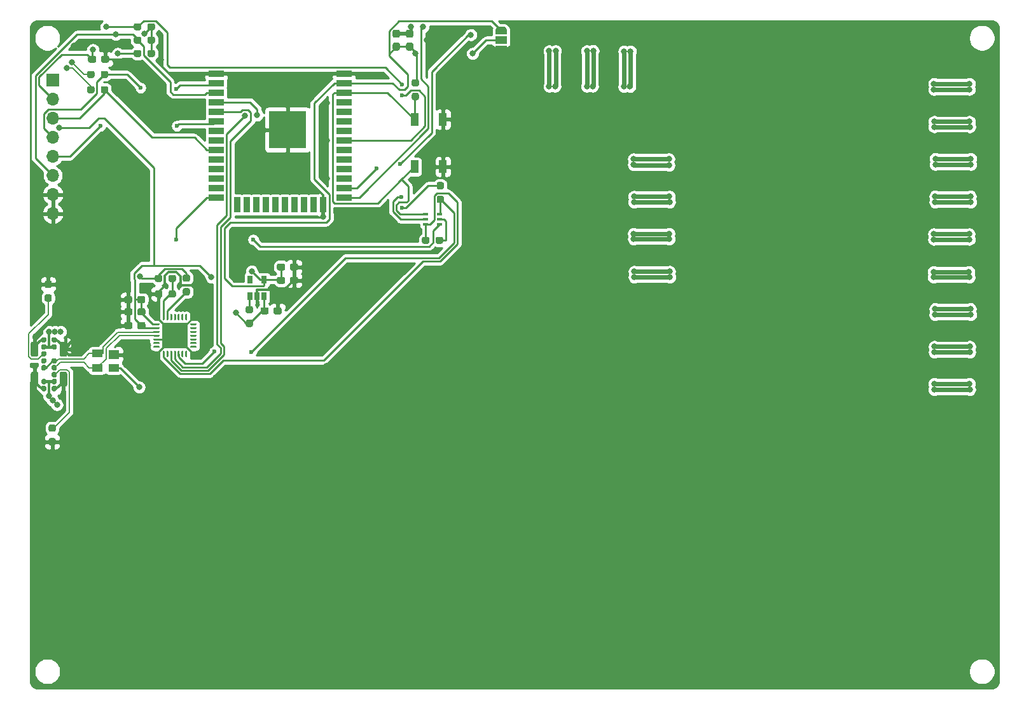
<source format=gbr>
G04 #@! TF.GenerationSoftware,KiCad,Pcbnew,(5.1.9-0-10_14)*
G04 #@! TF.CreationDate,2021-03-12T15:28:23+00:00*
G04 #@! TF.ProjectId,mqttDisplay,6d717474-4469-4737-906c-61792e6b6963,rev?*
G04 #@! TF.SameCoordinates,Original*
G04 #@! TF.FileFunction,Copper,L2,Bot*
G04 #@! TF.FilePolarity,Positive*
%FSLAX46Y46*%
G04 Gerber Fmt 4.6, Leading zero omitted, Abs format (unit mm)*
G04 Created by KiCad (PCBNEW (5.1.9-0-10_14)) date 2021-03-12 15:28:23*
%MOMM*%
%LPD*%
G01*
G04 APERTURE LIST*
G04 #@! TA.AperFunction,SMDPad,CuDef*
%ADD10R,3.350000X3.350000*%
G04 #@! TD*
G04 #@! TA.AperFunction,SMDPad,CuDef*
%ADD11R,0.650000X1.060000*%
G04 #@! TD*
G04 #@! TA.AperFunction,SMDPad,CuDef*
%ADD12R,2.000000X0.900000*%
G04 #@! TD*
G04 #@! TA.AperFunction,SMDPad,CuDef*
%ADD13R,0.900000X2.000000*%
G04 #@! TD*
G04 #@! TA.AperFunction,SMDPad,CuDef*
%ADD14R,5.000000X5.000000*%
G04 #@! TD*
G04 #@! TA.AperFunction,SMDPad,CuDef*
%ADD15R,1.000000X1.700000*%
G04 #@! TD*
G04 #@! TA.AperFunction,SMDPad,CuDef*
%ADD16R,0.650000X0.400000*%
G04 #@! TD*
G04 #@! TA.AperFunction,SMDPad,CuDef*
%ADD17R,1.500000X1.000000*%
G04 #@! TD*
G04 #@! TA.AperFunction,SMDPad,CuDef*
%ADD18C,0.100000*%
G04 #@! TD*
G04 #@! TA.AperFunction,ComponentPad*
%ADD19O,1.700000X1.700000*%
G04 #@! TD*
G04 #@! TA.AperFunction,ComponentPad*
%ADD20R,1.700000X1.700000*%
G04 #@! TD*
G04 #@! TA.AperFunction,SMDPad,CuDef*
%ADD21R,1.400000X1.000000*%
G04 #@! TD*
G04 #@! TA.AperFunction,SMDPad,CuDef*
%ADD22R,1.400000X1.200000*%
G04 #@! TD*
G04 #@! TA.AperFunction,ViaPad*
%ADD23C,0.800000*%
G04 #@! TD*
G04 #@! TA.AperFunction,ViaPad*
%ADD24C,0.600000*%
G04 #@! TD*
G04 #@! TA.AperFunction,Conductor*
%ADD25C,0.250000*%
G04 #@! TD*
G04 #@! TA.AperFunction,Conductor*
%ADD26C,0.400000*%
G04 #@! TD*
G04 #@! TA.AperFunction,Conductor*
%ADD27C,0.300000*%
G04 #@! TD*
G04 #@! TA.AperFunction,Conductor*
%ADD28C,0.320000*%
G04 #@! TD*
G04 #@! TA.AperFunction,Conductor*
%ADD29C,0.600000*%
G04 #@! TD*
G04 #@! TA.AperFunction,Conductor*
%ADD30C,0.150000*%
G04 #@! TD*
G04 #@! TA.AperFunction,Conductor*
%ADD31C,0.180000*%
G04 #@! TD*
G04 #@! TA.AperFunction,Conductor*
%ADD32C,0.200000*%
G04 #@! TD*
G04 #@! TA.AperFunction,Conductor*
%ADD33C,0.254000*%
G04 #@! TD*
G04 #@! TA.AperFunction,Conductor*
%ADD34C,0.100000*%
G04 #@! TD*
G04 APERTURE END LIST*
G04 #@! TA.AperFunction,SMDPad,CuDef*
G36*
G01*
X75128000Y-85128500D02*
X75128000Y-85003500D01*
G75*
G02*
X75190500Y-84941000I62500J0D01*
G01*
X75865500Y-84941000D01*
G75*
G02*
X75928000Y-85003500I0J-62500D01*
G01*
X75928000Y-85128500D01*
G75*
G02*
X75865500Y-85191000I-62500J0D01*
G01*
X75190500Y-85191000D01*
G75*
G02*
X75128000Y-85128500I0J62500D01*
G01*
G37*
G04 #@! TD.AperFunction*
G04 #@! TA.AperFunction,SMDPad,CuDef*
G36*
G01*
X75128000Y-84628500D02*
X75128000Y-84503500D01*
G75*
G02*
X75190500Y-84441000I62500J0D01*
G01*
X75865500Y-84441000D01*
G75*
G02*
X75928000Y-84503500I0J-62500D01*
G01*
X75928000Y-84628500D01*
G75*
G02*
X75865500Y-84691000I-62500J0D01*
G01*
X75190500Y-84691000D01*
G75*
G02*
X75128000Y-84628500I0J62500D01*
G01*
G37*
G04 #@! TD.AperFunction*
G04 #@! TA.AperFunction,SMDPad,CuDef*
G36*
G01*
X75128000Y-84128500D02*
X75128000Y-84003500D01*
G75*
G02*
X75190500Y-83941000I62500J0D01*
G01*
X75865500Y-83941000D01*
G75*
G02*
X75928000Y-84003500I0J-62500D01*
G01*
X75928000Y-84128500D01*
G75*
G02*
X75865500Y-84191000I-62500J0D01*
G01*
X75190500Y-84191000D01*
G75*
G02*
X75128000Y-84128500I0J62500D01*
G01*
G37*
G04 #@! TD.AperFunction*
G04 #@! TA.AperFunction,SMDPad,CuDef*
G36*
G01*
X75128000Y-83628500D02*
X75128000Y-83503500D01*
G75*
G02*
X75190500Y-83441000I62500J0D01*
G01*
X75865500Y-83441000D01*
G75*
G02*
X75928000Y-83503500I0J-62500D01*
G01*
X75928000Y-83628500D01*
G75*
G02*
X75865500Y-83691000I-62500J0D01*
G01*
X75190500Y-83691000D01*
G75*
G02*
X75128000Y-83628500I0J62500D01*
G01*
G37*
G04 #@! TD.AperFunction*
G04 #@! TA.AperFunction,SMDPad,CuDef*
G36*
G01*
X75128000Y-83128500D02*
X75128000Y-83003500D01*
G75*
G02*
X75190500Y-82941000I62500J0D01*
G01*
X75865500Y-82941000D01*
G75*
G02*
X75928000Y-83003500I0J-62500D01*
G01*
X75928000Y-83128500D01*
G75*
G02*
X75865500Y-83191000I-62500J0D01*
G01*
X75190500Y-83191000D01*
G75*
G02*
X75128000Y-83128500I0J62500D01*
G01*
G37*
G04 #@! TD.AperFunction*
G04 #@! TA.AperFunction,SMDPad,CuDef*
G36*
G01*
X75128000Y-82628500D02*
X75128000Y-82503500D01*
G75*
G02*
X75190500Y-82441000I62500J0D01*
G01*
X75865500Y-82441000D01*
G75*
G02*
X75928000Y-82503500I0J-62500D01*
G01*
X75928000Y-82628500D01*
G75*
G02*
X75865500Y-82691000I-62500J0D01*
G01*
X75190500Y-82691000D01*
G75*
G02*
X75128000Y-82628500I0J62500D01*
G01*
G37*
G04 #@! TD.AperFunction*
G04 #@! TA.AperFunction,SMDPad,CuDef*
G36*
G01*
X75128000Y-82128500D02*
X75128000Y-82003500D01*
G75*
G02*
X75190500Y-81941000I62500J0D01*
G01*
X75865500Y-81941000D01*
G75*
G02*
X75928000Y-82003500I0J-62500D01*
G01*
X75928000Y-82128500D01*
G75*
G02*
X75865500Y-82191000I-62500J0D01*
G01*
X75190500Y-82191000D01*
G75*
G02*
X75128000Y-82128500I0J62500D01*
G01*
G37*
G04 #@! TD.AperFunction*
G04 #@! TA.AperFunction,SMDPad,CuDef*
G36*
G01*
X76353000Y-81453500D02*
X76353000Y-80778500D01*
G75*
G02*
X76415500Y-80716000I62500J0D01*
G01*
X76540500Y-80716000D01*
G75*
G02*
X76603000Y-80778500I0J-62500D01*
G01*
X76603000Y-81453500D01*
G75*
G02*
X76540500Y-81516000I-62500J0D01*
G01*
X76415500Y-81516000D01*
G75*
G02*
X76353000Y-81453500I0J62500D01*
G01*
G37*
G04 #@! TD.AperFunction*
G04 #@! TA.AperFunction,SMDPad,CuDef*
G36*
G01*
X76853000Y-81453500D02*
X76853000Y-80778500D01*
G75*
G02*
X76915500Y-80716000I62500J0D01*
G01*
X77040500Y-80716000D01*
G75*
G02*
X77103000Y-80778500I0J-62500D01*
G01*
X77103000Y-81453500D01*
G75*
G02*
X77040500Y-81516000I-62500J0D01*
G01*
X76915500Y-81516000D01*
G75*
G02*
X76853000Y-81453500I0J62500D01*
G01*
G37*
G04 #@! TD.AperFunction*
G04 #@! TA.AperFunction,SMDPad,CuDef*
G36*
G01*
X77353000Y-81453500D02*
X77353000Y-80778500D01*
G75*
G02*
X77415500Y-80716000I62500J0D01*
G01*
X77540500Y-80716000D01*
G75*
G02*
X77603000Y-80778500I0J-62500D01*
G01*
X77603000Y-81453500D01*
G75*
G02*
X77540500Y-81516000I-62500J0D01*
G01*
X77415500Y-81516000D01*
G75*
G02*
X77353000Y-81453500I0J62500D01*
G01*
G37*
G04 #@! TD.AperFunction*
G04 #@! TA.AperFunction,SMDPad,CuDef*
G36*
G01*
X77853000Y-81453500D02*
X77853000Y-80778500D01*
G75*
G02*
X77915500Y-80716000I62500J0D01*
G01*
X78040500Y-80716000D01*
G75*
G02*
X78103000Y-80778500I0J-62500D01*
G01*
X78103000Y-81453500D01*
G75*
G02*
X78040500Y-81516000I-62500J0D01*
G01*
X77915500Y-81516000D01*
G75*
G02*
X77853000Y-81453500I0J62500D01*
G01*
G37*
G04 #@! TD.AperFunction*
G04 #@! TA.AperFunction,SMDPad,CuDef*
G36*
G01*
X78353000Y-81453500D02*
X78353000Y-80778500D01*
G75*
G02*
X78415500Y-80716000I62500J0D01*
G01*
X78540500Y-80716000D01*
G75*
G02*
X78603000Y-80778500I0J-62500D01*
G01*
X78603000Y-81453500D01*
G75*
G02*
X78540500Y-81516000I-62500J0D01*
G01*
X78415500Y-81516000D01*
G75*
G02*
X78353000Y-81453500I0J62500D01*
G01*
G37*
G04 #@! TD.AperFunction*
G04 #@! TA.AperFunction,SMDPad,CuDef*
G36*
G01*
X78853000Y-81453500D02*
X78853000Y-80778500D01*
G75*
G02*
X78915500Y-80716000I62500J0D01*
G01*
X79040500Y-80716000D01*
G75*
G02*
X79103000Y-80778500I0J-62500D01*
G01*
X79103000Y-81453500D01*
G75*
G02*
X79040500Y-81516000I-62500J0D01*
G01*
X78915500Y-81516000D01*
G75*
G02*
X78853000Y-81453500I0J62500D01*
G01*
G37*
G04 #@! TD.AperFunction*
G04 #@! TA.AperFunction,SMDPad,CuDef*
G36*
G01*
X79353000Y-81453500D02*
X79353000Y-80778500D01*
G75*
G02*
X79415500Y-80716000I62500J0D01*
G01*
X79540500Y-80716000D01*
G75*
G02*
X79603000Y-80778500I0J-62500D01*
G01*
X79603000Y-81453500D01*
G75*
G02*
X79540500Y-81516000I-62500J0D01*
G01*
X79415500Y-81516000D01*
G75*
G02*
X79353000Y-81453500I0J62500D01*
G01*
G37*
G04 #@! TD.AperFunction*
G04 #@! TA.AperFunction,SMDPad,CuDef*
G36*
G01*
X80028000Y-82128500D02*
X80028000Y-82003500D01*
G75*
G02*
X80090500Y-81941000I62500J0D01*
G01*
X80765500Y-81941000D01*
G75*
G02*
X80828000Y-82003500I0J-62500D01*
G01*
X80828000Y-82128500D01*
G75*
G02*
X80765500Y-82191000I-62500J0D01*
G01*
X80090500Y-82191000D01*
G75*
G02*
X80028000Y-82128500I0J62500D01*
G01*
G37*
G04 #@! TD.AperFunction*
G04 #@! TA.AperFunction,SMDPad,CuDef*
G36*
G01*
X80028000Y-82628500D02*
X80028000Y-82503500D01*
G75*
G02*
X80090500Y-82441000I62500J0D01*
G01*
X80765500Y-82441000D01*
G75*
G02*
X80828000Y-82503500I0J-62500D01*
G01*
X80828000Y-82628500D01*
G75*
G02*
X80765500Y-82691000I-62500J0D01*
G01*
X80090500Y-82691000D01*
G75*
G02*
X80028000Y-82628500I0J62500D01*
G01*
G37*
G04 #@! TD.AperFunction*
G04 #@! TA.AperFunction,SMDPad,CuDef*
G36*
G01*
X80028000Y-83128500D02*
X80028000Y-83003500D01*
G75*
G02*
X80090500Y-82941000I62500J0D01*
G01*
X80765500Y-82941000D01*
G75*
G02*
X80828000Y-83003500I0J-62500D01*
G01*
X80828000Y-83128500D01*
G75*
G02*
X80765500Y-83191000I-62500J0D01*
G01*
X80090500Y-83191000D01*
G75*
G02*
X80028000Y-83128500I0J62500D01*
G01*
G37*
G04 #@! TD.AperFunction*
G04 #@! TA.AperFunction,SMDPad,CuDef*
G36*
G01*
X80028000Y-83628500D02*
X80028000Y-83503500D01*
G75*
G02*
X80090500Y-83441000I62500J0D01*
G01*
X80765500Y-83441000D01*
G75*
G02*
X80828000Y-83503500I0J-62500D01*
G01*
X80828000Y-83628500D01*
G75*
G02*
X80765500Y-83691000I-62500J0D01*
G01*
X80090500Y-83691000D01*
G75*
G02*
X80028000Y-83628500I0J62500D01*
G01*
G37*
G04 #@! TD.AperFunction*
G04 #@! TA.AperFunction,SMDPad,CuDef*
G36*
G01*
X80028000Y-84128500D02*
X80028000Y-84003500D01*
G75*
G02*
X80090500Y-83941000I62500J0D01*
G01*
X80765500Y-83941000D01*
G75*
G02*
X80828000Y-84003500I0J-62500D01*
G01*
X80828000Y-84128500D01*
G75*
G02*
X80765500Y-84191000I-62500J0D01*
G01*
X80090500Y-84191000D01*
G75*
G02*
X80028000Y-84128500I0J62500D01*
G01*
G37*
G04 #@! TD.AperFunction*
G04 #@! TA.AperFunction,SMDPad,CuDef*
G36*
G01*
X80028000Y-84628500D02*
X80028000Y-84503500D01*
G75*
G02*
X80090500Y-84441000I62500J0D01*
G01*
X80765500Y-84441000D01*
G75*
G02*
X80828000Y-84503500I0J-62500D01*
G01*
X80828000Y-84628500D01*
G75*
G02*
X80765500Y-84691000I-62500J0D01*
G01*
X80090500Y-84691000D01*
G75*
G02*
X80028000Y-84628500I0J62500D01*
G01*
G37*
G04 #@! TD.AperFunction*
G04 #@! TA.AperFunction,SMDPad,CuDef*
G36*
G01*
X80028000Y-85128500D02*
X80028000Y-85003500D01*
G75*
G02*
X80090500Y-84941000I62500J0D01*
G01*
X80765500Y-84941000D01*
G75*
G02*
X80828000Y-85003500I0J-62500D01*
G01*
X80828000Y-85128500D01*
G75*
G02*
X80765500Y-85191000I-62500J0D01*
G01*
X80090500Y-85191000D01*
G75*
G02*
X80028000Y-85128500I0J62500D01*
G01*
G37*
G04 #@! TD.AperFunction*
G04 #@! TA.AperFunction,SMDPad,CuDef*
G36*
G01*
X79353000Y-86353500D02*
X79353000Y-85678500D01*
G75*
G02*
X79415500Y-85616000I62500J0D01*
G01*
X79540500Y-85616000D01*
G75*
G02*
X79603000Y-85678500I0J-62500D01*
G01*
X79603000Y-86353500D01*
G75*
G02*
X79540500Y-86416000I-62500J0D01*
G01*
X79415500Y-86416000D01*
G75*
G02*
X79353000Y-86353500I0J62500D01*
G01*
G37*
G04 #@! TD.AperFunction*
G04 #@! TA.AperFunction,SMDPad,CuDef*
G36*
G01*
X78853000Y-86353500D02*
X78853000Y-85678500D01*
G75*
G02*
X78915500Y-85616000I62500J0D01*
G01*
X79040500Y-85616000D01*
G75*
G02*
X79103000Y-85678500I0J-62500D01*
G01*
X79103000Y-86353500D01*
G75*
G02*
X79040500Y-86416000I-62500J0D01*
G01*
X78915500Y-86416000D01*
G75*
G02*
X78853000Y-86353500I0J62500D01*
G01*
G37*
G04 #@! TD.AperFunction*
G04 #@! TA.AperFunction,SMDPad,CuDef*
G36*
G01*
X78353000Y-86353500D02*
X78353000Y-85678500D01*
G75*
G02*
X78415500Y-85616000I62500J0D01*
G01*
X78540500Y-85616000D01*
G75*
G02*
X78603000Y-85678500I0J-62500D01*
G01*
X78603000Y-86353500D01*
G75*
G02*
X78540500Y-86416000I-62500J0D01*
G01*
X78415500Y-86416000D01*
G75*
G02*
X78353000Y-86353500I0J62500D01*
G01*
G37*
G04 #@! TD.AperFunction*
G04 #@! TA.AperFunction,SMDPad,CuDef*
G36*
G01*
X77853000Y-86353500D02*
X77853000Y-85678500D01*
G75*
G02*
X77915500Y-85616000I62500J0D01*
G01*
X78040500Y-85616000D01*
G75*
G02*
X78103000Y-85678500I0J-62500D01*
G01*
X78103000Y-86353500D01*
G75*
G02*
X78040500Y-86416000I-62500J0D01*
G01*
X77915500Y-86416000D01*
G75*
G02*
X77853000Y-86353500I0J62500D01*
G01*
G37*
G04 #@! TD.AperFunction*
G04 #@! TA.AperFunction,SMDPad,CuDef*
G36*
G01*
X77353000Y-86353500D02*
X77353000Y-85678500D01*
G75*
G02*
X77415500Y-85616000I62500J0D01*
G01*
X77540500Y-85616000D01*
G75*
G02*
X77603000Y-85678500I0J-62500D01*
G01*
X77603000Y-86353500D01*
G75*
G02*
X77540500Y-86416000I-62500J0D01*
G01*
X77415500Y-86416000D01*
G75*
G02*
X77353000Y-86353500I0J62500D01*
G01*
G37*
G04 #@! TD.AperFunction*
G04 #@! TA.AperFunction,SMDPad,CuDef*
G36*
G01*
X76853000Y-86353500D02*
X76853000Y-85678500D01*
G75*
G02*
X76915500Y-85616000I62500J0D01*
G01*
X77040500Y-85616000D01*
G75*
G02*
X77103000Y-85678500I0J-62500D01*
G01*
X77103000Y-86353500D01*
G75*
G02*
X77040500Y-86416000I-62500J0D01*
G01*
X76915500Y-86416000D01*
G75*
G02*
X76853000Y-86353500I0J62500D01*
G01*
G37*
G04 #@! TD.AperFunction*
G04 #@! TA.AperFunction,SMDPad,CuDef*
G36*
G01*
X76353000Y-86353500D02*
X76353000Y-85678500D01*
G75*
G02*
X76415500Y-85616000I62500J0D01*
G01*
X76540500Y-85616000D01*
G75*
G02*
X76603000Y-85678500I0J-62500D01*
G01*
X76603000Y-86353500D01*
G75*
G02*
X76540500Y-86416000I-62500J0D01*
G01*
X76415500Y-86416000D01*
G75*
G02*
X76353000Y-86353500I0J62500D01*
G01*
G37*
G04 #@! TD.AperFunction*
D10*
X77978000Y-83566000D03*
D11*
X89850000Y-76116000D03*
X87950000Y-76116000D03*
X87950000Y-78316000D03*
X88900000Y-78316000D03*
X89850000Y-78316000D03*
D12*
X83464000Y-48634000D03*
X83464000Y-49904000D03*
X83464000Y-51174000D03*
X83464000Y-52444000D03*
X83464000Y-53714000D03*
X83464000Y-54984000D03*
X83464000Y-56254000D03*
X83464000Y-57524000D03*
X83464000Y-58794000D03*
X83464000Y-60064000D03*
X83464000Y-61334000D03*
X83464000Y-62604000D03*
X83464000Y-63874000D03*
X83464000Y-65144000D03*
D13*
X86249000Y-66144000D03*
X87519000Y-66144000D03*
X88789000Y-66144000D03*
X90059000Y-66144000D03*
X91329000Y-66144000D03*
X92599000Y-66144000D03*
X93869000Y-66144000D03*
X95139000Y-66144000D03*
X96409000Y-66144000D03*
X97679000Y-66144000D03*
D12*
X100464000Y-65144000D03*
X100464000Y-63874000D03*
X100464000Y-62604000D03*
X100464000Y-61334000D03*
X100464000Y-60064000D03*
X100464000Y-58794000D03*
X100464000Y-57524000D03*
X100464000Y-56254000D03*
X100464000Y-54984000D03*
X100464000Y-53714000D03*
X100464000Y-52444000D03*
X100464000Y-51174000D03*
X100464000Y-49904000D03*
X100464000Y-48634000D03*
D14*
X92964000Y-56134000D03*
D15*
X113660000Y-61062000D03*
X113660000Y-54762000D03*
X109860000Y-61062000D03*
X109860000Y-54762000D03*
G04 #@! TA.AperFunction,SMDPad,CuDef*
G36*
G01*
X76285000Y-77772500D02*
X76285000Y-78247500D01*
G75*
G02*
X76047500Y-78485000I-237500J0D01*
G01*
X75547500Y-78485000D01*
G75*
G02*
X75310000Y-78247500I0J237500D01*
G01*
X75310000Y-77772500D01*
G75*
G02*
X75547500Y-77535000I237500J0D01*
G01*
X76047500Y-77535000D01*
G75*
G02*
X76285000Y-77772500I0J-237500D01*
G01*
G37*
G04 #@! TD.AperFunction*
G04 #@! TA.AperFunction,SMDPad,CuDef*
G36*
G01*
X78110000Y-77772500D02*
X78110000Y-78247500D01*
G75*
G02*
X77872500Y-78485000I-237500J0D01*
G01*
X77372500Y-78485000D01*
G75*
G02*
X77135000Y-78247500I0J237500D01*
G01*
X77135000Y-77772500D01*
G75*
G02*
X77372500Y-77535000I237500J0D01*
G01*
X77872500Y-77535000D01*
G75*
G02*
X78110000Y-77772500I0J-237500D01*
G01*
G37*
G04 #@! TD.AperFunction*
G04 #@! TA.AperFunction,SMDPad,CuDef*
G36*
G01*
X76283000Y-75708500D02*
X76283000Y-76183500D01*
G75*
G02*
X76045500Y-76421000I-237500J0D01*
G01*
X75545500Y-76421000D01*
G75*
G02*
X75308000Y-76183500I0J237500D01*
G01*
X75308000Y-75708500D01*
G75*
G02*
X75545500Y-75471000I237500J0D01*
G01*
X76045500Y-75471000D01*
G75*
G02*
X76283000Y-75708500I0J-237500D01*
G01*
G37*
G04 #@! TD.AperFunction*
G04 #@! TA.AperFunction,SMDPad,CuDef*
G36*
G01*
X78108000Y-75708500D02*
X78108000Y-76183500D01*
G75*
G02*
X77870500Y-76421000I-237500J0D01*
G01*
X77370500Y-76421000D01*
G75*
G02*
X77133000Y-76183500I0J237500D01*
G01*
X77133000Y-75708500D01*
G75*
G02*
X77370500Y-75471000I237500J0D01*
G01*
X77870500Y-75471000D01*
G75*
G02*
X78108000Y-75708500I0J-237500D01*
G01*
G37*
G04 #@! TD.AperFunction*
G04 #@! TA.AperFunction,SMDPad,CuDef*
G36*
G01*
X73489000Y-42180500D02*
X73489000Y-42655500D01*
G75*
G02*
X73251500Y-42893000I-237500J0D01*
G01*
X72751500Y-42893000D01*
G75*
G02*
X72514000Y-42655500I0J237500D01*
G01*
X72514000Y-42180500D01*
G75*
G02*
X72751500Y-41943000I237500J0D01*
G01*
X73251500Y-41943000D01*
G75*
G02*
X73489000Y-42180500I0J-237500D01*
G01*
G37*
G04 #@! TD.AperFunction*
G04 #@! TA.AperFunction,SMDPad,CuDef*
G36*
G01*
X75314000Y-42180500D02*
X75314000Y-42655500D01*
G75*
G02*
X75076500Y-42893000I-237500J0D01*
G01*
X74576500Y-42893000D01*
G75*
G02*
X74339000Y-42655500I0J237500D01*
G01*
X74339000Y-42180500D01*
G75*
G02*
X74576500Y-41943000I237500J0D01*
G01*
X75076500Y-41943000D01*
G75*
G02*
X75314000Y-42180500I0J-237500D01*
G01*
G37*
G04 #@! TD.AperFunction*
G04 #@! TA.AperFunction,SMDPad,CuDef*
G36*
G01*
X73489000Y-45736500D02*
X73489000Y-46211500D01*
G75*
G02*
X73251500Y-46449000I-237500J0D01*
G01*
X72751500Y-46449000D01*
G75*
G02*
X72514000Y-46211500I0J237500D01*
G01*
X72514000Y-45736500D01*
G75*
G02*
X72751500Y-45499000I237500J0D01*
G01*
X73251500Y-45499000D01*
G75*
G02*
X73489000Y-45736500I0J-237500D01*
G01*
G37*
G04 #@! TD.AperFunction*
G04 #@! TA.AperFunction,SMDPad,CuDef*
G36*
G01*
X75314000Y-45736500D02*
X75314000Y-46211500D01*
G75*
G02*
X75076500Y-46449000I-237500J0D01*
G01*
X74576500Y-46449000D01*
G75*
G02*
X74339000Y-46211500I0J237500D01*
G01*
X74339000Y-45736500D01*
G75*
G02*
X74576500Y-45499000I237500J0D01*
G01*
X75076500Y-45499000D01*
G75*
G02*
X75314000Y-45736500I0J-237500D01*
G01*
G37*
G04 #@! TD.AperFunction*
G04 #@! TA.AperFunction,SMDPad,CuDef*
G36*
G01*
X73489000Y-43958500D02*
X73489000Y-44433500D01*
G75*
G02*
X73251500Y-44671000I-237500J0D01*
G01*
X72751500Y-44671000D01*
G75*
G02*
X72514000Y-44433500I0J237500D01*
G01*
X72514000Y-43958500D01*
G75*
G02*
X72751500Y-43721000I237500J0D01*
G01*
X73251500Y-43721000D01*
G75*
G02*
X73489000Y-43958500I0J-237500D01*
G01*
G37*
G04 #@! TD.AperFunction*
G04 #@! TA.AperFunction,SMDPad,CuDef*
G36*
G01*
X75314000Y-43958500D02*
X75314000Y-44433500D01*
G75*
G02*
X75076500Y-44671000I-237500J0D01*
G01*
X74576500Y-44671000D01*
G75*
G02*
X74339000Y-44433500I0J237500D01*
G01*
X74339000Y-43958500D01*
G75*
G02*
X74576500Y-43721000I237500J0D01*
G01*
X75076500Y-43721000D01*
G75*
G02*
X75314000Y-43958500I0J-237500D01*
G01*
G37*
G04 #@! TD.AperFunction*
G04 #@! TA.AperFunction,SMDPad,CuDef*
G36*
G01*
X87646500Y-81451000D02*
X88121500Y-81451000D01*
G75*
G02*
X88359000Y-81688500I0J-237500D01*
G01*
X88359000Y-82188500D01*
G75*
G02*
X88121500Y-82426000I-237500J0D01*
G01*
X87646500Y-82426000D01*
G75*
G02*
X87409000Y-82188500I0J237500D01*
G01*
X87409000Y-81688500D01*
G75*
G02*
X87646500Y-81451000I237500J0D01*
G01*
G37*
G04 #@! TD.AperFunction*
G04 #@! TA.AperFunction,SMDPad,CuDef*
G36*
G01*
X87646500Y-79626000D02*
X88121500Y-79626000D01*
G75*
G02*
X88359000Y-79863500I0J-237500D01*
G01*
X88359000Y-80363500D01*
G75*
G02*
X88121500Y-80601000I-237500J0D01*
G01*
X87646500Y-80601000D01*
G75*
G02*
X87409000Y-80363500I0J237500D01*
G01*
X87409000Y-79863500D01*
G75*
G02*
X87646500Y-79626000I237500J0D01*
G01*
G37*
G04 #@! TD.AperFunction*
G04 #@! TA.AperFunction,SMDPad,CuDef*
G36*
G01*
X60872500Y-78065000D02*
X61347500Y-78065000D01*
G75*
G02*
X61585000Y-78302500I0J-237500D01*
G01*
X61585000Y-78802500D01*
G75*
G02*
X61347500Y-79040000I-237500J0D01*
G01*
X60872500Y-79040000D01*
G75*
G02*
X60635000Y-78802500I0J237500D01*
G01*
X60635000Y-78302500D01*
G75*
G02*
X60872500Y-78065000I237500J0D01*
G01*
G37*
G04 #@! TD.AperFunction*
G04 #@! TA.AperFunction,SMDPad,CuDef*
G36*
G01*
X60872500Y-76240000D02*
X61347500Y-76240000D01*
G75*
G02*
X61585000Y-76477500I0J-237500D01*
G01*
X61585000Y-76977500D01*
G75*
G02*
X61347500Y-77215000I-237500J0D01*
G01*
X60872500Y-77215000D01*
G75*
G02*
X60635000Y-76977500I0J237500D01*
G01*
X60635000Y-76477500D01*
G75*
G02*
X60872500Y-76240000I237500J0D01*
G01*
G37*
G04 #@! TD.AperFunction*
G04 #@! TA.AperFunction,SMDPad,CuDef*
G36*
G01*
X79264500Y-77236500D02*
X79739500Y-77236500D01*
G75*
G02*
X79977000Y-77474000I0J-237500D01*
G01*
X79977000Y-77974000D01*
G75*
G02*
X79739500Y-78211500I-237500J0D01*
G01*
X79264500Y-78211500D01*
G75*
G02*
X79027000Y-77974000I0J237500D01*
G01*
X79027000Y-77474000D01*
G75*
G02*
X79264500Y-77236500I237500J0D01*
G01*
G37*
G04 #@! TD.AperFunction*
G04 #@! TA.AperFunction,SMDPad,CuDef*
G36*
G01*
X79264500Y-75411500D02*
X79739500Y-75411500D01*
G75*
G02*
X79977000Y-75649000I0J-237500D01*
G01*
X79977000Y-76149000D01*
G75*
G02*
X79739500Y-76386500I-237500J0D01*
G01*
X79264500Y-76386500D01*
G75*
G02*
X79027000Y-76149000I0J237500D01*
G01*
X79027000Y-75649000D01*
G75*
G02*
X79264500Y-75411500I237500J0D01*
G01*
G37*
G04 #@! TD.AperFunction*
G04 #@! TA.AperFunction,SMDPad,CuDef*
G36*
G01*
X61877500Y-96375000D02*
X61402500Y-96375000D01*
G75*
G02*
X61165000Y-96137500I0J237500D01*
G01*
X61165000Y-95637500D01*
G75*
G02*
X61402500Y-95400000I237500J0D01*
G01*
X61877500Y-95400000D01*
G75*
G02*
X62115000Y-95637500I0J-237500D01*
G01*
X62115000Y-96137500D01*
G75*
G02*
X61877500Y-96375000I-237500J0D01*
G01*
G37*
G04 #@! TD.AperFunction*
G04 #@! TA.AperFunction,SMDPad,CuDef*
G36*
G01*
X61877500Y-98200000D02*
X61402500Y-98200000D01*
G75*
G02*
X61165000Y-97962500I0J237500D01*
G01*
X61165000Y-97462500D01*
G75*
G02*
X61402500Y-97225000I237500J0D01*
G01*
X61877500Y-97225000D01*
G75*
G02*
X62115000Y-97462500I0J-237500D01*
G01*
X62115000Y-97962500D01*
G75*
G02*
X61877500Y-98200000I-237500J0D01*
G01*
G37*
G04 #@! TD.AperFunction*
G04 #@! TA.AperFunction,SMDPad,CuDef*
G36*
G01*
X109744500Y-51225000D02*
X110219500Y-51225000D01*
G75*
G02*
X110457000Y-51462500I0J-237500D01*
G01*
X110457000Y-51962500D01*
G75*
G02*
X110219500Y-52200000I-237500J0D01*
G01*
X109744500Y-52200000D01*
G75*
G02*
X109507000Y-51962500I0J237500D01*
G01*
X109507000Y-51462500D01*
G75*
G02*
X109744500Y-51225000I237500J0D01*
G01*
G37*
G04 #@! TD.AperFunction*
G04 #@! TA.AperFunction,SMDPad,CuDef*
G36*
G01*
X109744500Y-49400000D02*
X110219500Y-49400000D01*
G75*
G02*
X110457000Y-49637500I0J-237500D01*
G01*
X110457000Y-50137500D01*
G75*
G02*
X110219500Y-50375000I-237500J0D01*
G01*
X109744500Y-50375000D01*
G75*
G02*
X109507000Y-50137500I0J237500D01*
G01*
X109507000Y-49637500D01*
G75*
G02*
X109744500Y-49400000I237500J0D01*
G01*
G37*
G04 #@! TD.AperFunction*
G04 #@! TA.AperFunction,SMDPad,CuDef*
G36*
G01*
X113062500Y-64925000D02*
X113537500Y-64925000D01*
G75*
G02*
X113775000Y-65162500I0J-237500D01*
G01*
X113775000Y-65662500D01*
G75*
G02*
X113537500Y-65900000I-237500J0D01*
G01*
X113062500Y-65900000D01*
G75*
G02*
X112825000Y-65662500I0J237500D01*
G01*
X112825000Y-65162500D01*
G75*
G02*
X113062500Y-64925000I237500J0D01*
G01*
G37*
G04 #@! TD.AperFunction*
G04 #@! TA.AperFunction,SMDPad,CuDef*
G36*
G01*
X113062500Y-63100000D02*
X113537500Y-63100000D01*
G75*
G02*
X113775000Y-63337500I0J-237500D01*
G01*
X113775000Y-63837500D01*
G75*
G02*
X113537500Y-64075000I-237500J0D01*
G01*
X113062500Y-64075000D01*
G75*
G02*
X112825000Y-63837500I0J237500D01*
G01*
X112825000Y-63337500D01*
G75*
G02*
X113062500Y-63100000I237500J0D01*
G01*
G37*
G04 #@! TD.AperFunction*
G04 #@! TA.AperFunction,SMDPad,CuDef*
G36*
G01*
X111843000Y-70628500D02*
X111843000Y-71103500D01*
G75*
G02*
X111605500Y-71341000I-237500J0D01*
G01*
X111105500Y-71341000D01*
G75*
G02*
X110868000Y-71103500I0J237500D01*
G01*
X110868000Y-70628500D01*
G75*
G02*
X111105500Y-70391000I237500J0D01*
G01*
X111605500Y-70391000D01*
G75*
G02*
X111843000Y-70628500I0J-237500D01*
G01*
G37*
G04 #@! TD.AperFunction*
G04 #@! TA.AperFunction,SMDPad,CuDef*
G36*
G01*
X113668000Y-70628500D02*
X113668000Y-71103500D01*
G75*
G02*
X113430500Y-71341000I-237500J0D01*
G01*
X112930500Y-71341000D01*
G75*
G02*
X112693000Y-71103500I0J237500D01*
G01*
X112693000Y-70628500D01*
G75*
G02*
X112930500Y-70391000I237500J0D01*
G01*
X113430500Y-70391000D01*
G75*
G02*
X113668000Y-70628500I0J-237500D01*
G01*
G37*
G04 #@! TD.AperFunction*
G04 #@! TA.AperFunction,SMDPad,CuDef*
G36*
G01*
X68120001Y-49005500D02*
X68120001Y-48530500D01*
G75*
G02*
X68357501Y-48293000I237500J0D01*
G01*
X68857501Y-48293000D01*
G75*
G02*
X69095001Y-48530500I0J-237500D01*
G01*
X69095001Y-49005500D01*
G75*
G02*
X68857501Y-49243000I-237500J0D01*
G01*
X68357501Y-49243000D01*
G75*
G02*
X68120001Y-49005500I0J237500D01*
G01*
G37*
G04 #@! TD.AperFunction*
G04 #@! TA.AperFunction,SMDPad,CuDef*
G36*
G01*
X66295001Y-49005500D02*
X66295001Y-48530500D01*
G75*
G02*
X66532501Y-48293000I237500J0D01*
G01*
X67032501Y-48293000D01*
G75*
G02*
X67270001Y-48530500I0J-237500D01*
G01*
X67270001Y-49005500D01*
G75*
G02*
X67032501Y-49243000I-237500J0D01*
G01*
X66532501Y-49243000D01*
G75*
G02*
X66295001Y-49005500I0J237500D01*
G01*
G37*
G04 #@! TD.AperFunction*
G04 #@! TA.AperFunction,SMDPad,CuDef*
G36*
G01*
X68120001Y-51037500D02*
X68120001Y-50562500D01*
G75*
G02*
X68357501Y-50325000I237500J0D01*
G01*
X68857501Y-50325000D01*
G75*
G02*
X69095001Y-50562500I0J-237500D01*
G01*
X69095001Y-51037500D01*
G75*
G02*
X68857501Y-51275000I-237500J0D01*
G01*
X68357501Y-51275000D01*
G75*
G02*
X68120001Y-51037500I0J237500D01*
G01*
G37*
G04 #@! TD.AperFunction*
G04 #@! TA.AperFunction,SMDPad,CuDef*
G36*
G01*
X66295001Y-51037500D02*
X66295001Y-50562500D01*
G75*
G02*
X66532501Y-50325000I237500J0D01*
G01*
X67032501Y-50325000D01*
G75*
G02*
X67270001Y-50562500I0J-237500D01*
G01*
X67270001Y-51037500D01*
G75*
G02*
X67032501Y-51275000I-237500J0D01*
G01*
X66532501Y-51275000D01*
G75*
G02*
X66295001Y-51037500I0J237500D01*
G01*
G37*
G04 #@! TD.AperFunction*
D16*
X111318000Y-67422000D03*
X111318000Y-68722000D03*
X113218000Y-68072000D03*
X111318000Y-68072000D03*
X113218000Y-68722000D03*
X113218000Y-67422000D03*
D17*
X121412000Y-44196000D03*
G04 #@! TA.AperFunction,SMDPad,CuDef*
D18*
G36*
X120662602Y-42896000D02*
G01*
X120662602Y-42871466D01*
X120667412Y-42822635D01*
X120676984Y-42774510D01*
X120691228Y-42727555D01*
X120710005Y-42682222D01*
X120733136Y-42638949D01*
X120760396Y-42598150D01*
X120791524Y-42560221D01*
X120826221Y-42525524D01*
X120864150Y-42494396D01*
X120904949Y-42467136D01*
X120948222Y-42444005D01*
X120993555Y-42425228D01*
X121040510Y-42410984D01*
X121088635Y-42401412D01*
X121137466Y-42396602D01*
X121162000Y-42396602D01*
X121162000Y-42396000D01*
X121662000Y-42396000D01*
X121662000Y-42396602D01*
X121686534Y-42396602D01*
X121735365Y-42401412D01*
X121783490Y-42410984D01*
X121830445Y-42425228D01*
X121875778Y-42444005D01*
X121919051Y-42467136D01*
X121959850Y-42494396D01*
X121997779Y-42525524D01*
X122032476Y-42560221D01*
X122063604Y-42598150D01*
X122090864Y-42638949D01*
X122113995Y-42682222D01*
X122132772Y-42727555D01*
X122147016Y-42774510D01*
X122156588Y-42822635D01*
X122161398Y-42871466D01*
X122161398Y-42896000D01*
X122162000Y-42896000D01*
X122162000Y-43446000D01*
X120662000Y-43446000D01*
X120662000Y-42896000D01*
X120662602Y-42896000D01*
G37*
G04 #@! TD.AperFunction*
G04 #@! TA.AperFunction,SMDPad,CuDef*
G36*
X122162000Y-44946000D02*
G01*
X122162000Y-45496000D01*
X122161398Y-45496000D01*
X122161398Y-45520534D01*
X122156588Y-45569365D01*
X122147016Y-45617490D01*
X122132772Y-45664445D01*
X122113995Y-45709778D01*
X122090864Y-45753051D01*
X122063604Y-45793850D01*
X122032476Y-45831779D01*
X121997779Y-45866476D01*
X121959850Y-45897604D01*
X121919051Y-45924864D01*
X121875778Y-45947995D01*
X121830445Y-45966772D01*
X121783490Y-45981016D01*
X121735365Y-45990588D01*
X121686534Y-45995398D01*
X121662000Y-45995398D01*
X121662000Y-45996000D01*
X121162000Y-45996000D01*
X121162000Y-45995398D01*
X121137466Y-45995398D01*
X121088635Y-45990588D01*
X121040510Y-45981016D01*
X120993555Y-45966772D01*
X120948222Y-45947995D01*
X120904949Y-45924864D01*
X120864150Y-45897604D01*
X120826221Y-45866476D01*
X120791524Y-45831779D01*
X120760396Y-45793850D01*
X120733136Y-45753051D01*
X120710005Y-45709778D01*
X120691228Y-45664445D01*
X120676984Y-45617490D01*
X120667412Y-45569365D01*
X120662602Y-45520534D01*
X120662602Y-45496000D01*
X120662000Y-45496000D01*
X120662000Y-44946000D01*
X122162000Y-44946000D01*
G37*
G04 #@! TD.AperFunction*
D19*
X61722000Y-67310000D03*
X61722000Y-64770000D03*
X61722000Y-62230000D03*
X61722000Y-59690000D03*
X61722000Y-57150000D03*
X61722000Y-54610000D03*
X61722000Y-52070000D03*
D20*
X61722000Y-49530000D03*
G04 #@! TA.AperFunction,ComponentPad*
G36*
G01*
X61739000Y-88413500D02*
X62089000Y-88413500D01*
G75*
G02*
X62264000Y-88588500I0J-175000D01*
G01*
X62264000Y-88938500D01*
G75*
G02*
X62089000Y-89113500I-175000J0D01*
G01*
X61739000Y-89113500D01*
G75*
G02*
X61564000Y-88938500I0J175000D01*
G01*
X61564000Y-88588500D01*
G75*
G02*
X61739000Y-88413500I175000J0D01*
G01*
G37*
G04 #@! TD.AperFunction*
G04 #@! TA.AperFunction,ComponentPad*
G36*
G01*
X61739000Y-86563500D02*
X62089000Y-86563500D01*
G75*
G02*
X62264000Y-86738500I0J-175000D01*
G01*
X62264000Y-87088500D01*
G75*
G02*
X62089000Y-87263500I-175000J0D01*
G01*
X61739000Y-87263500D01*
G75*
G02*
X61564000Y-87088500I0J175000D01*
G01*
X61564000Y-86738500D01*
G75*
G02*
X61739000Y-86563500I175000J0D01*
G01*
G37*
G04 #@! TD.AperFunction*
G04 #@! TA.AperFunction,ComponentPad*
G36*
G01*
X61739000Y-89338500D02*
X62089000Y-89338500D01*
G75*
G02*
X62264000Y-89513500I0J-175000D01*
G01*
X62264000Y-89863500D01*
G75*
G02*
X62089000Y-90038500I-175000J0D01*
G01*
X61739000Y-90038500D01*
G75*
G02*
X61564000Y-89863500I0J175000D01*
G01*
X61564000Y-89513500D01*
G75*
G02*
X61739000Y-89338500I175000J0D01*
G01*
G37*
G04 #@! TD.AperFunction*
G04 #@! TA.AperFunction,ComponentPad*
G36*
G01*
X61739000Y-84713500D02*
X62089000Y-84713500D01*
G75*
G02*
X62264000Y-84888500I0J-175000D01*
G01*
X62264000Y-85238500D01*
G75*
G02*
X62089000Y-85413500I-175000J0D01*
G01*
X61739000Y-85413500D01*
G75*
G02*
X61564000Y-85238500I0J175000D01*
G01*
X61564000Y-84888500D01*
G75*
G02*
X61739000Y-84713500I175000J0D01*
G01*
G37*
G04 #@! TD.AperFunction*
G04 #@! TA.AperFunction,ComponentPad*
G36*
G01*
X61739000Y-90263500D02*
X62089000Y-90263500D01*
G75*
G02*
X62264000Y-90438500I0J-175000D01*
G01*
X62264000Y-90788500D01*
G75*
G02*
X62089000Y-90963500I-175000J0D01*
G01*
X61739000Y-90963500D01*
G75*
G02*
X61564000Y-90788500I0J175000D01*
G01*
X61564000Y-90438500D01*
G75*
G02*
X61739000Y-90263500I175000J0D01*
G01*
G37*
G04 #@! TD.AperFunction*
G04 #@! TA.AperFunction,ComponentPad*
G36*
G01*
X61739000Y-87488500D02*
X62089000Y-87488500D01*
G75*
G02*
X62264000Y-87663500I0J-175000D01*
G01*
X62264000Y-88013500D01*
G75*
G02*
X62089000Y-88188500I-175000J0D01*
G01*
X61739000Y-88188500D01*
G75*
G02*
X61564000Y-88013500I0J175000D01*
G01*
X61564000Y-87663500D01*
G75*
G02*
X61739000Y-87488500I175000J0D01*
G01*
G37*
G04 #@! TD.AperFunction*
G04 #@! TA.AperFunction,ComponentPad*
G36*
G01*
X61739000Y-83788500D02*
X62089000Y-83788500D01*
G75*
G02*
X62264000Y-83963500I0J-175000D01*
G01*
X62264000Y-84313500D01*
G75*
G02*
X62089000Y-84488500I-175000J0D01*
G01*
X61739000Y-84488500D01*
G75*
G02*
X61564000Y-84313500I0J175000D01*
G01*
X61564000Y-83963500D01*
G75*
G02*
X61739000Y-83788500I175000J0D01*
G01*
G37*
G04 #@! TD.AperFunction*
G04 #@! TA.AperFunction,ComponentPad*
G36*
G01*
X60339000Y-90263500D02*
X60689000Y-90263500D01*
G75*
G02*
X60864000Y-90438500I0J-175000D01*
G01*
X60864000Y-90788500D01*
G75*
G02*
X60689000Y-90963500I-175000J0D01*
G01*
X60339000Y-90963500D01*
G75*
G02*
X60164000Y-90788500I0J175000D01*
G01*
X60164000Y-90438500D01*
G75*
G02*
X60339000Y-90263500I175000J0D01*
G01*
G37*
G04 #@! TD.AperFunction*
G04 #@! TA.AperFunction,ComponentPad*
G36*
G01*
X60339000Y-89338500D02*
X60689000Y-89338500D01*
G75*
G02*
X60864000Y-89513500I0J-175000D01*
G01*
X60864000Y-89863500D01*
G75*
G02*
X60689000Y-90038500I-175000J0D01*
G01*
X60339000Y-90038500D01*
G75*
G02*
X60164000Y-89863500I0J175000D01*
G01*
X60164000Y-89513500D01*
G75*
G02*
X60339000Y-89338500I175000J0D01*
G01*
G37*
G04 #@! TD.AperFunction*
G04 #@! TA.AperFunction,ComponentPad*
G36*
G01*
X60339000Y-83788500D02*
X60689000Y-83788500D01*
G75*
G02*
X60864000Y-83963500I0J-175000D01*
G01*
X60864000Y-84313500D01*
G75*
G02*
X60689000Y-84488500I-175000J0D01*
G01*
X60339000Y-84488500D01*
G75*
G02*
X60164000Y-84313500I0J175000D01*
G01*
X60164000Y-83963500D01*
G75*
G02*
X60339000Y-83788500I175000J0D01*
G01*
G37*
G04 #@! TD.AperFunction*
G04 #@! TA.AperFunction,ComponentPad*
G36*
G01*
X60339000Y-84713500D02*
X60689000Y-84713500D01*
G75*
G02*
X60864000Y-84888500I0J-175000D01*
G01*
X60864000Y-85238500D01*
G75*
G02*
X60689000Y-85413500I-175000J0D01*
G01*
X60339000Y-85413500D01*
G75*
G02*
X60164000Y-85238500I0J175000D01*
G01*
X60164000Y-84888500D01*
G75*
G02*
X60339000Y-84713500I175000J0D01*
G01*
G37*
G04 #@! TD.AperFunction*
G04 #@! TA.AperFunction,ComponentPad*
G36*
G01*
X60339000Y-85638500D02*
X60689000Y-85638500D01*
G75*
G02*
X60864000Y-85813500I0J-175000D01*
G01*
X60864000Y-86163500D01*
G75*
G02*
X60689000Y-86338500I-175000J0D01*
G01*
X60339000Y-86338500D01*
G75*
G02*
X60164000Y-86163500I0J175000D01*
G01*
X60164000Y-85813500D01*
G75*
G02*
X60339000Y-85638500I175000J0D01*
G01*
G37*
G04 #@! TD.AperFunction*
G04 #@! TA.AperFunction,ComponentPad*
G36*
G01*
X60339000Y-87488500D02*
X60689000Y-87488500D01*
G75*
G02*
X60864000Y-87663500I0J-175000D01*
G01*
X60864000Y-88013500D01*
G75*
G02*
X60689000Y-88188500I-175000J0D01*
G01*
X60339000Y-88188500D01*
G75*
G02*
X60164000Y-88013500I0J175000D01*
G01*
X60164000Y-87663500D01*
G75*
G02*
X60339000Y-87488500I175000J0D01*
G01*
G37*
G04 #@! TD.AperFunction*
G04 #@! TA.AperFunction,ComponentPad*
G36*
G01*
X60339000Y-86563500D02*
X60689000Y-86563500D01*
G75*
G02*
X60864000Y-86738500I0J-175000D01*
G01*
X60864000Y-87088500D01*
G75*
G02*
X60689000Y-87263500I-175000J0D01*
G01*
X60339000Y-87263500D01*
G75*
G02*
X60164000Y-87088500I0J175000D01*
G01*
X60164000Y-86738500D01*
G75*
G02*
X60339000Y-86563500I175000J0D01*
G01*
G37*
G04 #@! TD.AperFunction*
G04 #@! TA.AperFunction,ComponentPad*
G36*
G01*
X59039000Y-88376000D02*
X59539000Y-88376000D01*
G75*
G02*
X59789000Y-88626000I0J-250000D01*
G01*
X59789000Y-90126000D01*
G75*
G02*
X59539000Y-90376000I-250000J0D01*
G01*
X59039000Y-90376000D01*
G75*
G02*
X58789000Y-90126000I0J250000D01*
G01*
X58789000Y-88626000D01*
G75*
G02*
X59039000Y-88376000I250000J0D01*
G01*
G37*
G04 #@! TD.AperFunction*
G04 #@! TA.AperFunction,ComponentPad*
G36*
G01*
X59039000Y-84376000D02*
X59539000Y-84376000D01*
G75*
G02*
X59789000Y-84626000I0J-250000D01*
G01*
X59789000Y-86126000D01*
G75*
G02*
X59539000Y-86376000I-250000J0D01*
G01*
X59039000Y-86376000D01*
G75*
G02*
X58789000Y-86126000I0J250000D01*
G01*
X58789000Y-84626000D01*
G75*
G02*
X59039000Y-84376000I250000J0D01*
G01*
G37*
G04 #@! TD.AperFunction*
G04 #@! TA.AperFunction,ComponentPad*
G36*
G01*
X62889000Y-88376000D02*
X63389000Y-88376000D01*
G75*
G02*
X63639000Y-88626000I0J-250000D01*
G01*
X63639000Y-90126000D01*
G75*
G02*
X63389000Y-90376000I-250000J0D01*
G01*
X62889000Y-90376000D01*
G75*
G02*
X62639000Y-90126000I0J250000D01*
G01*
X62639000Y-88626000D01*
G75*
G02*
X62889000Y-88376000I250000J0D01*
G01*
G37*
G04 #@! TD.AperFunction*
G04 #@! TA.AperFunction,ComponentPad*
G36*
G01*
X62889000Y-84376000D02*
X63389000Y-84376000D01*
G75*
G02*
X63639000Y-84626000I0J-250000D01*
G01*
X63639000Y-86126000D01*
G75*
G02*
X63389000Y-86376000I-250000J0D01*
G01*
X62889000Y-86376000D01*
G75*
G02*
X62639000Y-86126000I0J250000D01*
G01*
X62639000Y-84626000D01*
G75*
G02*
X62889000Y-84376000I250000J0D01*
G01*
G37*
G04 #@! TD.AperFunction*
D21*
X67630000Y-85950000D03*
X67630000Y-87850000D03*
X69830000Y-87850000D03*
D22*
X69830000Y-86130000D03*
G04 #@! TA.AperFunction,SMDPad,CuDef*
G36*
G01*
X68143000Y-46973500D02*
X68143000Y-46498500D01*
G75*
G02*
X68380500Y-46261000I237500J0D01*
G01*
X68980500Y-46261000D01*
G75*
G02*
X69218000Y-46498500I0J-237500D01*
G01*
X69218000Y-46973500D01*
G75*
G02*
X68980500Y-47211000I-237500J0D01*
G01*
X68380500Y-47211000D01*
G75*
G02*
X68143000Y-46973500I0J237500D01*
G01*
G37*
G04 #@! TD.AperFunction*
G04 #@! TA.AperFunction,SMDPad,CuDef*
G36*
G01*
X66418000Y-46973500D02*
X66418000Y-46498500D01*
G75*
G02*
X66655500Y-46261000I237500J0D01*
G01*
X67255500Y-46261000D01*
G75*
G02*
X67493000Y-46498500I0J-237500D01*
G01*
X67493000Y-46973500D01*
G75*
G02*
X67255500Y-47211000I-237500J0D01*
G01*
X66655500Y-47211000D01*
G75*
G02*
X66418000Y-46973500I0J237500D01*
G01*
G37*
G04 #@! TD.AperFunction*
G04 #@! TA.AperFunction,SMDPad,CuDef*
G36*
G01*
X107679500Y-43871000D02*
X107204500Y-43871000D01*
G75*
G02*
X106967000Y-43633500I0J237500D01*
G01*
X106967000Y-43033500D01*
G75*
G02*
X107204500Y-42796000I237500J0D01*
G01*
X107679500Y-42796000D01*
G75*
G02*
X107917000Y-43033500I0J-237500D01*
G01*
X107917000Y-43633500D01*
G75*
G02*
X107679500Y-43871000I-237500J0D01*
G01*
G37*
G04 #@! TD.AperFunction*
G04 #@! TA.AperFunction,SMDPad,CuDef*
G36*
G01*
X107679500Y-45596000D02*
X107204500Y-45596000D01*
G75*
G02*
X106967000Y-45358500I0J237500D01*
G01*
X106967000Y-44758500D01*
G75*
G02*
X107204500Y-44521000I237500J0D01*
G01*
X107679500Y-44521000D01*
G75*
G02*
X107917000Y-44758500I0J-237500D01*
G01*
X107917000Y-45358500D01*
G75*
G02*
X107679500Y-45596000I-237500J0D01*
G01*
G37*
G04 #@! TD.AperFunction*
G04 #@! TA.AperFunction,SMDPad,CuDef*
G36*
G01*
X109457500Y-43871000D02*
X108982500Y-43871000D01*
G75*
G02*
X108745000Y-43633500I0J237500D01*
G01*
X108745000Y-43033500D01*
G75*
G02*
X108982500Y-42796000I237500J0D01*
G01*
X109457500Y-42796000D01*
G75*
G02*
X109695000Y-43033500I0J-237500D01*
G01*
X109695000Y-43633500D01*
G75*
G02*
X109457500Y-43871000I-237500J0D01*
G01*
G37*
G04 #@! TD.AperFunction*
G04 #@! TA.AperFunction,SMDPad,CuDef*
G36*
G01*
X109457500Y-45596000D02*
X108982500Y-45596000D01*
G75*
G02*
X108745000Y-45358500I0J237500D01*
G01*
X108745000Y-44758500D01*
G75*
G02*
X108982500Y-44521000I237500J0D01*
G01*
X109457500Y-44521000D01*
G75*
G02*
X109695000Y-44758500I0J-237500D01*
G01*
X109695000Y-45358500D01*
G75*
G02*
X109457500Y-45596000I-237500J0D01*
G01*
G37*
G04 #@! TD.AperFunction*
G04 #@! TA.AperFunction,SMDPad,CuDef*
G36*
G01*
X93289000Y-74659500D02*
X93289000Y-74184500D01*
G75*
G02*
X93526500Y-73947000I237500J0D01*
G01*
X94126500Y-73947000D01*
G75*
G02*
X94364000Y-74184500I0J-237500D01*
G01*
X94364000Y-74659500D01*
G75*
G02*
X94126500Y-74897000I-237500J0D01*
G01*
X93526500Y-74897000D01*
G75*
G02*
X93289000Y-74659500I0J237500D01*
G01*
G37*
G04 #@! TD.AperFunction*
G04 #@! TA.AperFunction,SMDPad,CuDef*
G36*
G01*
X91564000Y-74659500D02*
X91564000Y-74184500D01*
G75*
G02*
X91801500Y-73947000I237500J0D01*
G01*
X92401500Y-73947000D01*
G75*
G02*
X92639000Y-74184500I0J-237500D01*
G01*
X92639000Y-74659500D01*
G75*
G02*
X92401500Y-74897000I-237500J0D01*
G01*
X91801500Y-74897000D01*
G75*
G02*
X91564000Y-74659500I0J237500D01*
G01*
G37*
G04 #@! TD.AperFunction*
G04 #@! TA.AperFunction,SMDPad,CuDef*
G36*
G01*
X72965000Y-82467500D02*
X72965000Y-81992500D01*
G75*
G02*
X73202500Y-81755000I237500J0D01*
G01*
X73802500Y-81755000D01*
G75*
G02*
X74040000Y-81992500I0J-237500D01*
G01*
X74040000Y-82467500D01*
G75*
G02*
X73802500Y-82705000I-237500J0D01*
G01*
X73202500Y-82705000D01*
G75*
G02*
X72965000Y-82467500I0J237500D01*
G01*
G37*
G04 #@! TD.AperFunction*
G04 #@! TA.AperFunction,SMDPad,CuDef*
G36*
G01*
X71240000Y-82467500D02*
X71240000Y-81992500D01*
G75*
G02*
X71477500Y-81755000I237500J0D01*
G01*
X72077500Y-81755000D01*
G75*
G02*
X72315000Y-81992500I0J-237500D01*
G01*
X72315000Y-82467500D01*
G75*
G02*
X72077500Y-82705000I-237500J0D01*
G01*
X71477500Y-82705000D01*
G75*
G02*
X71240000Y-82467500I0J237500D01*
G01*
G37*
G04 #@! TD.AperFunction*
G04 #@! TA.AperFunction,SMDPad,CuDef*
G36*
G01*
X93289000Y-76437500D02*
X93289000Y-75962500D01*
G75*
G02*
X93526500Y-75725000I237500J0D01*
G01*
X94126500Y-75725000D01*
G75*
G02*
X94364000Y-75962500I0J-237500D01*
G01*
X94364000Y-76437500D01*
G75*
G02*
X94126500Y-76675000I-237500J0D01*
G01*
X93526500Y-76675000D01*
G75*
G02*
X93289000Y-76437500I0J237500D01*
G01*
G37*
G04 #@! TD.AperFunction*
G04 #@! TA.AperFunction,SMDPad,CuDef*
G36*
G01*
X91564000Y-76437500D02*
X91564000Y-75962500D01*
G75*
G02*
X91801500Y-75725000I237500J0D01*
G01*
X92401500Y-75725000D01*
G75*
G02*
X92639000Y-75962500I0J-237500D01*
G01*
X92639000Y-76437500D01*
G75*
G02*
X92401500Y-76675000I-237500J0D01*
G01*
X91801500Y-76675000D01*
G75*
G02*
X91564000Y-76437500I0J237500D01*
G01*
G37*
G04 #@! TD.AperFunction*
G04 #@! TA.AperFunction,SMDPad,CuDef*
G36*
G01*
X71250000Y-80637500D02*
X71250000Y-80162500D01*
G75*
G02*
X71487500Y-79925000I237500J0D01*
G01*
X72087500Y-79925000D01*
G75*
G02*
X72325000Y-80162500I0J-237500D01*
G01*
X72325000Y-80637500D01*
G75*
G02*
X72087500Y-80875000I-237500J0D01*
G01*
X71487500Y-80875000D01*
G75*
G02*
X71250000Y-80637500I0J237500D01*
G01*
G37*
G04 #@! TD.AperFunction*
G04 #@! TA.AperFunction,SMDPad,CuDef*
G36*
G01*
X72975000Y-80637500D02*
X72975000Y-80162500D01*
G75*
G02*
X73212500Y-79925000I237500J0D01*
G01*
X73812500Y-79925000D01*
G75*
G02*
X74050000Y-80162500I0J-237500D01*
G01*
X74050000Y-80637500D01*
G75*
G02*
X73812500Y-80875000I-237500J0D01*
G01*
X73212500Y-80875000D01*
G75*
G02*
X72975000Y-80637500I0J237500D01*
G01*
G37*
G04 #@! TD.AperFunction*
G04 #@! TA.AperFunction,SMDPad,CuDef*
G36*
G01*
X71225000Y-79012500D02*
X71225000Y-78537500D01*
G75*
G02*
X71462500Y-78300000I237500J0D01*
G01*
X72062500Y-78300000D01*
G75*
G02*
X72300000Y-78537500I0J-237500D01*
G01*
X72300000Y-79012500D01*
G75*
G02*
X72062500Y-79250000I-237500J0D01*
G01*
X71462500Y-79250000D01*
G75*
G02*
X71225000Y-79012500I0J237500D01*
G01*
G37*
G04 #@! TD.AperFunction*
G04 #@! TA.AperFunction,SMDPad,CuDef*
G36*
G01*
X72950000Y-79012500D02*
X72950000Y-78537500D01*
G75*
G02*
X73187500Y-78300000I237500J0D01*
G01*
X73787500Y-78300000D01*
G75*
G02*
X74025000Y-78537500I0J-237500D01*
G01*
X74025000Y-79012500D01*
G75*
G02*
X73787500Y-79250000I-237500J0D01*
G01*
X73187500Y-79250000D01*
G75*
G02*
X72950000Y-79012500I0J237500D01*
G01*
G37*
G04 #@! TD.AperFunction*
G04 #@! TA.AperFunction,SMDPad,CuDef*
G36*
G01*
X91103500Y-80501500D02*
X91103500Y-80026500D01*
G75*
G02*
X91341000Y-79789000I237500J0D01*
G01*
X91941000Y-79789000D01*
G75*
G02*
X92178500Y-80026500I0J-237500D01*
G01*
X92178500Y-80501500D01*
G75*
G02*
X91941000Y-80739000I-237500J0D01*
G01*
X91341000Y-80739000D01*
G75*
G02*
X91103500Y-80501500I0J237500D01*
G01*
G37*
G04 #@! TD.AperFunction*
G04 #@! TA.AperFunction,SMDPad,CuDef*
G36*
G01*
X89378500Y-80501500D02*
X89378500Y-80026500D01*
G75*
G02*
X89616000Y-79789000I237500J0D01*
G01*
X90216000Y-79789000D01*
G75*
G02*
X90453500Y-80026500I0J-237500D01*
G01*
X90453500Y-80501500D01*
G75*
G02*
X90216000Y-80739000I-237500J0D01*
G01*
X89616000Y-80739000D01*
G75*
G02*
X89378500Y-80501500I0J237500D01*
G01*
G37*
G04 #@! TD.AperFunction*
D23*
X98200000Y-57600000D03*
X98200000Y-62600000D03*
X98200000Y-72600000D03*
X98200000Y-77600000D03*
X98100000Y-82600000D03*
X98100000Y-87600000D03*
X98100000Y-92500000D03*
X98200000Y-97600000D03*
X98100000Y-102500000D03*
X98000000Y-107500000D03*
X98100000Y-112500000D03*
X98200000Y-117600000D03*
X98100000Y-122600000D03*
X138300000Y-52600000D03*
X138300000Y-57600000D03*
X138200000Y-62600000D03*
X138200000Y-67600000D03*
X138100000Y-72600000D03*
X138200000Y-77600000D03*
X138300000Y-82600000D03*
X138200000Y-87600000D03*
X138200000Y-92600000D03*
X138300000Y-97600000D03*
X138300000Y-102600000D03*
X138100000Y-107600000D03*
X138200000Y-112600000D03*
X138200000Y-117600000D03*
X138100000Y-122600000D03*
X178200000Y-47600000D03*
X178200000Y-52600000D03*
X178300000Y-57600000D03*
X178200000Y-62600000D03*
X178200000Y-67600000D03*
X178200000Y-72600000D03*
X178200000Y-77600000D03*
X178200000Y-82600000D03*
X178200000Y-87600000D03*
X178300000Y-92600000D03*
X178200000Y-97600000D03*
X178200000Y-102600000D03*
X178200000Y-107600000D03*
X178200000Y-112600000D03*
X178100000Y-117600000D03*
X178200000Y-122600000D03*
X73152000Y-67564000D03*
X64516000Y-44958000D03*
X119126000Y-43180000D03*
X111506000Y-44196000D03*
X72524999Y-47274999D03*
X68200000Y-77625000D03*
X68175000Y-72575000D03*
X98249990Y-52590000D03*
X97725000Y-67725000D03*
X88275000Y-57650000D03*
X76125000Y-46850000D03*
X109350000Y-42400000D03*
X68270000Y-82660000D03*
X82670000Y-77820000D03*
X123240800Y-47642780D03*
X118028720Y-47602140D03*
X139025000Y-60025000D03*
X143725000Y-60025000D03*
X143750000Y-60875000D03*
X86069010Y-80518000D03*
X73230000Y-90420000D03*
X143800000Y-65025000D03*
X143825000Y-65800000D03*
X139100000Y-65025000D03*
X139100000Y-65800000D03*
X139025000Y-60804990D03*
X132800000Y-45650000D03*
X133650000Y-45625000D03*
X132800000Y-50350000D03*
X133579990Y-50350000D03*
X139050000Y-69975000D03*
X143775000Y-70700000D03*
X143750000Y-69975000D03*
X139050000Y-70700000D03*
X139125000Y-75775000D03*
X143850000Y-75775000D03*
X143825000Y-75025000D03*
X139125000Y-75025000D03*
X179200000Y-59975000D03*
X179200000Y-60775000D03*
X183925000Y-60775000D03*
X183900000Y-59975000D03*
X179175000Y-65000000D03*
X183900000Y-65800000D03*
X183875000Y-65000000D03*
X179175000Y-65800000D03*
X183700000Y-70025000D03*
X179000000Y-70750000D03*
X179000000Y-70025000D03*
X183725000Y-70750000D03*
X178975000Y-75800000D03*
X183700000Y-75800000D03*
X178975000Y-75050000D03*
X183675000Y-75050000D03*
X179175000Y-80800000D03*
X183875000Y-80000000D03*
X183900000Y-80800000D03*
X179175000Y-80000000D03*
X179075000Y-85025000D03*
X183775000Y-85025000D03*
X183800000Y-85775000D03*
X179075000Y-85775000D03*
X179050000Y-89975000D03*
X183775000Y-90775000D03*
X179050000Y-90775000D03*
X183750000Y-89975000D03*
X183775000Y-55750000D03*
X179050000Y-55050000D03*
X179050000Y-55750000D03*
X183750000Y-55050000D03*
X179025000Y-50000000D03*
X179025000Y-50775000D03*
X183750000Y-50775000D03*
X183725000Y-50000000D03*
X61204010Y-91605990D03*
X61710000Y-92220000D03*
X62280000Y-92780000D03*
X61210000Y-83024010D03*
X61985990Y-83024010D03*
X62745000Y-83025000D03*
X73280000Y-75690000D03*
X127800000Y-50360000D03*
X128650000Y-45635000D03*
X127800000Y-45660000D03*
X128579990Y-50360000D03*
X137760620Y-45703340D03*
X138610620Y-45678340D03*
X137760620Y-50403340D03*
X138540610Y-50403340D03*
X67056000Y-45466000D03*
X73930000Y-43300000D03*
X109982000Y-45974000D03*
X88200000Y-74985986D03*
X82820000Y-75784990D03*
X62550000Y-55880000D03*
X63575002Y-47875000D03*
X64225000Y-47125000D03*
X70104000Y-43434000D03*
X70358000Y-45974000D03*
D24*
X78232000Y-55626000D03*
X68071996Y-55625996D03*
X73406000Y-50546004D03*
X78125000Y-50700000D03*
D23*
X117602000Y-45974000D03*
D24*
X108158899Y-65089103D03*
X108168299Y-66539115D03*
X88400000Y-70775000D03*
X78150000Y-70784990D03*
X83225000Y-85700000D03*
X88150000Y-85725000D03*
D23*
X68834000Y-42418000D03*
D24*
X108165966Y-51541448D03*
X108199296Y-50091437D03*
D23*
X88938123Y-54186877D03*
X87300000Y-54225004D03*
X110997998Y-42418000D03*
X117375000Y-43475000D03*
D24*
X107954660Y-60710660D03*
X104800000Y-61300000D03*
D25*
X71986000Y-46736000D02*
X72524999Y-47274999D01*
X68680500Y-46736000D02*
X71986000Y-46736000D01*
X77478000Y-84066000D02*
X75528000Y-84066000D01*
X77978000Y-83566000D02*
X77478000Y-84066000D01*
D26*
X109350000Y-43203500D02*
X109220000Y-43333500D01*
X109350000Y-42400000D02*
X109350000Y-43203500D01*
D27*
X78696990Y-75704124D02*
X78696990Y-76671990D01*
X76613010Y-76906490D02*
X76613010Y-75635124D01*
X78113856Y-75120990D02*
X78696990Y-75704124D01*
X76613010Y-75635124D02*
X77127144Y-75120990D01*
X77127144Y-75120990D02*
X78113856Y-75120990D01*
X78911490Y-76886490D02*
X81086490Y-76886490D01*
X81086490Y-76886490D02*
X81153010Y-76953010D01*
X78696990Y-76671990D02*
X78911490Y-76886490D01*
X88900000Y-77486000D02*
X88900000Y-78316000D01*
X92570501Y-77455999D02*
X88930001Y-77455999D01*
X88930001Y-77455999D02*
X88900000Y-77486000D01*
X93826500Y-76200000D02*
X92570501Y-77455999D01*
X92964000Y-60129000D02*
X92964000Y-56134000D01*
X97679000Y-64844000D02*
X92964000Y-60129000D01*
X97679000Y-66144000D02*
X97679000Y-64844000D01*
X97679000Y-66144000D02*
X97679000Y-67679000D01*
X97679000Y-67679000D02*
X97725000Y-67725000D01*
D28*
X62264000Y-84138500D02*
X63139000Y-85013500D01*
X61914000Y-84138500D02*
X62264000Y-84138500D01*
X60164000Y-84138500D02*
X59289000Y-85013500D01*
X60514000Y-84138500D02*
X60164000Y-84138500D01*
X63139000Y-89738500D02*
X63139000Y-89376000D01*
X62264000Y-90613500D02*
X63139000Y-89738500D01*
X61914000Y-90613500D02*
X62264000Y-90613500D01*
X59289000Y-89738500D02*
X59289000Y-89376000D01*
X60164000Y-90613500D02*
X59289000Y-89738500D01*
X60514000Y-90613500D02*
X60164000Y-90613500D01*
D26*
X63430000Y-85085000D02*
X63139000Y-85376000D01*
X63430000Y-83830000D02*
X63430000Y-85085000D01*
X63139000Y-85376000D02*
X64350000Y-84165000D01*
X64350000Y-84165000D02*
X64350000Y-83620000D01*
D28*
X63139000Y-85376000D02*
X64714000Y-85376000D01*
X63139000Y-85376000D02*
X63823000Y-86060000D01*
D25*
X75414000Y-86130000D02*
X69830000Y-86130000D01*
X77978000Y-83566000D02*
X75414000Y-86130000D01*
X81153010Y-80390990D02*
X81153010Y-76953010D01*
X77978000Y-83566000D02*
X80532000Y-86120000D01*
X75795500Y-81383500D02*
X75795500Y-80664500D01*
X77978000Y-83566000D02*
X75795500Y-81383500D01*
X75795500Y-77724000D02*
X75795500Y-78564500D01*
X75795500Y-78564500D02*
X75800000Y-78560000D01*
X75795500Y-80664500D02*
X75795500Y-78564500D01*
X75795500Y-77724000D02*
X76613010Y-76906490D01*
X77978000Y-83566000D02*
X81153010Y-80390990D01*
D26*
X63823000Y-86060000D02*
X65466240Y-86060000D01*
X59289000Y-83756180D02*
X61066680Y-81978500D01*
X59289000Y-85376000D02*
X59289000Y-84139720D01*
X59289000Y-84139720D02*
X60220860Y-83207860D01*
X59289000Y-89376000D02*
X59289000Y-90665620D01*
X59289000Y-90665620D02*
X60190380Y-91567000D01*
X59289000Y-89376000D02*
X59289000Y-90479560D01*
X59289000Y-90479560D02*
X58821320Y-90947240D01*
X58882280Y-91427300D02*
X58846720Y-91462860D01*
X58882280Y-89782720D02*
X58882280Y-91427300D01*
X59289000Y-89376000D02*
X58882280Y-89782720D01*
X59289000Y-85376000D02*
X59289000Y-83756180D01*
D28*
X59289000Y-85013500D02*
X59289000Y-85376000D01*
X63139000Y-85013500D02*
X63139000Y-85376000D01*
D29*
X139025000Y-60025000D02*
X143725000Y-60025000D01*
D25*
X89850000Y-80198000D02*
X89916000Y-80264000D01*
X89850000Y-78316000D02*
X89850000Y-80198000D01*
X89558500Y-80264000D02*
X87884000Y-81938500D01*
X89916000Y-80264000D02*
X89558500Y-80264000D01*
X87884000Y-81938500D02*
X87489510Y-81938500D01*
X87489510Y-81938500D02*
X86069010Y-80518000D01*
X73506500Y-80518000D02*
X73506500Y-78994000D01*
X75528000Y-82066000D02*
X75054500Y-82066000D01*
X75054500Y-82066000D02*
X73506500Y-80518000D01*
D29*
X139100000Y-65025000D02*
X143800000Y-65025000D01*
X139100000Y-65800000D02*
X143825000Y-65800000D01*
D26*
X139095010Y-60875000D02*
X139025000Y-60804990D01*
D29*
X143750000Y-60875000D02*
X139095010Y-60875000D01*
X132800000Y-50350000D02*
X132800000Y-45650000D01*
X133650000Y-45625000D02*
X133650000Y-50279990D01*
X139050000Y-70700000D02*
X143775000Y-70700000D01*
X139050000Y-69975000D02*
X143750000Y-69975000D01*
X139125000Y-75775000D02*
X143850000Y-75775000D01*
X139125000Y-75025000D02*
X143825000Y-75025000D01*
X179200000Y-60775000D02*
X183925000Y-60775000D01*
X179200000Y-59975000D02*
X183900000Y-59975000D01*
X179175000Y-65800000D02*
X183900000Y-65800000D01*
X179175000Y-65000000D02*
X183875000Y-65000000D01*
X179000000Y-70025000D02*
X183700000Y-70025000D01*
X179000000Y-70750000D02*
X183725000Y-70750000D01*
X178975000Y-75800000D02*
X183700000Y-75800000D01*
X178975000Y-75050000D02*
X183675000Y-75050000D01*
X179175000Y-80000000D02*
X183875000Y-80000000D01*
X179175000Y-80800000D02*
X183900000Y-80800000D01*
X179075000Y-85025000D02*
X183775000Y-85025000D01*
X179075000Y-85775000D02*
X183800000Y-85775000D01*
X179050000Y-90775000D02*
X183775000Y-90775000D01*
X179050000Y-89975000D02*
X183750000Y-89975000D01*
X179050000Y-55050000D02*
X183750000Y-55050000D01*
X179050000Y-55750000D02*
X183775000Y-55750000D01*
X179025000Y-50775000D02*
X183750000Y-50775000D01*
X179025000Y-50000000D02*
X183725000Y-50000000D01*
D25*
X70660000Y-87850000D02*
X73230000Y-90420000D01*
X69830000Y-87850000D02*
X70660000Y-87850000D01*
D28*
X61213500Y-91713500D02*
X62280000Y-92780000D01*
X62280000Y-92780000D02*
X62280000Y-92790000D01*
D25*
X75795500Y-75471000D02*
X75795500Y-75946000D01*
X79502000Y-75899000D02*
X79502000Y-75227000D01*
X79502000Y-75227000D02*
X78940979Y-74665979D01*
X78940979Y-74665979D02*
X76600521Y-74665979D01*
X76600521Y-74665979D02*
X75795500Y-75471000D01*
X75795500Y-75946000D02*
X73536000Y-75946000D01*
X73536000Y-75946000D02*
X73280000Y-75690000D01*
D29*
X127800000Y-50360000D02*
X127800000Y-45660000D01*
X128650000Y-45635000D02*
X128650000Y-50289990D01*
D30*
X61207480Y-91602520D02*
X61204010Y-91605990D01*
D27*
X61213700Y-89688500D02*
X61213700Y-91602520D01*
D26*
X60514000Y-89688500D02*
X61207480Y-89688500D01*
X61207480Y-89688500D02*
X61914000Y-89688500D01*
D30*
X61210360Y-83024370D02*
X61210000Y-83024010D01*
D27*
X61213700Y-85063500D02*
X61213700Y-83024370D01*
D26*
X61914000Y-85063500D02*
X61210360Y-85063500D01*
X61210360Y-85063500D02*
X60514000Y-85063500D01*
D29*
X137760620Y-50403340D02*
X137760620Y-45703340D01*
X138610620Y-45678340D02*
X138610620Y-50333330D01*
D25*
X74826500Y-42418000D02*
X74826500Y-45974000D01*
X66955500Y-45566500D02*
X67056000Y-45466000D01*
X66955500Y-46736000D02*
X66955500Y-45566500D01*
X74030500Y-82566000D02*
X73506500Y-82042000D01*
X75528000Y-82566000D02*
X74030500Y-82566000D01*
X92017500Y-76116000D02*
X92101500Y-76200000D01*
X89850000Y-76116000D02*
X92017500Y-76116000D01*
X92101500Y-76200000D02*
X92101500Y-74422000D01*
X110135500Y-45974000D02*
X109220000Y-45058500D01*
X109220000Y-45058500D02*
X107442000Y-45058500D01*
X110135500Y-49734000D02*
X109982000Y-49887500D01*
X110135500Y-45974000D02*
X110135500Y-49734000D01*
X106476250Y-42966240D02*
X106476250Y-46024250D01*
X107786490Y-41656000D02*
X106476250Y-42966240D01*
X107442000Y-45058500D02*
X106476250Y-46024250D01*
X120172000Y-41656000D02*
X121412000Y-42896000D01*
X107786490Y-41656000D02*
X120172000Y-41656000D01*
X110135500Y-45974000D02*
X109982000Y-45974000D01*
X66955500Y-46736000D02*
X66319499Y-46099999D01*
X66319499Y-46099999D02*
X62866998Y-46099999D01*
X59886011Y-49080986D02*
X59886011Y-50234011D01*
X59886011Y-50234011D02*
X61722000Y-52070000D01*
X62866998Y-46099999D02*
X59886011Y-49080986D01*
X98524989Y-67351985D02*
X98524989Y-64742989D01*
X84582000Y-69216410D02*
X85323408Y-68475002D01*
X85607001Y-76971001D02*
X84582000Y-75946000D01*
X89850000Y-76116000D02*
X89850000Y-76896000D01*
X98550002Y-67376998D02*
X98524989Y-67351985D01*
X85323408Y-68475002D02*
X98148002Y-68475002D01*
X89850000Y-76896000D02*
X89774999Y-76971001D01*
X98524989Y-64742989D02*
X96520000Y-62738000D01*
X98148002Y-68475002D02*
X98550002Y-68073002D01*
X89774999Y-76971001D02*
X85607001Y-76971001D01*
X96520000Y-62738000D02*
X96520000Y-52598000D01*
X96520000Y-52598000D02*
X99214000Y-49904000D01*
X98550002Y-68073002D02*
X98550002Y-67376998D01*
X84582000Y-75946000D02*
X84582000Y-69216410D01*
X99214000Y-49904000D02*
X100464000Y-49904000D01*
X74812000Y-42418000D02*
X73930000Y-43300000D01*
X74826500Y-42418000D02*
X74812000Y-42418000D01*
X72650000Y-81377500D02*
X72650000Y-79270510D01*
X72524998Y-75291998D02*
X73601028Y-74215968D01*
X73502500Y-82230000D02*
X72650000Y-81377500D01*
X72524998Y-75988002D02*
X72524998Y-75291998D01*
X73601028Y-74215968D02*
X75214032Y-74215968D01*
X89330014Y-76116000D02*
X88200000Y-74985986D01*
X89850000Y-76116000D02*
X89330014Y-76116000D01*
X81250978Y-74215968D02*
X82820000Y-75784990D01*
X75214032Y-74215968D02*
X81250978Y-74215968D01*
X75190000Y-74191936D02*
X75214032Y-74215968D01*
X67810000Y-54630000D02*
X68580000Y-54630000D01*
X66560000Y-55880000D02*
X67810000Y-54630000D01*
X62550000Y-55880000D02*
X66560000Y-55880000D01*
X75190000Y-61240000D02*
X75190000Y-74191936D01*
X68580000Y-54630000D02*
X75190000Y-61240000D01*
X106476250Y-46278250D02*
X108924306Y-48726306D01*
X108513967Y-50816447D02*
X107828931Y-50816447D01*
X101714000Y-49904000D02*
X100464000Y-49904000D01*
X106476250Y-46024250D02*
X106476250Y-46278250D01*
X108924306Y-48726306D02*
X108924306Y-50406108D01*
X106916484Y-49904000D02*
X101714000Y-49904000D01*
X107828931Y-50816447D02*
X106916484Y-49904000D01*
X108924306Y-50406108D02*
X108513967Y-50816447D01*
X72650000Y-79270510D02*
X72625000Y-79245510D01*
X72625000Y-76088004D02*
X72524998Y-75988002D01*
X73437500Y-78725000D02*
X73487500Y-78775000D01*
X72625000Y-78725000D02*
X73437500Y-78725000D01*
X72625000Y-79245510D02*
X72625000Y-78725000D01*
X72625000Y-78725000D02*
X72625000Y-76088004D01*
D31*
X64332501Y-47875000D02*
X63575002Y-47875000D01*
X66782501Y-50325000D02*
X64332501Y-47875000D01*
X66782501Y-50800000D02*
X66782501Y-50325000D01*
X66782501Y-48768000D02*
X65868000Y-48768000D01*
X65868000Y-48768000D02*
X64225000Y-47125000D01*
D25*
X61676500Y-86913500D02*
X60751500Y-87838500D01*
D32*
X67630008Y-85950000D02*
X67630000Y-85950000D01*
X68380008Y-85950000D02*
X67630008Y-85950000D01*
X68380008Y-85103607D02*
X68380008Y-85950000D01*
X75528000Y-83066000D02*
X75503000Y-83091000D01*
X70392615Y-83091000D02*
X68380008Y-85103607D01*
X75503000Y-83091000D02*
X70392615Y-83091000D01*
X65853989Y-86676010D02*
X66579999Y-85950000D01*
X66579999Y-85950000D02*
X67629999Y-85950000D01*
X62440093Y-86676010D02*
X65853989Y-86676010D01*
X62202603Y-86913500D02*
X62440093Y-86676010D01*
X67629999Y-85950000D02*
X67630000Y-85950000D01*
X61914000Y-86913500D02*
X62202603Y-86913500D01*
X61914000Y-87838500D02*
X62010768Y-87838500D01*
X67663284Y-87816716D02*
X67630000Y-87850000D01*
X68829999Y-86650001D02*
X67663284Y-87816716D01*
X70578998Y-83541000D02*
X68829999Y-85289999D01*
X75503000Y-83541000D02*
X70578998Y-83541000D01*
X68829999Y-85289999D02*
X68829999Y-86650001D01*
X75528000Y-83566000D02*
X75503000Y-83541000D01*
X61941505Y-87810995D02*
X61914000Y-87838500D01*
X62188990Y-87563510D02*
X61941505Y-87810995D01*
X66579999Y-87850000D02*
X65856000Y-87126001D01*
X62285758Y-87563510D02*
X62188990Y-87563510D01*
X65856000Y-87126001D02*
X62723267Y-87126001D01*
X62723267Y-87126001D02*
X62285758Y-87563510D01*
X67630000Y-87850000D02*
X66579999Y-87850000D01*
D30*
X58513990Y-86343470D02*
X58513990Y-83321510D01*
X58821530Y-86651010D02*
X58513990Y-86343470D01*
X60418980Y-85988500D02*
X59756470Y-86651010D01*
X59756470Y-86651010D02*
X58821530Y-86651010D01*
X60514000Y-85988500D02*
X60418980Y-85988500D01*
X61110000Y-80725500D02*
X60677750Y-81157750D01*
X60677750Y-81157750D02*
X60809500Y-81026000D01*
X61110000Y-78552500D02*
X61110000Y-80725500D01*
X58513990Y-83321510D02*
X60677750Y-81157750D01*
X63914010Y-93805990D02*
X63130000Y-94590000D01*
X62671530Y-88100990D02*
X63606470Y-88100990D01*
X63606470Y-88100990D02*
X63914010Y-88408530D01*
X63914010Y-88408530D02*
X63914010Y-93805990D01*
X62009020Y-88763500D02*
X62671530Y-88100990D01*
X61914000Y-88763500D02*
X62009020Y-88763500D01*
X61832500Y-95887500D02*
X63130000Y-94590000D01*
X61640000Y-95887500D02*
X61832500Y-95887500D01*
D25*
X72390000Y-43434000D02*
X72136000Y-43434000D01*
X70104000Y-43434000D02*
X72136000Y-43434000D01*
X73001500Y-44045500D02*
X72390000Y-43434000D01*
X73001500Y-44196000D02*
X73001500Y-44045500D01*
X64896587Y-43434000D02*
X59436000Y-48894587D01*
X70104000Y-43434000D02*
X64896587Y-43434000D01*
X59436000Y-59944000D02*
X61722000Y-62230000D01*
X59436000Y-48894587D02*
X59436000Y-59944000D01*
X73001500Y-44196000D02*
X73814010Y-45008510D01*
X81962998Y-51425002D02*
X82214000Y-51174000D01*
X77349998Y-51048002D02*
X77726998Y-51425002D01*
X77349998Y-49780508D02*
X77349998Y-51048002D01*
X73814010Y-46244520D02*
X77349998Y-49780508D01*
X77726998Y-51425002D02*
X81962998Y-51425002D01*
X82214000Y-51174000D02*
X83464000Y-51174000D01*
X73814010Y-45008510D02*
X73814010Y-46244520D01*
X70358000Y-45974000D02*
X73001500Y-45974000D01*
X61722000Y-59690000D02*
X61468000Y-59690000D01*
X83076000Y-55372000D02*
X78486000Y-55372000D01*
X78486000Y-55372000D02*
X78232000Y-55626000D01*
X83464000Y-54984000D02*
X83076000Y-55372000D01*
X61722000Y-59690000D02*
X64007992Y-59690000D01*
X64007992Y-59690000D02*
X68071996Y-55625996D01*
X60546999Y-55974999D02*
X61722000Y-57150000D01*
X61157999Y-53434999D02*
X60546999Y-54045999D01*
X60546999Y-54045999D02*
X60546999Y-55974999D01*
X67595011Y-51270500D02*
X65430512Y-53434999D01*
X67595011Y-49780490D02*
X67595011Y-51270500D01*
X68607501Y-48768000D02*
X67595011Y-49780490D01*
X65430512Y-53434999D02*
X61157999Y-53434999D01*
X71627996Y-48768000D02*
X73406000Y-50546004D01*
X68607501Y-48768000D02*
X71627996Y-48768000D01*
X78625000Y-50200000D02*
X78125000Y-50700000D01*
X83168000Y-50200000D02*
X78625000Y-50200000D01*
X83464000Y-49904000D02*
X83168000Y-50200000D01*
X82214000Y-58794000D02*
X80570000Y-57150000D01*
X83464000Y-58794000D02*
X82214000Y-58794000D01*
X74957501Y-57150000D02*
X68607501Y-50800000D01*
X80570000Y-57150000D02*
X74957501Y-57150000D01*
X68607501Y-50800000D02*
X68607501Y-51275000D01*
X68607501Y-51275000D02*
X65272501Y-54610000D01*
X65272501Y-54610000D02*
X61722000Y-54610000D01*
X119380000Y-44196000D02*
X117602000Y-45974000D01*
X121412000Y-44196000D02*
X119380000Y-44196000D01*
X106272000Y-51174000D02*
X100464000Y-51174000D01*
X109860000Y-54762000D02*
X106272000Y-51174000D01*
X109860000Y-51834500D02*
X109982000Y-51712500D01*
X109860000Y-54762000D02*
X109860000Y-51834500D01*
X108155002Y-62766998D02*
X109860000Y-61062000D01*
X99203999Y-65919001D02*
X105002999Y-65919001D01*
X98975000Y-65690002D02*
X99203999Y-65919001D01*
X100464000Y-51174000D02*
X99214000Y-51174000D01*
X105002999Y-65919001D02*
X108155002Y-62766998D01*
X98975000Y-51413000D02*
X98975000Y-65690002D01*
X99214000Y-51174000D02*
X98975000Y-51413000D01*
X108788891Y-65814113D02*
X109035000Y-65568004D01*
X111318000Y-67422000D02*
X107978180Y-67422000D01*
X107443297Y-66887117D02*
X107443297Y-66191113D01*
X109035000Y-65568004D02*
X109035001Y-63646997D01*
X107443297Y-66191113D02*
X107820297Y-65814113D01*
X107978180Y-67422000D02*
X107443297Y-66887117D01*
X107820297Y-65814113D02*
X108788891Y-65814113D01*
X109035001Y-63646997D02*
X108155002Y-62766998D01*
X111355500Y-68759500D02*
X111318000Y-68722000D01*
X111355500Y-70866000D02*
X111355500Y-68759500D01*
X114383990Y-64599990D02*
X115570000Y-65786000D01*
X111893000Y-68722000D02*
X112499990Y-68115010D01*
X111318000Y-68722000D02*
X111893000Y-68722000D01*
X112499990Y-68115010D02*
X112499990Y-64929500D01*
X76478000Y-86464022D02*
X76478000Y-86016000D01*
X112499990Y-64929500D02*
X112829500Y-64599990D01*
X115570000Y-71374000D02*
X113284000Y-73660000D01*
X115570000Y-65786000D02*
X115570000Y-71374000D01*
X113284000Y-73660000D02*
X110998000Y-73660000D01*
X78659978Y-88646000D02*
X76478000Y-86464022D01*
X110998000Y-73660000D02*
X97790000Y-86868000D01*
X112829500Y-64599990D02*
X114383990Y-64599990D01*
X97790000Y-86868000D02*
X84377823Y-86868000D01*
X84377823Y-86868000D02*
X82599823Y-88646000D01*
X82599823Y-88646000D02*
X78659978Y-88646000D01*
X113793000Y-68072000D02*
X113218000Y-68072000D01*
X114046000Y-70866000D02*
X114046000Y-68325000D01*
X113180500Y-70866000D02*
X114046000Y-70866000D01*
X114046000Y-68325000D02*
X113793000Y-68072000D01*
X111318000Y-68072000D02*
X107991769Y-68072000D01*
X113300000Y-63587500D02*
X111651915Y-63587500D01*
X108700300Y-66539115D02*
X108168299Y-66539115D01*
X107991769Y-68072000D02*
X106993286Y-67073517D01*
X106993286Y-67073517D02*
X106993286Y-65689031D01*
X111651915Y-63587500D02*
X108700300Y-66539115D01*
X106993286Y-65689031D02*
X107593214Y-65089103D01*
X107593214Y-65089103D02*
X108158899Y-65089103D01*
X112367990Y-71136520D02*
X111838500Y-71666010D01*
X113218000Y-68722000D02*
X112367990Y-69572010D01*
X89291010Y-71666010D02*
X88400000Y-70775000D01*
X111838500Y-71666010D02*
X89291010Y-71666010D01*
X112367990Y-69572010D02*
X112367990Y-71136520D01*
X78150000Y-69208000D02*
X78150000Y-70784990D01*
X82214000Y-65144000D02*
X78150000Y-69208000D01*
X83464000Y-65144000D02*
X82214000Y-65144000D01*
X113284000Y-67356000D02*
X113218000Y-67422000D01*
X113284000Y-65381500D02*
X113284000Y-67356000D01*
X113180500Y-65278000D02*
X113284000Y-65381500D01*
X81650000Y-87275000D02*
X83225000Y-85700000D01*
X79288978Y-87275000D02*
X81650000Y-87275000D01*
X78478000Y-86464022D02*
X79288978Y-87275000D01*
X78478000Y-86016000D02*
X78478000Y-86464022D01*
X100665011Y-73209989D02*
X88150000Y-85725000D01*
X115119989Y-71187601D02*
X113097601Y-73209989D01*
X113180500Y-65278000D02*
X115119989Y-67217489D01*
X113097601Y-73209989D02*
X100665011Y-73209989D01*
X115119989Y-67217489D02*
X115119989Y-71187601D01*
X76978000Y-80248000D02*
X79502000Y-77724000D01*
X76978000Y-81116000D02*
X76978000Y-80248000D01*
X87884000Y-78382000D02*
X87950000Y-78316000D01*
X87884000Y-80113500D02*
X87884000Y-78382000D01*
X68834000Y-42418000D02*
X73001500Y-42418000D01*
X111252000Y-55626000D02*
X111252000Y-51699490D01*
X110452500Y-50899990D02*
X109373109Y-50899990D01*
X76962000Y-47498000D02*
X77322999Y-47858999D01*
X75399990Y-41617990D02*
X76962000Y-43180000D01*
X111252000Y-51699490D02*
X110452500Y-50899990D01*
X108731651Y-51541448D02*
X108165966Y-51541448D01*
X73001500Y-42418000D02*
X73801510Y-41617990D01*
X109373109Y-50899990D02*
X108731651Y-51541448D01*
X76962000Y-43180000D02*
X76962000Y-47498000D01*
X109354000Y-57524000D02*
X111252000Y-55626000D01*
X77322999Y-47858999D02*
X105966858Y-47858999D01*
X73801510Y-41617990D02*
X75399990Y-41617990D01*
X100464000Y-57524000D02*
X109354000Y-57524000D01*
X105966858Y-47858999D02*
X108199296Y-50091437D01*
X77620500Y-75946000D02*
X77620500Y-77724000D01*
X76478000Y-78866500D02*
X76478000Y-81116000D01*
X77620500Y-77724000D02*
X76478000Y-78866500D01*
X87991182Y-52444000D02*
X88938123Y-53390941D01*
X88938123Y-53390941D02*
X88938123Y-54186877D01*
X83464000Y-52444000D02*
X87991182Y-52444000D01*
X84836000Y-56689004D02*
X87300000Y-54225004D01*
X84836000Y-67564000D02*
X84836000Y-56689004D01*
X84050001Y-85201999D02*
X83590000Y-84741998D01*
X84050001Y-85923001D02*
X84050001Y-85201999D01*
X83590000Y-68810000D02*
X84836000Y-67564000D01*
X82227024Y-87745978D02*
X84050001Y-85923001D01*
X79032776Y-87745978D02*
X82227024Y-87745978D01*
X77978000Y-86691202D02*
X79032776Y-87745978D01*
X83590000Y-84741998D02*
X83590000Y-68810000D01*
X77978000Y-86016000D02*
X77978000Y-86691202D01*
X77478000Y-86827612D02*
X78846377Y-88195989D01*
X77478000Y-86016000D02*
X77478000Y-86827612D01*
X81845989Y-88195989D02*
X82228691Y-88195989D01*
X78846377Y-88195989D02*
X81845989Y-88195989D01*
X87722998Y-53474998D02*
X88086875Y-53838875D01*
X84500012Y-86109401D02*
X82413424Y-88195989D01*
X84500012Y-85015599D02*
X84500012Y-86109401D01*
X84070000Y-84585587D02*
X84500012Y-85015599D01*
X82413424Y-88195989D02*
X81845989Y-88195989D01*
X88086875Y-53838875D02*
X88086875Y-54941129D01*
X88086875Y-54941129D02*
X85344000Y-57684004D01*
X86712996Y-53714000D02*
X86951998Y-53474998D01*
X86951998Y-53474998D02*
X87722998Y-53474998D01*
X83464000Y-53714000D02*
X86712996Y-53714000D01*
X85344000Y-67818000D02*
X84070000Y-69092000D01*
X85344000Y-57684004D02*
X85344000Y-67818000D01*
X84070000Y-69092000D02*
X84070000Y-84585587D01*
X111702011Y-50324501D02*
X111702011Y-55937989D01*
X102496000Y-65144000D02*
X100464000Y-65144000D01*
X111702011Y-55937989D02*
X102496000Y-65144000D01*
X110744000Y-49366490D02*
X111702011Y-50324501D01*
X110997998Y-42418000D02*
X110744000Y-42671998D01*
X110744000Y-42671998D02*
X110744000Y-49366490D01*
X112152022Y-56513298D02*
X107954660Y-60710660D01*
X117348000Y-43179996D02*
X112152022Y-48375974D01*
X112152022Y-48375974D02*
X112152022Y-56513298D01*
X100464000Y-63874000D02*
X102226000Y-63874000D01*
X102226000Y-63874000D02*
X104800000Y-61300000D01*
D33*
X186883624Y-41672652D02*
X187060244Y-41725977D01*
X187223153Y-41812597D01*
X187366125Y-41929202D01*
X187483732Y-42071365D01*
X187571486Y-42233661D01*
X187626045Y-42409912D01*
X187648001Y-42618817D01*
X187648000Y-129572999D01*
X187627348Y-129783624D01*
X187574023Y-129960244D01*
X187487404Y-130123150D01*
X187370798Y-130266125D01*
X187228633Y-130383734D01*
X187066339Y-130471486D01*
X186890087Y-130526045D01*
X186681193Y-130548000D01*
X59727001Y-130548000D01*
X59516376Y-130527348D01*
X59339756Y-130474023D01*
X59176850Y-130387404D01*
X59033875Y-130270798D01*
X58916266Y-130128633D01*
X58828514Y-129966339D01*
X58773955Y-129790087D01*
X58752000Y-129581193D01*
X58752000Y-128124981D01*
X59223000Y-128124981D01*
X59223000Y-128475019D01*
X59291289Y-128818332D01*
X59425243Y-129141725D01*
X59619714Y-129432771D01*
X59867229Y-129680286D01*
X60158275Y-129874757D01*
X60481668Y-130008711D01*
X60824981Y-130077000D01*
X61175019Y-130077000D01*
X61518332Y-130008711D01*
X61841725Y-129874757D01*
X62132771Y-129680286D01*
X62380286Y-129432771D01*
X62574757Y-129141725D01*
X62708711Y-128818332D01*
X62777000Y-128475019D01*
X62777000Y-128124981D01*
X183623000Y-128124981D01*
X183623000Y-128475019D01*
X183691289Y-128818332D01*
X183825243Y-129141725D01*
X184019714Y-129432771D01*
X184267229Y-129680286D01*
X184558275Y-129874757D01*
X184881668Y-130008711D01*
X185224981Y-130077000D01*
X185575019Y-130077000D01*
X185918332Y-130008711D01*
X186241725Y-129874757D01*
X186532771Y-129680286D01*
X186780286Y-129432771D01*
X186974757Y-129141725D01*
X187108711Y-128818332D01*
X187177000Y-128475019D01*
X187177000Y-128124981D01*
X187108711Y-127781668D01*
X186974757Y-127458275D01*
X186780286Y-127167229D01*
X186532771Y-126919714D01*
X186241725Y-126725243D01*
X185918332Y-126591289D01*
X185575019Y-126523000D01*
X185224981Y-126523000D01*
X184881668Y-126591289D01*
X184558275Y-126725243D01*
X184267229Y-126919714D01*
X184019714Y-127167229D01*
X183825243Y-127458275D01*
X183691289Y-127781668D01*
X183623000Y-128124981D01*
X62777000Y-128124981D01*
X62708711Y-127781668D01*
X62574757Y-127458275D01*
X62380286Y-127167229D01*
X62132771Y-126919714D01*
X61841725Y-126725243D01*
X61518332Y-126591289D01*
X61175019Y-126523000D01*
X60824981Y-126523000D01*
X60481668Y-126591289D01*
X60158275Y-126725243D01*
X59867229Y-126919714D01*
X59619714Y-127167229D01*
X59425243Y-127458275D01*
X59291289Y-127781668D01*
X59223000Y-128124981D01*
X58752000Y-128124981D01*
X58752000Y-98200000D01*
X60526928Y-98200000D01*
X60539188Y-98324482D01*
X60575498Y-98444180D01*
X60634463Y-98554494D01*
X60713815Y-98651185D01*
X60810506Y-98730537D01*
X60920820Y-98789502D01*
X61040518Y-98825812D01*
X61165000Y-98838072D01*
X61354250Y-98835000D01*
X61513000Y-98676250D01*
X61513000Y-97839500D01*
X61767000Y-97839500D01*
X61767000Y-98676250D01*
X61925750Y-98835000D01*
X62115000Y-98838072D01*
X62239482Y-98825812D01*
X62359180Y-98789502D01*
X62469494Y-98730537D01*
X62566185Y-98651185D01*
X62645537Y-98554494D01*
X62704502Y-98444180D01*
X62740812Y-98324482D01*
X62753072Y-98200000D01*
X62750000Y-97998250D01*
X62591250Y-97839500D01*
X61767000Y-97839500D01*
X61513000Y-97839500D01*
X60688750Y-97839500D01*
X60530000Y-97998250D01*
X60526928Y-98200000D01*
X58752000Y-98200000D01*
X58752000Y-91010428D01*
X58789000Y-91014072D01*
X59003250Y-91011000D01*
X59162000Y-90852250D01*
X59162000Y-89503000D01*
X59142000Y-89503000D01*
X59142000Y-89249000D01*
X59162000Y-89249000D01*
X59162000Y-87899750D01*
X59003250Y-87741000D01*
X58789000Y-87737928D01*
X58752000Y-87741572D01*
X58752000Y-87249074D01*
X58791964Y-87253010D01*
X58791973Y-87253010D01*
X58821529Y-87255921D01*
X58851086Y-87253010D01*
X59656197Y-87253010D01*
X59688082Y-87358119D01*
X59697640Y-87376000D01*
X59688082Y-87393881D01*
X59647989Y-87526049D01*
X59634451Y-87663500D01*
X59634451Y-87740144D01*
X59574750Y-87741000D01*
X59416000Y-87899750D01*
X59416000Y-89249000D01*
X59436000Y-89249000D01*
X59436000Y-89503000D01*
X59416000Y-89503000D01*
X59416000Y-90852250D01*
X59525988Y-90962238D01*
X59525928Y-90963500D01*
X59538188Y-91087982D01*
X59574498Y-91207680D01*
X59633463Y-91317994D01*
X59712815Y-91414685D01*
X59809506Y-91494037D01*
X59919820Y-91553002D01*
X60039518Y-91589312D01*
X60164000Y-91601572D01*
X60228250Y-91598500D01*
X60277010Y-91549740D01*
X60277010Y-91697291D01*
X60312634Y-91876386D01*
X60382514Y-92045089D01*
X60483962Y-92196918D01*
X60613082Y-92326038D01*
X60764911Y-92427486D01*
X60809810Y-92446084D01*
X60818624Y-92490396D01*
X60888504Y-92659099D01*
X60989952Y-92810928D01*
X61119072Y-92940048D01*
X61270901Y-93041496D01*
X61408556Y-93098515D01*
X61458504Y-93219099D01*
X61559952Y-93370928D01*
X61689072Y-93500048D01*
X61840901Y-93601496D01*
X62009604Y-93671376D01*
X62188699Y-93707000D01*
X62371301Y-93707000D01*
X62550396Y-93671376D01*
X62719099Y-93601496D01*
X62870928Y-93500048D01*
X63000048Y-93370928D01*
X63101496Y-93219099D01*
X63171376Y-93050396D01*
X63207000Y-92871301D01*
X63207000Y-92688699D01*
X63171376Y-92509604D01*
X63101496Y-92340901D01*
X63000048Y-92189072D01*
X62870928Y-92059952D01*
X62719099Y-91958504D01*
X62581444Y-91901485D01*
X62531496Y-91780901D01*
X62430048Y-91629072D01*
X62389868Y-91588892D01*
X62508180Y-91553002D01*
X62618494Y-91494037D01*
X62715185Y-91414685D01*
X62794537Y-91317994D01*
X62853502Y-91207680D01*
X62889812Y-91087982D01*
X62902072Y-90963500D01*
X62902012Y-90962238D01*
X63012000Y-90852250D01*
X63012000Y-89503000D01*
X62992000Y-89503000D01*
X62992000Y-89249000D01*
X63012000Y-89249000D01*
X63012000Y-89229000D01*
X63266000Y-89229000D01*
X63266000Y-89249000D01*
X63286000Y-89249000D01*
X63286000Y-89503000D01*
X63266000Y-89503000D01*
X63266000Y-90852250D01*
X63312010Y-90898260D01*
X63312011Y-93556633D01*
X62725238Y-94143407D01*
X62725227Y-94143416D01*
X61987371Y-94881273D01*
X61877500Y-94870451D01*
X61402500Y-94870451D01*
X61252856Y-94885190D01*
X61108963Y-94928839D01*
X60976350Y-94999722D01*
X60860114Y-95095114D01*
X60764722Y-95211350D01*
X60693839Y-95343963D01*
X60650190Y-95487856D01*
X60635451Y-95637500D01*
X60635451Y-96137500D01*
X60650190Y-96287144D01*
X60693839Y-96431037D01*
X60764722Y-96563650D01*
X60853303Y-96671587D01*
X60810506Y-96694463D01*
X60713815Y-96773815D01*
X60634463Y-96870506D01*
X60575498Y-96980820D01*
X60539188Y-97100518D01*
X60526928Y-97225000D01*
X60530000Y-97426750D01*
X60688750Y-97585500D01*
X61513000Y-97585500D01*
X61513000Y-97565500D01*
X61767000Y-97565500D01*
X61767000Y-97585500D01*
X62591250Y-97585500D01*
X62750000Y-97426750D01*
X62753072Y-97225000D01*
X62740812Y-97100518D01*
X62704502Y-96980820D01*
X62645537Y-96870506D01*
X62566185Y-96773815D01*
X62469494Y-96694463D01*
X62426697Y-96671587D01*
X62515278Y-96563650D01*
X62586161Y-96431037D01*
X62629810Y-96287144D01*
X62644549Y-96137500D01*
X62644549Y-95926807D01*
X63576584Y-94994773D01*
X63576593Y-94994762D01*
X64318781Y-94252575D01*
X64341747Y-94233727D01*
X64400397Y-94162263D01*
X64416976Y-94142062D01*
X64472876Y-94037480D01*
X64507299Y-93924003D01*
X64508401Y-93912808D01*
X64516010Y-93835556D01*
X64516010Y-93835549D01*
X64518921Y-93805990D01*
X64516010Y-93776431D01*
X64516010Y-88438086D01*
X64518921Y-88408529D01*
X64516010Y-88378973D01*
X64516010Y-88378964D01*
X64507299Y-88290518D01*
X64472876Y-88177040D01*
X64416976Y-88072459D01*
X64341747Y-87980793D01*
X64318782Y-87961946D01*
X64109836Y-87753001D01*
X65596289Y-87753001D01*
X66114865Y-88271578D01*
X66134498Y-88295501D01*
X66229971Y-88373853D01*
X66338896Y-88432075D01*
X66410801Y-88453887D01*
X66440761Y-88552650D01*
X66489696Y-88644202D01*
X66555552Y-88724448D01*
X66635798Y-88790304D01*
X66727350Y-88839239D01*
X66826690Y-88869374D01*
X66930000Y-88879549D01*
X68330000Y-88879549D01*
X68433310Y-88869374D01*
X68532650Y-88839239D01*
X68624202Y-88790304D01*
X68704448Y-88724448D01*
X68730000Y-88693313D01*
X68755552Y-88724448D01*
X68835798Y-88790304D01*
X68927350Y-88839239D01*
X69026690Y-88869374D01*
X69130000Y-88879549D01*
X70530000Y-88879549D01*
X70633310Y-88869374D01*
X70728448Y-88840514D01*
X72303000Y-90415067D01*
X72303000Y-90511301D01*
X72338624Y-90690396D01*
X72408504Y-90859099D01*
X72509952Y-91010928D01*
X72639072Y-91140048D01*
X72790901Y-91241496D01*
X72959604Y-91311376D01*
X73138699Y-91347000D01*
X73321301Y-91347000D01*
X73500396Y-91311376D01*
X73669099Y-91241496D01*
X73820928Y-91140048D01*
X73950048Y-91010928D01*
X74051496Y-90859099D01*
X74121376Y-90690396D01*
X74157000Y-90511301D01*
X74157000Y-90328699D01*
X74121376Y-90149604D01*
X74051496Y-89980901D01*
X73986549Y-89883699D01*
X178123000Y-89883699D01*
X178123000Y-90066301D01*
X178158624Y-90245396D01*
X178212308Y-90375000D01*
X178158624Y-90504604D01*
X178123000Y-90683699D01*
X178123000Y-90866301D01*
X178158624Y-91045396D01*
X178228504Y-91214099D01*
X178329952Y-91365928D01*
X178459072Y-91495048D01*
X178610901Y-91596496D01*
X178779604Y-91666376D01*
X178958699Y-91702000D01*
X179141301Y-91702000D01*
X179320396Y-91666376D01*
X179475811Y-91602000D01*
X183349189Y-91602000D01*
X183504604Y-91666376D01*
X183683699Y-91702000D01*
X183866301Y-91702000D01*
X184045396Y-91666376D01*
X184214099Y-91596496D01*
X184365928Y-91495048D01*
X184495048Y-91365928D01*
X184596496Y-91214099D01*
X184666376Y-91045396D01*
X184702000Y-90866301D01*
X184702000Y-90683699D01*
X184666376Y-90504604D01*
X184600192Y-90344823D01*
X184641376Y-90245396D01*
X184677000Y-90066301D01*
X184677000Y-89883699D01*
X184641376Y-89704604D01*
X184571496Y-89535901D01*
X184470048Y-89384072D01*
X184340928Y-89254952D01*
X184189099Y-89153504D01*
X184020396Y-89083624D01*
X183841301Y-89048000D01*
X183658699Y-89048000D01*
X183479604Y-89083624D01*
X183324189Y-89148000D01*
X179475811Y-89148000D01*
X179320396Y-89083624D01*
X179141301Y-89048000D01*
X178958699Y-89048000D01*
X178779604Y-89083624D01*
X178610901Y-89153504D01*
X178459072Y-89254952D01*
X178329952Y-89384072D01*
X178228504Y-89535901D01*
X178158624Y-89704604D01*
X178123000Y-89883699D01*
X73986549Y-89883699D01*
X73950048Y-89829072D01*
X73820928Y-89699952D01*
X73669099Y-89598504D01*
X73500396Y-89528624D01*
X73321301Y-89493000D01*
X73225067Y-89493000D01*
X71143685Y-87411619D01*
X71123264Y-87386736D01*
X71057882Y-87333079D01*
X71049374Y-87246690D01*
X71019239Y-87147350D01*
X71015182Y-87139760D01*
X71060537Y-87084494D01*
X71119502Y-86974180D01*
X71155812Y-86854482D01*
X71168072Y-86730000D01*
X71165000Y-86415750D01*
X71006250Y-86257000D01*
X69957000Y-86257000D01*
X69957000Y-86277000D01*
X69703000Y-86277000D01*
X69703000Y-86257000D01*
X69683000Y-86257000D01*
X69683000Y-86003000D01*
X69703000Y-86003000D01*
X69703000Y-85983000D01*
X69957000Y-85983000D01*
X69957000Y-86003000D01*
X71006250Y-86003000D01*
X71165000Y-85844250D01*
X71168072Y-85530000D01*
X71155812Y-85405518D01*
X71119502Y-85285820D01*
X71060537Y-85175506D01*
X70981185Y-85078815D01*
X70884494Y-84999463D01*
X70774180Y-84940498D01*
X70654482Y-84904188D01*
X70530000Y-84891928D01*
X70115750Y-84895000D01*
X69957002Y-85053748D01*
X69957002Y-85049707D01*
X70838710Y-84168000D01*
X74493000Y-84168000D01*
X74493000Y-84193002D01*
X74524748Y-84193002D01*
X74493000Y-84224750D01*
X74505288Y-84330162D01*
X74544403Y-84448973D01*
X74598451Y-84544611D01*
X74598451Y-84628500D01*
X74609827Y-84744003D01*
X74631667Y-84816000D01*
X74609827Y-84887997D01*
X74598451Y-85003500D01*
X74598451Y-85128500D01*
X74609827Y-85244003D01*
X74643518Y-85355067D01*
X74698229Y-85457425D01*
X74771858Y-85547142D01*
X74861575Y-85620771D01*
X74963933Y-85675482D01*
X75074997Y-85709173D01*
X75190500Y-85720549D01*
X75823451Y-85720549D01*
X75823451Y-86353500D01*
X75826000Y-86379381D01*
X75826000Y-86432000D01*
X75822846Y-86464022D01*
X75835435Y-86591836D01*
X75862915Y-86682425D01*
X75872717Y-86714738D01*
X75933259Y-86828005D01*
X76014736Y-86927286D01*
X76039619Y-86947707D01*
X78176298Y-89084387D01*
X78196714Y-89109264D01*
X78295994Y-89190741D01*
X78409261Y-89251283D01*
X78459310Y-89266465D01*
X78532163Y-89288565D01*
X78659978Y-89301154D01*
X78692000Y-89298000D01*
X82567801Y-89298000D01*
X82599823Y-89301154D01*
X82631845Y-89298000D01*
X82727637Y-89288565D01*
X82850540Y-89251283D01*
X82963807Y-89190741D01*
X83063087Y-89109264D01*
X83083508Y-89084381D01*
X84647890Y-87520000D01*
X97757978Y-87520000D01*
X97790000Y-87523154D01*
X97822022Y-87520000D01*
X97917814Y-87510565D01*
X98040717Y-87473283D01*
X98153984Y-87412741D01*
X98253264Y-87331264D01*
X98273685Y-87306381D01*
X100646367Y-84933699D01*
X178148000Y-84933699D01*
X178148000Y-85116301D01*
X178183624Y-85295396D01*
X178226953Y-85400000D01*
X178183624Y-85504604D01*
X178148000Y-85683699D01*
X178148000Y-85866301D01*
X178183624Y-86045396D01*
X178253504Y-86214099D01*
X178354952Y-86365928D01*
X178484072Y-86495048D01*
X178635901Y-86596496D01*
X178804604Y-86666376D01*
X178983699Y-86702000D01*
X179166301Y-86702000D01*
X179345396Y-86666376D01*
X179500811Y-86602000D01*
X183374189Y-86602000D01*
X183529604Y-86666376D01*
X183708699Y-86702000D01*
X183891301Y-86702000D01*
X184070396Y-86666376D01*
X184239099Y-86596496D01*
X184390928Y-86495048D01*
X184520048Y-86365928D01*
X184621496Y-86214099D01*
X184691376Y-86045396D01*
X184727000Y-85866301D01*
X184727000Y-85683699D01*
X184691376Y-85504604D01*
X184635547Y-85369823D01*
X184666376Y-85295396D01*
X184702000Y-85116301D01*
X184702000Y-84933699D01*
X184666376Y-84754604D01*
X184596496Y-84585901D01*
X184495048Y-84434072D01*
X184365928Y-84304952D01*
X184214099Y-84203504D01*
X184045396Y-84133624D01*
X183866301Y-84098000D01*
X183683699Y-84098000D01*
X183504604Y-84133624D01*
X183349189Y-84198000D01*
X179500811Y-84198000D01*
X179345396Y-84133624D01*
X179166301Y-84098000D01*
X178983699Y-84098000D01*
X178804604Y-84133624D01*
X178635901Y-84203504D01*
X178484072Y-84304952D01*
X178354952Y-84434072D01*
X178253504Y-84585901D01*
X178183624Y-84754604D01*
X178148000Y-84933699D01*
X100646367Y-84933699D01*
X105671367Y-79908699D01*
X178248000Y-79908699D01*
X178248000Y-80091301D01*
X178283624Y-80270396D01*
X178337308Y-80400000D01*
X178283624Y-80529604D01*
X178248000Y-80708699D01*
X178248000Y-80891301D01*
X178283624Y-81070396D01*
X178353504Y-81239099D01*
X178454952Y-81390928D01*
X178584072Y-81520048D01*
X178735901Y-81621496D01*
X178904604Y-81691376D01*
X179083699Y-81727000D01*
X179266301Y-81727000D01*
X179445396Y-81691376D01*
X179600811Y-81627000D01*
X183474189Y-81627000D01*
X183629604Y-81691376D01*
X183808699Y-81727000D01*
X183991301Y-81727000D01*
X184170396Y-81691376D01*
X184339099Y-81621496D01*
X184490928Y-81520048D01*
X184620048Y-81390928D01*
X184721496Y-81239099D01*
X184791376Y-81070396D01*
X184827000Y-80891301D01*
X184827000Y-80708699D01*
X184791376Y-80529604D01*
X184725192Y-80369823D01*
X184766376Y-80270396D01*
X184802000Y-80091301D01*
X184802000Y-79908699D01*
X184766376Y-79729604D01*
X184696496Y-79560901D01*
X184595048Y-79409072D01*
X184465928Y-79279952D01*
X184314099Y-79178504D01*
X184145396Y-79108624D01*
X183966301Y-79073000D01*
X183783699Y-79073000D01*
X183604604Y-79108624D01*
X183449189Y-79173000D01*
X179600811Y-79173000D01*
X179445396Y-79108624D01*
X179266301Y-79073000D01*
X179083699Y-79073000D01*
X178904604Y-79108624D01*
X178735901Y-79178504D01*
X178584072Y-79279952D01*
X178454952Y-79409072D01*
X178353504Y-79560901D01*
X178283624Y-79729604D01*
X178248000Y-79908699D01*
X105671367Y-79908699D01*
X110646367Y-74933699D01*
X138198000Y-74933699D01*
X138198000Y-75116301D01*
X138233624Y-75295396D01*
X138276953Y-75400000D01*
X138233624Y-75504604D01*
X138198000Y-75683699D01*
X138198000Y-75866301D01*
X138233624Y-76045396D01*
X138303504Y-76214099D01*
X138404952Y-76365928D01*
X138534072Y-76495048D01*
X138685901Y-76596496D01*
X138854604Y-76666376D01*
X139033699Y-76702000D01*
X139216301Y-76702000D01*
X139395396Y-76666376D01*
X139550811Y-76602000D01*
X143424189Y-76602000D01*
X143579604Y-76666376D01*
X143758699Y-76702000D01*
X143941301Y-76702000D01*
X144120396Y-76666376D01*
X144289099Y-76596496D01*
X144440928Y-76495048D01*
X144570048Y-76365928D01*
X144671496Y-76214099D01*
X144741376Y-76045396D01*
X144777000Y-75866301D01*
X144777000Y-75683699D01*
X144741376Y-75504604D01*
X144685547Y-75369823D01*
X144716376Y-75295396D01*
X144752000Y-75116301D01*
X144752000Y-74958699D01*
X178048000Y-74958699D01*
X178048000Y-75141301D01*
X178083624Y-75320396D01*
X178126953Y-75425000D01*
X178083624Y-75529604D01*
X178048000Y-75708699D01*
X178048000Y-75891301D01*
X178083624Y-76070396D01*
X178153504Y-76239099D01*
X178254952Y-76390928D01*
X178384072Y-76520048D01*
X178535901Y-76621496D01*
X178704604Y-76691376D01*
X178883699Y-76727000D01*
X179066301Y-76727000D01*
X179245396Y-76691376D01*
X179400811Y-76627000D01*
X183274189Y-76627000D01*
X183429604Y-76691376D01*
X183608699Y-76727000D01*
X183791301Y-76727000D01*
X183970396Y-76691376D01*
X184139099Y-76621496D01*
X184290928Y-76520048D01*
X184420048Y-76390928D01*
X184521496Y-76239099D01*
X184591376Y-76070396D01*
X184627000Y-75891301D01*
X184627000Y-75708699D01*
X184591376Y-75529604D01*
X184535547Y-75394823D01*
X184566376Y-75320396D01*
X184602000Y-75141301D01*
X184602000Y-74958699D01*
X184566376Y-74779604D01*
X184496496Y-74610901D01*
X184395048Y-74459072D01*
X184265928Y-74329952D01*
X184114099Y-74228504D01*
X183945396Y-74158624D01*
X183766301Y-74123000D01*
X183583699Y-74123000D01*
X183404604Y-74158624D01*
X183249189Y-74223000D01*
X179400811Y-74223000D01*
X179245396Y-74158624D01*
X179066301Y-74123000D01*
X178883699Y-74123000D01*
X178704604Y-74158624D01*
X178535901Y-74228504D01*
X178384072Y-74329952D01*
X178254952Y-74459072D01*
X178153504Y-74610901D01*
X178083624Y-74779604D01*
X178048000Y-74958699D01*
X144752000Y-74958699D01*
X144752000Y-74933699D01*
X144716376Y-74754604D01*
X144646496Y-74585901D01*
X144545048Y-74434072D01*
X144415928Y-74304952D01*
X144264099Y-74203504D01*
X144095396Y-74133624D01*
X143916301Y-74098000D01*
X143733699Y-74098000D01*
X143554604Y-74133624D01*
X143399189Y-74198000D01*
X139550811Y-74198000D01*
X139395396Y-74133624D01*
X139216301Y-74098000D01*
X139033699Y-74098000D01*
X138854604Y-74133624D01*
X138685901Y-74203504D01*
X138534072Y-74304952D01*
X138404952Y-74434072D01*
X138303504Y-74585901D01*
X138233624Y-74754604D01*
X138198000Y-74933699D01*
X110646367Y-74933699D01*
X111268067Y-74312000D01*
X113251978Y-74312000D01*
X113284000Y-74315154D01*
X113316022Y-74312000D01*
X113411814Y-74302565D01*
X113534717Y-74265283D01*
X113647984Y-74204741D01*
X113747264Y-74123264D01*
X113767685Y-74098381D01*
X116008387Y-71857680D01*
X116033264Y-71837264D01*
X116114741Y-71737984D01*
X116175283Y-71624717D01*
X116189758Y-71577000D01*
X116212565Y-71501815D01*
X116225154Y-71374001D01*
X116222000Y-71341979D01*
X116222000Y-69883699D01*
X138123000Y-69883699D01*
X138123000Y-70066301D01*
X138158624Y-70245396D01*
X138196775Y-70337500D01*
X138158624Y-70429604D01*
X138123000Y-70608699D01*
X138123000Y-70791301D01*
X138158624Y-70970396D01*
X138228504Y-71139099D01*
X138329952Y-71290928D01*
X138459072Y-71420048D01*
X138610901Y-71521496D01*
X138779604Y-71591376D01*
X138958699Y-71627000D01*
X139141301Y-71627000D01*
X139320396Y-71591376D01*
X139475811Y-71527000D01*
X143349189Y-71527000D01*
X143504604Y-71591376D01*
X143683699Y-71627000D01*
X143866301Y-71627000D01*
X144045396Y-71591376D01*
X144214099Y-71521496D01*
X144365928Y-71420048D01*
X144495048Y-71290928D01*
X144596496Y-71139099D01*
X144666376Y-70970396D01*
X144702000Y-70791301D01*
X144702000Y-70608699D01*
X144666376Y-70429604D01*
X144615725Y-70307323D01*
X144641376Y-70245396D01*
X144677000Y-70066301D01*
X144677000Y-69933699D01*
X178073000Y-69933699D01*
X178073000Y-70116301D01*
X178108624Y-70295396D01*
X178146775Y-70387500D01*
X178108624Y-70479604D01*
X178073000Y-70658699D01*
X178073000Y-70841301D01*
X178108624Y-71020396D01*
X178178504Y-71189099D01*
X178279952Y-71340928D01*
X178409072Y-71470048D01*
X178560901Y-71571496D01*
X178729604Y-71641376D01*
X178908699Y-71677000D01*
X179091301Y-71677000D01*
X179270396Y-71641376D01*
X179425811Y-71577000D01*
X183299189Y-71577000D01*
X183454604Y-71641376D01*
X183633699Y-71677000D01*
X183816301Y-71677000D01*
X183995396Y-71641376D01*
X184164099Y-71571496D01*
X184315928Y-71470048D01*
X184445048Y-71340928D01*
X184546496Y-71189099D01*
X184616376Y-71020396D01*
X184652000Y-70841301D01*
X184652000Y-70658699D01*
X184616376Y-70479604D01*
X184565725Y-70357323D01*
X184591376Y-70295396D01*
X184627000Y-70116301D01*
X184627000Y-69933699D01*
X184591376Y-69754604D01*
X184521496Y-69585901D01*
X184420048Y-69434072D01*
X184290928Y-69304952D01*
X184139099Y-69203504D01*
X183970396Y-69133624D01*
X183791301Y-69098000D01*
X183608699Y-69098000D01*
X183429604Y-69133624D01*
X183274189Y-69198000D01*
X179425811Y-69198000D01*
X179270396Y-69133624D01*
X179091301Y-69098000D01*
X178908699Y-69098000D01*
X178729604Y-69133624D01*
X178560901Y-69203504D01*
X178409072Y-69304952D01*
X178279952Y-69434072D01*
X178178504Y-69585901D01*
X178108624Y-69754604D01*
X178073000Y-69933699D01*
X144677000Y-69933699D01*
X144677000Y-69883699D01*
X144641376Y-69704604D01*
X144571496Y-69535901D01*
X144470048Y-69384072D01*
X144340928Y-69254952D01*
X144189099Y-69153504D01*
X144020396Y-69083624D01*
X143841301Y-69048000D01*
X143658699Y-69048000D01*
X143479604Y-69083624D01*
X143324189Y-69148000D01*
X139475811Y-69148000D01*
X139320396Y-69083624D01*
X139141301Y-69048000D01*
X138958699Y-69048000D01*
X138779604Y-69083624D01*
X138610901Y-69153504D01*
X138459072Y-69254952D01*
X138329952Y-69384072D01*
X138228504Y-69535901D01*
X138158624Y-69704604D01*
X138123000Y-69883699D01*
X116222000Y-69883699D01*
X116222000Y-65818014D01*
X116225153Y-65785999D01*
X116222000Y-65753985D01*
X116222000Y-65753978D01*
X116212565Y-65658186D01*
X116208982Y-65646372D01*
X116175283Y-65535283D01*
X116175016Y-65534783D01*
X116114741Y-65422016D01*
X116033264Y-65322736D01*
X116008388Y-65302321D01*
X115639766Y-64933699D01*
X138173000Y-64933699D01*
X138173000Y-65116301D01*
X138208624Y-65295396D01*
X138257131Y-65412500D01*
X138208624Y-65529604D01*
X138173000Y-65708699D01*
X138173000Y-65891301D01*
X138208624Y-66070396D01*
X138278504Y-66239099D01*
X138379952Y-66390928D01*
X138509072Y-66520048D01*
X138660901Y-66621496D01*
X138829604Y-66691376D01*
X139008699Y-66727000D01*
X139191301Y-66727000D01*
X139370396Y-66691376D01*
X139525811Y-66627000D01*
X143399189Y-66627000D01*
X143554604Y-66691376D01*
X143733699Y-66727000D01*
X143916301Y-66727000D01*
X144095396Y-66691376D01*
X144264099Y-66621496D01*
X144415928Y-66520048D01*
X144545048Y-66390928D01*
X144646496Y-66239099D01*
X144716376Y-66070396D01*
X144752000Y-65891301D01*
X144752000Y-65708699D01*
X144716376Y-65529604D01*
X144655369Y-65382323D01*
X144691376Y-65295396D01*
X144727000Y-65116301D01*
X144727000Y-64933699D01*
X144722028Y-64908699D01*
X178248000Y-64908699D01*
X178248000Y-65091301D01*
X178283624Y-65270396D01*
X178337308Y-65400000D01*
X178283624Y-65529604D01*
X178248000Y-65708699D01*
X178248000Y-65891301D01*
X178283624Y-66070396D01*
X178353504Y-66239099D01*
X178454952Y-66390928D01*
X178584072Y-66520048D01*
X178735901Y-66621496D01*
X178904604Y-66691376D01*
X179083699Y-66727000D01*
X179266301Y-66727000D01*
X179445396Y-66691376D01*
X179600811Y-66627000D01*
X183474189Y-66627000D01*
X183629604Y-66691376D01*
X183808699Y-66727000D01*
X183991301Y-66727000D01*
X184170396Y-66691376D01*
X184339099Y-66621496D01*
X184490928Y-66520048D01*
X184620048Y-66390928D01*
X184721496Y-66239099D01*
X184791376Y-66070396D01*
X184827000Y-65891301D01*
X184827000Y-65708699D01*
X184791376Y-65529604D01*
X184725192Y-65369823D01*
X184766376Y-65270396D01*
X184802000Y-65091301D01*
X184802000Y-64908699D01*
X184766376Y-64729604D01*
X184696496Y-64560901D01*
X184595048Y-64409072D01*
X184465928Y-64279952D01*
X184314099Y-64178504D01*
X184145396Y-64108624D01*
X183966301Y-64073000D01*
X183783699Y-64073000D01*
X183604604Y-64108624D01*
X183449189Y-64173000D01*
X179600811Y-64173000D01*
X179445396Y-64108624D01*
X179266301Y-64073000D01*
X179083699Y-64073000D01*
X178904604Y-64108624D01*
X178735901Y-64178504D01*
X178584072Y-64279952D01*
X178454952Y-64409072D01*
X178353504Y-64560901D01*
X178283624Y-64729604D01*
X178248000Y-64908699D01*
X144722028Y-64908699D01*
X144691376Y-64754604D01*
X144621496Y-64585901D01*
X144520048Y-64434072D01*
X144390928Y-64304952D01*
X144239099Y-64203504D01*
X144070396Y-64133624D01*
X143891301Y-64098000D01*
X143708699Y-64098000D01*
X143529604Y-64133624D01*
X143374189Y-64198000D01*
X139525811Y-64198000D01*
X139370396Y-64133624D01*
X139191301Y-64098000D01*
X139008699Y-64098000D01*
X138829604Y-64133624D01*
X138660901Y-64203504D01*
X138509072Y-64304952D01*
X138379952Y-64434072D01*
X138278504Y-64585901D01*
X138208624Y-64754604D01*
X138173000Y-64933699D01*
X115639766Y-64933699D01*
X114867675Y-64161609D01*
X114847254Y-64136726D01*
X114747974Y-64055249D01*
X114634707Y-63994707D01*
X114511804Y-63957425D01*
X114416012Y-63947990D01*
X114383990Y-63944836D01*
X114351968Y-63947990D01*
X114293666Y-63947990D01*
X114304549Y-63837500D01*
X114304549Y-63337500D01*
X114289810Y-63187856D01*
X114246161Y-63043963D01*
X114175278Y-62911350D01*
X114079886Y-62795114D01*
X113963650Y-62699722D01*
X113831037Y-62628839D01*
X113687144Y-62585190D01*
X113537500Y-62570451D01*
X113062500Y-62570451D01*
X112912856Y-62585190D01*
X112768963Y-62628839D01*
X112636350Y-62699722D01*
X112520114Y-62795114D01*
X112424722Y-62911350D01*
X112411814Y-62935500D01*
X111683937Y-62935500D01*
X111651915Y-62932346D01*
X111524100Y-62944935D01*
X111462650Y-62963576D01*
X111401198Y-62982217D01*
X111287931Y-63042759D01*
X111188651Y-63124236D01*
X111168235Y-63149113D01*
X109687000Y-64630349D01*
X109687001Y-63679020D01*
X109690155Y-63646997D01*
X109677566Y-63519182D01*
X109640284Y-63396281D01*
X109604460Y-63329259D01*
X109579742Y-63283014D01*
X109498265Y-63183734D01*
X109473393Y-63163322D01*
X109077068Y-62766998D01*
X109402517Y-62441549D01*
X110360000Y-62441549D01*
X110463310Y-62431374D01*
X110562650Y-62401239D01*
X110654202Y-62352304D01*
X110734448Y-62286448D01*
X110800304Y-62206202D01*
X110849239Y-62114650D01*
X110879374Y-62015310D01*
X110889549Y-61912000D01*
X112521928Y-61912000D01*
X112534188Y-62036482D01*
X112570498Y-62156180D01*
X112629463Y-62266494D01*
X112708815Y-62363185D01*
X112805506Y-62442537D01*
X112915820Y-62501502D01*
X113035518Y-62537812D01*
X113160000Y-62550072D01*
X113374250Y-62547000D01*
X113533000Y-62388250D01*
X113533000Y-61189000D01*
X113787000Y-61189000D01*
X113787000Y-62388250D01*
X113945750Y-62547000D01*
X114160000Y-62550072D01*
X114284482Y-62537812D01*
X114404180Y-62501502D01*
X114514494Y-62442537D01*
X114611185Y-62363185D01*
X114690537Y-62266494D01*
X114749502Y-62156180D01*
X114785812Y-62036482D01*
X114798072Y-61912000D01*
X114795000Y-61347750D01*
X114636250Y-61189000D01*
X113787000Y-61189000D01*
X113533000Y-61189000D01*
X112683750Y-61189000D01*
X112525000Y-61347750D01*
X112521928Y-61912000D01*
X110889549Y-61912000D01*
X110889549Y-60212000D01*
X112521928Y-60212000D01*
X112525000Y-60776250D01*
X112683750Y-60935000D01*
X113533000Y-60935000D01*
X113533000Y-59735750D01*
X113787000Y-59735750D01*
X113787000Y-60935000D01*
X114636250Y-60935000D01*
X114795000Y-60776250D01*
X114798072Y-60212000D01*
X114785812Y-60087518D01*
X114749502Y-59967820D01*
X114731264Y-59933699D01*
X138098000Y-59933699D01*
X138098000Y-60116301D01*
X138133624Y-60295396D01*
X138183164Y-60414995D01*
X138133624Y-60534594D01*
X138098000Y-60713689D01*
X138098000Y-60896291D01*
X138133624Y-61075386D01*
X138203504Y-61244089D01*
X138304952Y-61395918D01*
X138434072Y-61525038D01*
X138585901Y-61626486D01*
X138754604Y-61696366D01*
X138933699Y-61731990D01*
X139116301Y-61731990D01*
X139267072Y-61702000D01*
X143324189Y-61702000D01*
X143479604Y-61766376D01*
X143658699Y-61802000D01*
X143841301Y-61802000D01*
X144020396Y-61766376D01*
X144189099Y-61696496D01*
X144340928Y-61595048D01*
X144470048Y-61465928D01*
X144571496Y-61314099D01*
X144641376Y-61145396D01*
X144677000Y-60966301D01*
X144677000Y-60783699D01*
X144641376Y-60604604D01*
X144571496Y-60435901D01*
X144563274Y-60423595D01*
X144616376Y-60295396D01*
X144652000Y-60116301D01*
X144652000Y-59933699D01*
X144642055Y-59883699D01*
X178273000Y-59883699D01*
X178273000Y-60066301D01*
X178308624Y-60245396D01*
X178362308Y-60375000D01*
X178308624Y-60504604D01*
X178273000Y-60683699D01*
X178273000Y-60866301D01*
X178308624Y-61045396D01*
X178378504Y-61214099D01*
X178479952Y-61365928D01*
X178609072Y-61495048D01*
X178760901Y-61596496D01*
X178929604Y-61666376D01*
X179108699Y-61702000D01*
X179291301Y-61702000D01*
X179470396Y-61666376D01*
X179625811Y-61602000D01*
X183499189Y-61602000D01*
X183654604Y-61666376D01*
X183833699Y-61702000D01*
X184016301Y-61702000D01*
X184195396Y-61666376D01*
X184364099Y-61596496D01*
X184515928Y-61495048D01*
X184645048Y-61365928D01*
X184746496Y-61214099D01*
X184816376Y-61045396D01*
X184852000Y-60866301D01*
X184852000Y-60683699D01*
X184816376Y-60504604D01*
X184750192Y-60344823D01*
X184791376Y-60245396D01*
X184827000Y-60066301D01*
X184827000Y-59883699D01*
X184791376Y-59704604D01*
X184721496Y-59535901D01*
X184620048Y-59384072D01*
X184490928Y-59254952D01*
X184339099Y-59153504D01*
X184170396Y-59083624D01*
X183991301Y-59048000D01*
X183808699Y-59048000D01*
X183629604Y-59083624D01*
X183474189Y-59148000D01*
X179625811Y-59148000D01*
X179470396Y-59083624D01*
X179291301Y-59048000D01*
X179108699Y-59048000D01*
X178929604Y-59083624D01*
X178760901Y-59153504D01*
X178609072Y-59254952D01*
X178479952Y-59384072D01*
X178378504Y-59535901D01*
X178308624Y-59704604D01*
X178273000Y-59883699D01*
X144642055Y-59883699D01*
X144616376Y-59754604D01*
X144546496Y-59585901D01*
X144445048Y-59434072D01*
X144315928Y-59304952D01*
X144164099Y-59203504D01*
X143995396Y-59133624D01*
X143816301Y-59098000D01*
X143633699Y-59098000D01*
X143454604Y-59133624D01*
X143299189Y-59198000D01*
X139450811Y-59198000D01*
X139295396Y-59133624D01*
X139116301Y-59098000D01*
X138933699Y-59098000D01*
X138754604Y-59133624D01*
X138585901Y-59203504D01*
X138434072Y-59304952D01*
X138304952Y-59434072D01*
X138203504Y-59585901D01*
X138133624Y-59754604D01*
X138098000Y-59933699D01*
X114731264Y-59933699D01*
X114690537Y-59857506D01*
X114611185Y-59760815D01*
X114514494Y-59681463D01*
X114404180Y-59622498D01*
X114284482Y-59586188D01*
X114160000Y-59573928D01*
X113945750Y-59577000D01*
X113787000Y-59735750D01*
X113533000Y-59735750D01*
X113374250Y-59577000D01*
X113160000Y-59573928D01*
X113035518Y-59586188D01*
X112915820Y-59622498D01*
X112805506Y-59681463D01*
X112708815Y-59760815D01*
X112629463Y-59857506D01*
X112570498Y-59967820D01*
X112534188Y-60087518D01*
X112521928Y-60212000D01*
X110889549Y-60212000D01*
X110879374Y-60108690D01*
X110849239Y-60009350D01*
X110800304Y-59917798D01*
X110734448Y-59837552D01*
X110654202Y-59771696D01*
X110562650Y-59722761D01*
X110463310Y-59692626D01*
X110360000Y-59682451D01*
X109904935Y-59682451D01*
X112590409Y-56996978D01*
X112615286Y-56976562D01*
X112696763Y-56877282D01*
X112757305Y-56764015D01*
X112794587Y-56641112D01*
X112807176Y-56513299D01*
X112804022Y-56481277D01*
X112804022Y-56141319D01*
X112805506Y-56142537D01*
X112915820Y-56201502D01*
X113035518Y-56237812D01*
X113160000Y-56250072D01*
X113374250Y-56247000D01*
X113533000Y-56088250D01*
X113533000Y-54889000D01*
X113787000Y-54889000D01*
X113787000Y-56088250D01*
X113945750Y-56247000D01*
X114160000Y-56250072D01*
X114284482Y-56237812D01*
X114404180Y-56201502D01*
X114514494Y-56142537D01*
X114611185Y-56063185D01*
X114690537Y-55966494D01*
X114749502Y-55856180D01*
X114785812Y-55736482D01*
X114798072Y-55612000D01*
X114795000Y-55047750D01*
X114705949Y-54958699D01*
X178123000Y-54958699D01*
X178123000Y-55141301D01*
X178158624Y-55320396D01*
X178191597Y-55400000D01*
X178158624Y-55479604D01*
X178123000Y-55658699D01*
X178123000Y-55841301D01*
X178158624Y-56020396D01*
X178228504Y-56189099D01*
X178329952Y-56340928D01*
X178459072Y-56470048D01*
X178610901Y-56571496D01*
X178779604Y-56641376D01*
X178958699Y-56677000D01*
X179141301Y-56677000D01*
X179320396Y-56641376D01*
X179475811Y-56577000D01*
X183349189Y-56577000D01*
X183504604Y-56641376D01*
X183683699Y-56677000D01*
X183866301Y-56677000D01*
X184045396Y-56641376D01*
X184214099Y-56571496D01*
X184365928Y-56470048D01*
X184495048Y-56340928D01*
X184596496Y-56189099D01*
X184666376Y-56020396D01*
X184702000Y-55841301D01*
X184702000Y-55658699D01*
X184666376Y-55479604D01*
X184620903Y-55369823D01*
X184641376Y-55320396D01*
X184677000Y-55141301D01*
X184677000Y-54958699D01*
X184641376Y-54779604D01*
X184571496Y-54610901D01*
X184470048Y-54459072D01*
X184340928Y-54329952D01*
X184189099Y-54228504D01*
X184020396Y-54158624D01*
X183841301Y-54123000D01*
X183658699Y-54123000D01*
X183479604Y-54158624D01*
X183324189Y-54223000D01*
X179475811Y-54223000D01*
X179320396Y-54158624D01*
X179141301Y-54123000D01*
X178958699Y-54123000D01*
X178779604Y-54158624D01*
X178610901Y-54228504D01*
X178459072Y-54329952D01*
X178329952Y-54459072D01*
X178228504Y-54610901D01*
X178158624Y-54779604D01*
X178123000Y-54958699D01*
X114705949Y-54958699D01*
X114636250Y-54889000D01*
X113787000Y-54889000D01*
X113533000Y-54889000D01*
X113513000Y-54889000D01*
X113513000Y-54635000D01*
X113533000Y-54635000D01*
X113533000Y-53435750D01*
X113787000Y-53435750D01*
X113787000Y-54635000D01*
X114636250Y-54635000D01*
X114795000Y-54476250D01*
X114798072Y-53912000D01*
X114785812Y-53787518D01*
X114749502Y-53667820D01*
X114690537Y-53557506D01*
X114611185Y-53460815D01*
X114514494Y-53381463D01*
X114404180Y-53322498D01*
X114284482Y-53286188D01*
X114160000Y-53273928D01*
X113945750Y-53277000D01*
X113787000Y-53435750D01*
X113533000Y-53435750D01*
X113374250Y-53277000D01*
X113160000Y-53273928D01*
X113035518Y-53286188D01*
X112915820Y-53322498D01*
X112805506Y-53381463D01*
X112804022Y-53382681D01*
X112804022Y-48646040D01*
X117089813Y-44360249D01*
X117104604Y-44366376D01*
X117283699Y-44402000D01*
X117466301Y-44402000D01*
X117645396Y-44366376D01*
X117814099Y-44296496D01*
X117965928Y-44195048D01*
X118095048Y-44065928D01*
X118196496Y-43914099D01*
X118266376Y-43745396D01*
X118302000Y-43566301D01*
X118302000Y-43383699D01*
X118266376Y-43204604D01*
X118196496Y-43035901D01*
X118095048Y-42884072D01*
X117965928Y-42754952D01*
X117814099Y-42653504D01*
X117645396Y-42583624D01*
X117595133Y-42573626D01*
X117475814Y-42537431D01*
X117348000Y-42524842D01*
X117220185Y-42537431D01*
X117097284Y-42574713D01*
X116998000Y-42627781D01*
X116935901Y-42653504D01*
X116784072Y-42754952D01*
X116654952Y-42884072D01*
X116553504Y-43035901D01*
X116541819Y-43064110D01*
X111713641Y-47892289D01*
X111688758Y-47912710D01*
X111607281Y-48011991D01*
X111549003Y-48121023D01*
X111546739Y-48125258D01*
X111509457Y-48248160D01*
X111496868Y-48375974D01*
X111500022Y-48407996D01*
X111500022Y-49200446D01*
X111396000Y-49096424D01*
X111396000Y-43256519D01*
X111437097Y-43239496D01*
X111588926Y-43138048D01*
X111718046Y-43008928D01*
X111819494Y-42857099D01*
X111889374Y-42688396D01*
X111924998Y-42509301D01*
X111924998Y-42326699D01*
X111921279Y-42308000D01*
X119901934Y-42308000D01*
X120182152Y-42588219D01*
X120164155Y-42647548D01*
X120145033Y-42743681D01*
X120134858Y-42846991D01*
X120134858Y-42871551D01*
X120132450Y-42896000D01*
X120132450Y-43446000D01*
X120142102Y-43544000D01*
X119412022Y-43544000D01*
X119380000Y-43540846D01*
X119252185Y-43553435D01*
X119190735Y-43572076D01*
X119129283Y-43590717D01*
X119016016Y-43651259D01*
X118916736Y-43732736D01*
X118896320Y-43757613D01*
X117606934Y-45047000D01*
X117510699Y-45047000D01*
X117331604Y-45082624D01*
X117162901Y-45152504D01*
X117011072Y-45253952D01*
X116881952Y-45383072D01*
X116780504Y-45534901D01*
X116710624Y-45703604D01*
X116675000Y-45882699D01*
X116675000Y-46065301D01*
X116710624Y-46244396D01*
X116780504Y-46413099D01*
X116881952Y-46564928D01*
X117011072Y-46694048D01*
X117162901Y-46795496D01*
X117331604Y-46865376D01*
X117510699Y-46901000D01*
X117693301Y-46901000D01*
X117872396Y-46865376D01*
X118041099Y-46795496D01*
X118192928Y-46694048D01*
X118322048Y-46564928D01*
X118423496Y-46413099D01*
X118493376Y-46244396D01*
X118529000Y-46065301D01*
X118529000Y-45969066D01*
X118929367Y-45568699D01*
X126873000Y-45568699D01*
X126873000Y-45751301D01*
X126908624Y-45930396D01*
X126973001Y-46085814D01*
X126973000Y-49934188D01*
X126908624Y-50089604D01*
X126873000Y-50268699D01*
X126873000Y-50451301D01*
X126908624Y-50630396D01*
X126978504Y-50799099D01*
X127079952Y-50950928D01*
X127209072Y-51080048D01*
X127360901Y-51181496D01*
X127529604Y-51251376D01*
X127708699Y-51287000D01*
X127891301Y-51287000D01*
X128070396Y-51251376D01*
X128189995Y-51201836D01*
X128309594Y-51251376D01*
X128488689Y-51287000D01*
X128671291Y-51287000D01*
X128850386Y-51251376D01*
X129019089Y-51181496D01*
X129170918Y-51080048D01*
X129300038Y-50950928D01*
X129401486Y-50799099D01*
X129471366Y-50630396D01*
X129506990Y-50451301D01*
X129506990Y-50268699D01*
X129477000Y-50117928D01*
X129477000Y-46060811D01*
X129541376Y-45905396D01*
X129577000Y-45726301D01*
X129577000Y-45558699D01*
X131873000Y-45558699D01*
X131873000Y-45741301D01*
X131908624Y-45920396D01*
X131973001Y-46075814D01*
X131973000Y-49924188D01*
X131908624Y-50079604D01*
X131873000Y-50258699D01*
X131873000Y-50441301D01*
X131908624Y-50620396D01*
X131978504Y-50789099D01*
X132079952Y-50940928D01*
X132209072Y-51070048D01*
X132360901Y-51171496D01*
X132529604Y-51241376D01*
X132708699Y-51277000D01*
X132891301Y-51277000D01*
X133070396Y-51241376D01*
X133189995Y-51191836D01*
X133309594Y-51241376D01*
X133488689Y-51277000D01*
X133671291Y-51277000D01*
X133850386Y-51241376D01*
X134019089Y-51171496D01*
X134170918Y-51070048D01*
X134300038Y-50940928D01*
X134401486Y-50789099D01*
X134471366Y-50620396D01*
X134506990Y-50441301D01*
X134506990Y-50258699D01*
X134477000Y-50107928D01*
X134477000Y-46050811D01*
X134541376Y-45895396D01*
X134577000Y-45716301D01*
X134577000Y-45612039D01*
X136833620Y-45612039D01*
X136833620Y-45794641D01*
X136869244Y-45973736D01*
X136933621Y-46129154D01*
X136933620Y-49977528D01*
X136869244Y-50132944D01*
X136833620Y-50312039D01*
X136833620Y-50494641D01*
X136869244Y-50673736D01*
X136939124Y-50842439D01*
X137040572Y-50994268D01*
X137169692Y-51123388D01*
X137321521Y-51224836D01*
X137490224Y-51294716D01*
X137669319Y-51330340D01*
X137851921Y-51330340D01*
X138031016Y-51294716D01*
X138150615Y-51245176D01*
X138270214Y-51294716D01*
X138449309Y-51330340D01*
X138631911Y-51330340D01*
X138811006Y-51294716D01*
X138979709Y-51224836D01*
X139131538Y-51123388D01*
X139260658Y-50994268D01*
X139362106Y-50842439D01*
X139431986Y-50673736D01*
X139467610Y-50494641D01*
X139467610Y-50312039D01*
X139437620Y-50161268D01*
X139437620Y-49908699D01*
X178098000Y-49908699D01*
X178098000Y-50091301D01*
X178133624Y-50270396D01*
X178182131Y-50387500D01*
X178133624Y-50504604D01*
X178098000Y-50683699D01*
X178098000Y-50866301D01*
X178133624Y-51045396D01*
X178203504Y-51214099D01*
X178304952Y-51365928D01*
X178434072Y-51495048D01*
X178585901Y-51596496D01*
X178754604Y-51666376D01*
X178933699Y-51702000D01*
X179116301Y-51702000D01*
X179295396Y-51666376D01*
X179450811Y-51602000D01*
X183324189Y-51602000D01*
X183479604Y-51666376D01*
X183658699Y-51702000D01*
X183841301Y-51702000D01*
X184020396Y-51666376D01*
X184189099Y-51596496D01*
X184340928Y-51495048D01*
X184470048Y-51365928D01*
X184571496Y-51214099D01*
X184641376Y-51045396D01*
X184677000Y-50866301D01*
X184677000Y-50683699D01*
X184641376Y-50504604D01*
X184580369Y-50357323D01*
X184616376Y-50270396D01*
X184652000Y-50091301D01*
X184652000Y-49908699D01*
X184616376Y-49729604D01*
X184546496Y-49560901D01*
X184445048Y-49409072D01*
X184315928Y-49279952D01*
X184164099Y-49178504D01*
X183995396Y-49108624D01*
X183816301Y-49073000D01*
X183633699Y-49073000D01*
X183454604Y-49108624D01*
X183299189Y-49173000D01*
X179450811Y-49173000D01*
X179295396Y-49108624D01*
X179116301Y-49073000D01*
X178933699Y-49073000D01*
X178754604Y-49108624D01*
X178585901Y-49178504D01*
X178434072Y-49279952D01*
X178304952Y-49409072D01*
X178203504Y-49560901D01*
X178133624Y-49729604D01*
X178098000Y-49908699D01*
X139437620Y-49908699D01*
X139437620Y-46104151D01*
X139501996Y-45948736D01*
X139537620Y-45769641D01*
X139537620Y-45587039D01*
X139501996Y-45407944D01*
X139432116Y-45239241D01*
X139330668Y-45087412D01*
X139201548Y-44958292D01*
X139049719Y-44856844D01*
X138881016Y-44786964D01*
X138701921Y-44751340D01*
X138519319Y-44751340D01*
X138340224Y-44786964D01*
X138171521Y-44856844D01*
X138159215Y-44865066D01*
X138031016Y-44811964D01*
X137851921Y-44776340D01*
X137669319Y-44776340D01*
X137490224Y-44811964D01*
X137321521Y-44881844D01*
X137169692Y-44983292D01*
X137040572Y-45112412D01*
X136939124Y-45264241D01*
X136869244Y-45432944D01*
X136833620Y-45612039D01*
X134577000Y-45612039D01*
X134577000Y-45533699D01*
X134541376Y-45354604D01*
X134471496Y-45185901D01*
X134370048Y-45034072D01*
X134240928Y-44904952D01*
X134089099Y-44803504D01*
X133920396Y-44733624D01*
X133741301Y-44698000D01*
X133558699Y-44698000D01*
X133379604Y-44733624D01*
X133210901Y-44803504D01*
X133198595Y-44811726D01*
X133070396Y-44758624D01*
X132891301Y-44723000D01*
X132708699Y-44723000D01*
X132529604Y-44758624D01*
X132360901Y-44828504D01*
X132209072Y-44929952D01*
X132079952Y-45059072D01*
X131978504Y-45210901D01*
X131908624Y-45379604D01*
X131873000Y-45558699D01*
X129577000Y-45558699D01*
X129577000Y-45543699D01*
X129541376Y-45364604D01*
X129471496Y-45195901D01*
X129370048Y-45044072D01*
X129240928Y-44914952D01*
X129089099Y-44813504D01*
X128920396Y-44743624D01*
X128741301Y-44708000D01*
X128558699Y-44708000D01*
X128379604Y-44743624D01*
X128210901Y-44813504D01*
X128198595Y-44821726D01*
X128070396Y-44768624D01*
X127891301Y-44733000D01*
X127708699Y-44733000D01*
X127529604Y-44768624D01*
X127360901Y-44838504D01*
X127209072Y-44939952D01*
X127079952Y-45069072D01*
X126978504Y-45220901D01*
X126908624Y-45389604D01*
X126873000Y-45568699D01*
X118929367Y-45568699D01*
X119650067Y-44848000D01*
X120157396Y-44848000D01*
X120172761Y-44898650D01*
X120221696Y-44990202D01*
X120287552Y-45070448D01*
X120367798Y-45136304D01*
X120459350Y-45185239D01*
X120558690Y-45215374D01*
X120662000Y-45225549D01*
X122162000Y-45225549D01*
X122265310Y-45215374D01*
X122364650Y-45185239D01*
X122456202Y-45136304D01*
X122536448Y-45070448D01*
X122602304Y-44990202D01*
X122651239Y-44898650D01*
X122681374Y-44799310D01*
X122691549Y-44696000D01*
X122691549Y-43724981D01*
X183623000Y-43724981D01*
X183623000Y-44075019D01*
X183691289Y-44418332D01*
X183825243Y-44741725D01*
X184019714Y-45032771D01*
X184267229Y-45280286D01*
X184558275Y-45474757D01*
X184881668Y-45608711D01*
X185224981Y-45677000D01*
X185575019Y-45677000D01*
X185918332Y-45608711D01*
X186241725Y-45474757D01*
X186532771Y-45280286D01*
X186780286Y-45032771D01*
X186974757Y-44741725D01*
X187108711Y-44418332D01*
X187177000Y-44075019D01*
X187177000Y-43724981D01*
X187108711Y-43381668D01*
X186974757Y-43058275D01*
X186780286Y-42767229D01*
X186532771Y-42519714D01*
X186241725Y-42325243D01*
X185918332Y-42191289D01*
X185575019Y-42123000D01*
X185224981Y-42123000D01*
X184881668Y-42191289D01*
X184558275Y-42325243D01*
X184267229Y-42519714D01*
X184019714Y-42767229D01*
X183825243Y-43058275D01*
X183691289Y-43381668D01*
X183623000Y-43724981D01*
X122691549Y-43724981D01*
X122691549Y-43696000D01*
X122681374Y-43592690D01*
X122674795Y-43571002D01*
X122681375Y-43549310D01*
X122691550Y-43446000D01*
X122691550Y-42896000D01*
X122689142Y-42871551D01*
X122689142Y-42846991D01*
X122678967Y-42743681D01*
X122659845Y-42647548D01*
X122629711Y-42548210D01*
X122592202Y-42457654D01*
X122543265Y-42366099D01*
X122488809Y-42284600D01*
X122422953Y-42204355D01*
X122353645Y-42135047D01*
X122273400Y-42069191D01*
X122191901Y-42014735D01*
X122100346Y-41965798D01*
X122009790Y-41928289D01*
X121910452Y-41898155D01*
X121814319Y-41879033D01*
X121711009Y-41868858D01*
X121686449Y-41868858D01*
X121662000Y-41866450D01*
X121304517Y-41866450D01*
X121090066Y-41652000D01*
X186672999Y-41652000D01*
X186883624Y-41672652D01*
G04 #@! TA.AperFunction,Conductor*
D34*
G36*
X186883624Y-41672652D02*
G01*
X187060244Y-41725977D01*
X187223153Y-41812597D01*
X187366125Y-41929202D01*
X187483732Y-42071365D01*
X187571486Y-42233661D01*
X187626045Y-42409912D01*
X187648001Y-42618817D01*
X187648000Y-129572999D01*
X187627348Y-129783624D01*
X187574023Y-129960244D01*
X187487404Y-130123150D01*
X187370798Y-130266125D01*
X187228633Y-130383734D01*
X187066339Y-130471486D01*
X186890087Y-130526045D01*
X186681193Y-130548000D01*
X59727001Y-130548000D01*
X59516376Y-130527348D01*
X59339756Y-130474023D01*
X59176850Y-130387404D01*
X59033875Y-130270798D01*
X58916266Y-130128633D01*
X58828514Y-129966339D01*
X58773955Y-129790087D01*
X58752000Y-129581193D01*
X58752000Y-128124981D01*
X59223000Y-128124981D01*
X59223000Y-128475019D01*
X59291289Y-128818332D01*
X59425243Y-129141725D01*
X59619714Y-129432771D01*
X59867229Y-129680286D01*
X60158275Y-129874757D01*
X60481668Y-130008711D01*
X60824981Y-130077000D01*
X61175019Y-130077000D01*
X61518332Y-130008711D01*
X61841725Y-129874757D01*
X62132771Y-129680286D01*
X62380286Y-129432771D01*
X62574757Y-129141725D01*
X62708711Y-128818332D01*
X62777000Y-128475019D01*
X62777000Y-128124981D01*
X183623000Y-128124981D01*
X183623000Y-128475019D01*
X183691289Y-128818332D01*
X183825243Y-129141725D01*
X184019714Y-129432771D01*
X184267229Y-129680286D01*
X184558275Y-129874757D01*
X184881668Y-130008711D01*
X185224981Y-130077000D01*
X185575019Y-130077000D01*
X185918332Y-130008711D01*
X186241725Y-129874757D01*
X186532771Y-129680286D01*
X186780286Y-129432771D01*
X186974757Y-129141725D01*
X187108711Y-128818332D01*
X187177000Y-128475019D01*
X187177000Y-128124981D01*
X187108711Y-127781668D01*
X186974757Y-127458275D01*
X186780286Y-127167229D01*
X186532771Y-126919714D01*
X186241725Y-126725243D01*
X185918332Y-126591289D01*
X185575019Y-126523000D01*
X185224981Y-126523000D01*
X184881668Y-126591289D01*
X184558275Y-126725243D01*
X184267229Y-126919714D01*
X184019714Y-127167229D01*
X183825243Y-127458275D01*
X183691289Y-127781668D01*
X183623000Y-128124981D01*
X62777000Y-128124981D01*
X62708711Y-127781668D01*
X62574757Y-127458275D01*
X62380286Y-127167229D01*
X62132771Y-126919714D01*
X61841725Y-126725243D01*
X61518332Y-126591289D01*
X61175019Y-126523000D01*
X60824981Y-126523000D01*
X60481668Y-126591289D01*
X60158275Y-126725243D01*
X59867229Y-126919714D01*
X59619714Y-127167229D01*
X59425243Y-127458275D01*
X59291289Y-127781668D01*
X59223000Y-128124981D01*
X58752000Y-128124981D01*
X58752000Y-98200000D01*
X60526928Y-98200000D01*
X60539188Y-98324482D01*
X60575498Y-98444180D01*
X60634463Y-98554494D01*
X60713815Y-98651185D01*
X60810506Y-98730537D01*
X60920820Y-98789502D01*
X61040518Y-98825812D01*
X61165000Y-98838072D01*
X61354250Y-98835000D01*
X61513000Y-98676250D01*
X61513000Y-97839500D01*
X61767000Y-97839500D01*
X61767000Y-98676250D01*
X61925750Y-98835000D01*
X62115000Y-98838072D01*
X62239482Y-98825812D01*
X62359180Y-98789502D01*
X62469494Y-98730537D01*
X62566185Y-98651185D01*
X62645537Y-98554494D01*
X62704502Y-98444180D01*
X62740812Y-98324482D01*
X62753072Y-98200000D01*
X62750000Y-97998250D01*
X62591250Y-97839500D01*
X61767000Y-97839500D01*
X61513000Y-97839500D01*
X60688750Y-97839500D01*
X60530000Y-97998250D01*
X60526928Y-98200000D01*
X58752000Y-98200000D01*
X58752000Y-91010428D01*
X58789000Y-91014072D01*
X59003250Y-91011000D01*
X59162000Y-90852250D01*
X59162000Y-89503000D01*
X59142000Y-89503000D01*
X59142000Y-89249000D01*
X59162000Y-89249000D01*
X59162000Y-87899750D01*
X59003250Y-87741000D01*
X58789000Y-87737928D01*
X58752000Y-87741572D01*
X58752000Y-87249074D01*
X58791964Y-87253010D01*
X58791973Y-87253010D01*
X58821529Y-87255921D01*
X58851086Y-87253010D01*
X59656197Y-87253010D01*
X59688082Y-87358119D01*
X59697640Y-87376000D01*
X59688082Y-87393881D01*
X59647989Y-87526049D01*
X59634451Y-87663500D01*
X59634451Y-87740144D01*
X59574750Y-87741000D01*
X59416000Y-87899750D01*
X59416000Y-89249000D01*
X59436000Y-89249000D01*
X59436000Y-89503000D01*
X59416000Y-89503000D01*
X59416000Y-90852250D01*
X59525988Y-90962238D01*
X59525928Y-90963500D01*
X59538188Y-91087982D01*
X59574498Y-91207680D01*
X59633463Y-91317994D01*
X59712815Y-91414685D01*
X59809506Y-91494037D01*
X59919820Y-91553002D01*
X60039518Y-91589312D01*
X60164000Y-91601572D01*
X60228250Y-91598500D01*
X60277010Y-91549740D01*
X60277010Y-91697291D01*
X60312634Y-91876386D01*
X60382514Y-92045089D01*
X60483962Y-92196918D01*
X60613082Y-92326038D01*
X60764911Y-92427486D01*
X60809810Y-92446084D01*
X60818624Y-92490396D01*
X60888504Y-92659099D01*
X60989952Y-92810928D01*
X61119072Y-92940048D01*
X61270901Y-93041496D01*
X61408556Y-93098515D01*
X61458504Y-93219099D01*
X61559952Y-93370928D01*
X61689072Y-93500048D01*
X61840901Y-93601496D01*
X62009604Y-93671376D01*
X62188699Y-93707000D01*
X62371301Y-93707000D01*
X62550396Y-93671376D01*
X62719099Y-93601496D01*
X62870928Y-93500048D01*
X63000048Y-93370928D01*
X63101496Y-93219099D01*
X63171376Y-93050396D01*
X63207000Y-92871301D01*
X63207000Y-92688699D01*
X63171376Y-92509604D01*
X63101496Y-92340901D01*
X63000048Y-92189072D01*
X62870928Y-92059952D01*
X62719099Y-91958504D01*
X62581444Y-91901485D01*
X62531496Y-91780901D01*
X62430048Y-91629072D01*
X62389868Y-91588892D01*
X62508180Y-91553002D01*
X62618494Y-91494037D01*
X62715185Y-91414685D01*
X62794537Y-91317994D01*
X62853502Y-91207680D01*
X62889812Y-91087982D01*
X62902072Y-90963500D01*
X62902012Y-90962238D01*
X63012000Y-90852250D01*
X63012000Y-89503000D01*
X62992000Y-89503000D01*
X62992000Y-89249000D01*
X63012000Y-89249000D01*
X63012000Y-89229000D01*
X63266000Y-89229000D01*
X63266000Y-89249000D01*
X63286000Y-89249000D01*
X63286000Y-89503000D01*
X63266000Y-89503000D01*
X63266000Y-90852250D01*
X63312010Y-90898260D01*
X63312011Y-93556633D01*
X62725238Y-94143407D01*
X62725227Y-94143416D01*
X61987371Y-94881273D01*
X61877500Y-94870451D01*
X61402500Y-94870451D01*
X61252856Y-94885190D01*
X61108963Y-94928839D01*
X60976350Y-94999722D01*
X60860114Y-95095114D01*
X60764722Y-95211350D01*
X60693839Y-95343963D01*
X60650190Y-95487856D01*
X60635451Y-95637500D01*
X60635451Y-96137500D01*
X60650190Y-96287144D01*
X60693839Y-96431037D01*
X60764722Y-96563650D01*
X60853303Y-96671587D01*
X60810506Y-96694463D01*
X60713815Y-96773815D01*
X60634463Y-96870506D01*
X60575498Y-96980820D01*
X60539188Y-97100518D01*
X60526928Y-97225000D01*
X60530000Y-97426750D01*
X60688750Y-97585500D01*
X61513000Y-97585500D01*
X61513000Y-97565500D01*
X61767000Y-97565500D01*
X61767000Y-97585500D01*
X62591250Y-97585500D01*
X62750000Y-97426750D01*
X62753072Y-97225000D01*
X62740812Y-97100518D01*
X62704502Y-96980820D01*
X62645537Y-96870506D01*
X62566185Y-96773815D01*
X62469494Y-96694463D01*
X62426697Y-96671587D01*
X62515278Y-96563650D01*
X62586161Y-96431037D01*
X62629810Y-96287144D01*
X62644549Y-96137500D01*
X62644549Y-95926807D01*
X63576584Y-94994773D01*
X63576593Y-94994762D01*
X64318781Y-94252575D01*
X64341747Y-94233727D01*
X64400397Y-94162263D01*
X64416976Y-94142062D01*
X64472876Y-94037480D01*
X64507299Y-93924003D01*
X64508401Y-93912808D01*
X64516010Y-93835556D01*
X64516010Y-93835549D01*
X64518921Y-93805990D01*
X64516010Y-93776431D01*
X64516010Y-88438086D01*
X64518921Y-88408529D01*
X64516010Y-88378973D01*
X64516010Y-88378964D01*
X64507299Y-88290518D01*
X64472876Y-88177040D01*
X64416976Y-88072459D01*
X64341747Y-87980793D01*
X64318782Y-87961946D01*
X64109836Y-87753001D01*
X65596289Y-87753001D01*
X66114865Y-88271578D01*
X66134498Y-88295501D01*
X66229971Y-88373853D01*
X66338896Y-88432075D01*
X66410801Y-88453887D01*
X66440761Y-88552650D01*
X66489696Y-88644202D01*
X66555552Y-88724448D01*
X66635798Y-88790304D01*
X66727350Y-88839239D01*
X66826690Y-88869374D01*
X66930000Y-88879549D01*
X68330000Y-88879549D01*
X68433310Y-88869374D01*
X68532650Y-88839239D01*
X68624202Y-88790304D01*
X68704448Y-88724448D01*
X68730000Y-88693313D01*
X68755552Y-88724448D01*
X68835798Y-88790304D01*
X68927350Y-88839239D01*
X69026690Y-88869374D01*
X69130000Y-88879549D01*
X70530000Y-88879549D01*
X70633310Y-88869374D01*
X70728448Y-88840514D01*
X72303000Y-90415067D01*
X72303000Y-90511301D01*
X72338624Y-90690396D01*
X72408504Y-90859099D01*
X72509952Y-91010928D01*
X72639072Y-91140048D01*
X72790901Y-91241496D01*
X72959604Y-91311376D01*
X73138699Y-91347000D01*
X73321301Y-91347000D01*
X73500396Y-91311376D01*
X73669099Y-91241496D01*
X73820928Y-91140048D01*
X73950048Y-91010928D01*
X74051496Y-90859099D01*
X74121376Y-90690396D01*
X74157000Y-90511301D01*
X74157000Y-90328699D01*
X74121376Y-90149604D01*
X74051496Y-89980901D01*
X73986549Y-89883699D01*
X178123000Y-89883699D01*
X178123000Y-90066301D01*
X178158624Y-90245396D01*
X178212308Y-90375000D01*
X178158624Y-90504604D01*
X178123000Y-90683699D01*
X178123000Y-90866301D01*
X178158624Y-91045396D01*
X178228504Y-91214099D01*
X178329952Y-91365928D01*
X178459072Y-91495048D01*
X178610901Y-91596496D01*
X178779604Y-91666376D01*
X178958699Y-91702000D01*
X179141301Y-91702000D01*
X179320396Y-91666376D01*
X179475811Y-91602000D01*
X183349189Y-91602000D01*
X183504604Y-91666376D01*
X183683699Y-91702000D01*
X183866301Y-91702000D01*
X184045396Y-91666376D01*
X184214099Y-91596496D01*
X184365928Y-91495048D01*
X184495048Y-91365928D01*
X184596496Y-91214099D01*
X184666376Y-91045396D01*
X184702000Y-90866301D01*
X184702000Y-90683699D01*
X184666376Y-90504604D01*
X184600192Y-90344823D01*
X184641376Y-90245396D01*
X184677000Y-90066301D01*
X184677000Y-89883699D01*
X184641376Y-89704604D01*
X184571496Y-89535901D01*
X184470048Y-89384072D01*
X184340928Y-89254952D01*
X184189099Y-89153504D01*
X184020396Y-89083624D01*
X183841301Y-89048000D01*
X183658699Y-89048000D01*
X183479604Y-89083624D01*
X183324189Y-89148000D01*
X179475811Y-89148000D01*
X179320396Y-89083624D01*
X179141301Y-89048000D01*
X178958699Y-89048000D01*
X178779604Y-89083624D01*
X178610901Y-89153504D01*
X178459072Y-89254952D01*
X178329952Y-89384072D01*
X178228504Y-89535901D01*
X178158624Y-89704604D01*
X178123000Y-89883699D01*
X73986549Y-89883699D01*
X73950048Y-89829072D01*
X73820928Y-89699952D01*
X73669099Y-89598504D01*
X73500396Y-89528624D01*
X73321301Y-89493000D01*
X73225067Y-89493000D01*
X71143685Y-87411619D01*
X71123264Y-87386736D01*
X71057882Y-87333079D01*
X71049374Y-87246690D01*
X71019239Y-87147350D01*
X71015182Y-87139760D01*
X71060537Y-87084494D01*
X71119502Y-86974180D01*
X71155812Y-86854482D01*
X71168072Y-86730000D01*
X71165000Y-86415750D01*
X71006250Y-86257000D01*
X69957000Y-86257000D01*
X69957000Y-86277000D01*
X69703000Y-86277000D01*
X69703000Y-86257000D01*
X69683000Y-86257000D01*
X69683000Y-86003000D01*
X69703000Y-86003000D01*
X69703000Y-85983000D01*
X69957000Y-85983000D01*
X69957000Y-86003000D01*
X71006250Y-86003000D01*
X71165000Y-85844250D01*
X71168072Y-85530000D01*
X71155812Y-85405518D01*
X71119502Y-85285820D01*
X71060537Y-85175506D01*
X70981185Y-85078815D01*
X70884494Y-84999463D01*
X70774180Y-84940498D01*
X70654482Y-84904188D01*
X70530000Y-84891928D01*
X70115750Y-84895000D01*
X69957002Y-85053748D01*
X69957002Y-85049707D01*
X70838710Y-84168000D01*
X74493000Y-84168000D01*
X74493000Y-84193002D01*
X74524748Y-84193002D01*
X74493000Y-84224750D01*
X74505288Y-84330162D01*
X74544403Y-84448973D01*
X74598451Y-84544611D01*
X74598451Y-84628500D01*
X74609827Y-84744003D01*
X74631667Y-84816000D01*
X74609827Y-84887997D01*
X74598451Y-85003500D01*
X74598451Y-85128500D01*
X74609827Y-85244003D01*
X74643518Y-85355067D01*
X74698229Y-85457425D01*
X74771858Y-85547142D01*
X74861575Y-85620771D01*
X74963933Y-85675482D01*
X75074997Y-85709173D01*
X75190500Y-85720549D01*
X75823451Y-85720549D01*
X75823451Y-86353500D01*
X75826000Y-86379381D01*
X75826000Y-86432000D01*
X75822846Y-86464022D01*
X75835435Y-86591836D01*
X75862915Y-86682425D01*
X75872717Y-86714738D01*
X75933259Y-86828005D01*
X76014736Y-86927286D01*
X76039619Y-86947707D01*
X78176298Y-89084387D01*
X78196714Y-89109264D01*
X78295994Y-89190741D01*
X78409261Y-89251283D01*
X78459310Y-89266465D01*
X78532163Y-89288565D01*
X78659978Y-89301154D01*
X78692000Y-89298000D01*
X82567801Y-89298000D01*
X82599823Y-89301154D01*
X82631845Y-89298000D01*
X82727637Y-89288565D01*
X82850540Y-89251283D01*
X82963807Y-89190741D01*
X83063087Y-89109264D01*
X83083508Y-89084381D01*
X84647890Y-87520000D01*
X97757978Y-87520000D01*
X97790000Y-87523154D01*
X97822022Y-87520000D01*
X97917814Y-87510565D01*
X98040717Y-87473283D01*
X98153984Y-87412741D01*
X98253264Y-87331264D01*
X98273685Y-87306381D01*
X100646367Y-84933699D01*
X178148000Y-84933699D01*
X178148000Y-85116301D01*
X178183624Y-85295396D01*
X178226953Y-85400000D01*
X178183624Y-85504604D01*
X178148000Y-85683699D01*
X178148000Y-85866301D01*
X178183624Y-86045396D01*
X178253504Y-86214099D01*
X178354952Y-86365928D01*
X178484072Y-86495048D01*
X178635901Y-86596496D01*
X178804604Y-86666376D01*
X178983699Y-86702000D01*
X179166301Y-86702000D01*
X179345396Y-86666376D01*
X179500811Y-86602000D01*
X183374189Y-86602000D01*
X183529604Y-86666376D01*
X183708699Y-86702000D01*
X183891301Y-86702000D01*
X184070396Y-86666376D01*
X184239099Y-86596496D01*
X184390928Y-86495048D01*
X184520048Y-86365928D01*
X184621496Y-86214099D01*
X184691376Y-86045396D01*
X184727000Y-85866301D01*
X184727000Y-85683699D01*
X184691376Y-85504604D01*
X184635547Y-85369823D01*
X184666376Y-85295396D01*
X184702000Y-85116301D01*
X184702000Y-84933699D01*
X184666376Y-84754604D01*
X184596496Y-84585901D01*
X184495048Y-84434072D01*
X184365928Y-84304952D01*
X184214099Y-84203504D01*
X184045396Y-84133624D01*
X183866301Y-84098000D01*
X183683699Y-84098000D01*
X183504604Y-84133624D01*
X183349189Y-84198000D01*
X179500811Y-84198000D01*
X179345396Y-84133624D01*
X179166301Y-84098000D01*
X178983699Y-84098000D01*
X178804604Y-84133624D01*
X178635901Y-84203504D01*
X178484072Y-84304952D01*
X178354952Y-84434072D01*
X178253504Y-84585901D01*
X178183624Y-84754604D01*
X178148000Y-84933699D01*
X100646367Y-84933699D01*
X105671367Y-79908699D01*
X178248000Y-79908699D01*
X178248000Y-80091301D01*
X178283624Y-80270396D01*
X178337308Y-80400000D01*
X178283624Y-80529604D01*
X178248000Y-80708699D01*
X178248000Y-80891301D01*
X178283624Y-81070396D01*
X178353504Y-81239099D01*
X178454952Y-81390928D01*
X178584072Y-81520048D01*
X178735901Y-81621496D01*
X178904604Y-81691376D01*
X179083699Y-81727000D01*
X179266301Y-81727000D01*
X179445396Y-81691376D01*
X179600811Y-81627000D01*
X183474189Y-81627000D01*
X183629604Y-81691376D01*
X183808699Y-81727000D01*
X183991301Y-81727000D01*
X184170396Y-81691376D01*
X184339099Y-81621496D01*
X184490928Y-81520048D01*
X184620048Y-81390928D01*
X184721496Y-81239099D01*
X184791376Y-81070396D01*
X184827000Y-80891301D01*
X184827000Y-80708699D01*
X184791376Y-80529604D01*
X184725192Y-80369823D01*
X184766376Y-80270396D01*
X184802000Y-80091301D01*
X184802000Y-79908699D01*
X184766376Y-79729604D01*
X184696496Y-79560901D01*
X184595048Y-79409072D01*
X184465928Y-79279952D01*
X184314099Y-79178504D01*
X184145396Y-79108624D01*
X183966301Y-79073000D01*
X183783699Y-79073000D01*
X183604604Y-79108624D01*
X183449189Y-79173000D01*
X179600811Y-79173000D01*
X179445396Y-79108624D01*
X179266301Y-79073000D01*
X179083699Y-79073000D01*
X178904604Y-79108624D01*
X178735901Y-79178504D01*
X178584072Y-79279952D01*
X178454952Y-79409072D01*
X178353504Y-79560901D01*
X178283624Y-79729604D01*
X178248000Y-79908699D01*
X105671367Y-79908699D01*
X110646367Y-74933699D01*
X138198000Y-74933699D01*
X138198000Y-75116301D01*
X138233624Y-75295396D01*
X138276953Y-75400000D01*
X138233624Y-75504604D01*
X138198000Y-75683699D01*
X138198000Y-75866301D01*
X138233624Y-76045396D01*
X138303504Y-76214099D01*
X138404952Y-76365928D01*
X138534072Y-76495048D01*
X138685901Y-76596496D01*
X138854604Y-76666376D01*
X139033699Y-76702000D01*
X139216301Y-76702000D01*
X139395396Y-76666376D01*
X139550811Y-76602000D01*
X143424189Y-76602000D01*
X143579604Y-76666376D01*
X143758699Y-76702000D01*
X143941301Y-76702000D01*
X144120396Y-76666376D01*
X144289099Y-76596496D01*
X144440928Y-76495048D01*
X144570048Y-76365928D01*
X144671496Y-76214099D01*
X144741376Y-76045396D01*
X144777000Y-75866301D01*
X144777000Y-75683699D01*
X144741376Y-75504604D01*
X144685547Y-75369823D01*
X144716376Y-75295396D01*
X144752000Y-75116301D01*
X144752000Y-74958699D01*
X178048000Y-74958699D01*
X178048000Y-75141301D01*
X178083624Y-75320396D01*
X178126953Y-75425000D01*
X178083624Y-75529604D01*
X178048000Y-75708699D01*
X178048000Y-75891301D01*
X178083624Y-76070396D01*
X178153504Y-76239099D01*
X178254952Y-76390928D01*
X178384072Y-76520048D01*
X178535901Y-76621496D01*
X178704604Y-76691376D01*
X178883699Y-76727000D01*
X179066301Y-76727000D01*
X179245396Y-76691376D01*
X179400811Y-76627000D01*
X183274189Y-76627000D01*
X183429604Y-76691376D01*
X183608699Y-76727000D01*
X183791301Y-76727000D01*
X183970396Y-76691376D01*
X184139099Y-76621496D01*
X184290928Y-76520048D01*
X184420048Y-76390928D01*
X184521496Y-76239099D01*
X184591376Y-76070396D01*
X184627000Y-75891301D01*
X184627000Y-75708699D01*
X184591376Y-75529604D01*
X184535547Y-75394823D01*
X184566376Y-75320396D01*
X184602000Y-75141301D01*
X184602000Y-74958699D01*
X184566376Y-74779604D01*
X184496496Y-74610901D01*
X184395048Y-74459072D01*
X184265928Y-74329952D01*
X184114099Y-74228504D01*
X183945396Y-74158624D01*
X183766301Y-74123000D01*
X183583699Y-74123000D01*
X183404604Y-74158624D01*
X183249189Y-74223000D01*
X179400811Y-74223000D01*
X179245396Y-74158624D01*
X179066301Y-74123000D01*
X178883699Y-74123000D01*
X178704604Y-74158624D01*
X178535901Y-74228504D01*
X178384072Y-74329952D01*
X178254952Y-74459072D01*
X178153504Y-74610901D01*
X178083624Y-74779604D01*
X178048000Y-74958699D01*
X144752000Y-74958699D01*
X144752000Y-74933699D01*
X144716376Y-74754604D01*
X144646496Y-74585901D01*
X144545048Y-74434072D01*
X144415928Y-74304952D01*
X144264099Y-74203504D01*
X144095396Y-74133624D01*
X143916301Y-74098000D01*
X143733699Y-74098000D01*
X143554604Y-74133624D01*
X143399189Y-74198000D01*
X139550811Y-74198000D01*
X139395396Y-74133624D01*
X139216301Y-74098000D01*
X139033699Y-74098000D01*
X138854604Y-74133624D01*
X138685901Y-74203504D01*
X138534072Y-74304952D01*
X138404952Y-74434072D01*
X138303504Y-74585901D01*
X138233624Y-74754604D01*
X138198000Y-74933699D01*
X110646367Y-74933699D01*
X111268067Y-74312000D01*
X113251978Y-74312000D01*
X113284000Y-74315154D01*
X113316022Y-74312000D01*
X113411814Y-74302565D01*
X113534717Y-74265283D01*
X113647984Y-74204741D01*
X113747264Y-74123264D01*
X113767685Y-74098381D01*
X116008387Y-71857680D01*
X116033264Y-71837264D01*
X116114741Y-71737984D01*
X116175283Y-71624717D01*
X116189758Y-71577000D01*
X116212565Y-71501815D01*
X116225154Y-71374001D01*
X116222000Y-71341979D01*
X116222000Y-69883699D01*
X138123000Y-69883699D01*
X138123000Y-70066301D01*
X138158624Y-70245396D01*
X138196775Y-70337500D01*
X138158624Y-70429604D01*
X138123000Y-70608699D01*
X138123000Y-70791301D01*
X138158624Y-70970396D01*
X138228504Y-71139099D01*
X138329952Y-71290928D01*
X138459072Y-71420048D01*
X138610901Y-71521496D01*
X138779604Y-71591376D01*
X138958699Y-71627000D01*
X139141301Y-71627000D01*
X139320396Y-71591376D01*
X139475811Y-71527000D01*
X143349189Y-71527000D01*
X143504604Y-71591376D01*
X143683699Y-71627000D01*
X143866301Y-71627000D01*
X144045396Y-71591376D01*
X144214099Y-71521496D01*
X144365928Y-71420048D01*
X144495048Y-71290928D01*
X144596496Y-71139099D01*
X144666376Y-70970396D01*
X144702000Y-70791301D01*
X144702000Y-70608699D01*
X144666376Y-70429604D01*
X144615725Y-70307323D01*
X144641376Y-70245396D01*
X144677000Y-70066301D01*
X144677000Y-69933699D01*
X178073000Y-69933699D01*
X178073000Y-70116301D01*
X178108624Y-70295396D01*
X178146775Y-70387500D01*
X178108624Y-70479604D01*
X178073000Y-70658699D01*
X178073000Y-70841301D01*
X178108624Y-71020396D01*
X178178504Y-71189099D01*
X178279952Y-71340928D01*
X178409072Y-71470048D01*
X178560901Y-71571496D01*
X178729604Y-71641376D01*
X178908699Y-71677000D01*
X179091301Y-71677000D01*
X179270396Y-71641376D01*
X179425811Y-71577000D01*
X183299189Y-71577000D01*
X183454604Y-71641376D01*
X183633699Y-71677000D01*
X183816301Y-71677000D01*
X183995396Y-71641376D01*
X184164099Y-71571496D01*
X184315928Y-71470048D01*
X184445048Y-71340928D01*
X184546496Y-71189099D01*
X184616376Y-71020396D01*
X184652000Y-70841301D01*
X184652000Y-70658699D01*
X184616376Y-70479604D01*
X184565725Y-70357323D01*
X184591376Y-70295396D01*
X184627000Y-70116301D01*
X184627000Y-69933699D01*
X184591376Y-69754604D01*
X184521496Y-69585901D01*
X184420048Y-69434072D01*
X184290928Y-69304952D01*
X184139099Y-69203504D01*
X183970396Y-69133624D01*
X183791301Y-69098000D01*
X183608699Y-69098000D01*
X183429604Y-69133624D01*
X183274189Y-69198000D01*
X179425811Y-69198000D01*
X179270396Y-69133624D01*
X179091301Y-69098000D01*
X178908699Y-69098000D01*
X178729604Y-69133624D01*
X178560901Y-69203504D01*
X178409072Y-69304952D01*
X178279952Y-69434072D01*
X178178504Y-69585901D01*
X178108624Y-69754604D01*
X178073000Y-69933699D01*
X144677000Y-69933699D01*
X144677000Y-69883699D01*
X144641376Y-69704604D01*
X144571496Y-69535901D01*
X144470048Y-69384072D01*
X144340928Y-69254952D01*
X144189099Y-69153504D01*
X144020396Y-69083624D01*
X143841301Y-69048000D01*
X143658699Y-69048000D01*
X143479604Y-69083624D01*
X143324189Y-69148000D01*
X139475811Y-69148000D01*
X139320396Y-69083624D01*
X139141301Y-69048000D01*
X138958699Y-69048000D01*
X138779604Y-69083624D01*
X138610901Y-69153504D01*
X138459072Y-69254952D01*
X138329952Y-69384072D01*
X138228504Y-69535901D01*
X138158624Y-69704604D01*
X138123000Y-69883699D01*
X116222000Y-69883699D01*
X116222000Y-65818014D01*
X116225153Y-65785999D01*
X116222000Y-65753985D01*
X116222000Y-65753978D01*
X116212565Y-65658186D01*
X116208982Y-65646372D01*
X116175283Y-65535283D01*
X116175016Y-65534783D01*
X116114741Y-65422016D01*
X116033264Y-65322736D01*
X116008388Y-65302321D01*
X115639766Y-64933699D01*
X138173000Y-64933699D01*
X138173000Y-65116301D01*
X138208624Y-65295396D01*
X138257131Y-65412500D01*
X138208624Y-65529604D01*
X138173000Y-65708699D01*
X138173000Y-65891301D01*
X138208624Y-66070396D01*
X138278504Y-66239099D01*
X138379952Y-66390928D01*
X138509072Y-66520048D01*
X138660901Y-66621496D01*
X138829604Y-66691376D01*
X139008699Y-66727000D01*
X139191301Y-66727000D01*
X139370396Y-66691376D01*
X139525811Y-66627000D01*
X143399189Y-66627000D01*
X143554604Y-66691376D01*
X143733699Y-66727000D01*
X143916301Y-66727000D01*
X144095396Y-66691376D01*
X144264099Y-66621496D01*
X144415928Y-66520048D01*
X144545048Y-66390928D01*
X144646496Y-66239099D01*
X144716376Y-66070396D01*
X144752000Y-65891301D01*
X144752000Y-65708699D01*
X144716376Y-65529604D01*
X144655369Y-65382323D01*
X144691376Y-65295396D01*
X144727000Y-65116301D01*
X144727000Y-64933699D01*
X144722028Y-64908699D01*
X178248000Y-64908699D01*
X178248000Y-65091301D01*
X178283624Y-65270396D01*
X178337308Y-65400000D01*
X178283624Y-65529604D01*
X178248000Y-65708699D01*
X178248000Y-65891301D01*
X178283624Y-66070396D01*
X178353504Y-66239099D01*
X178454952Y-66390928D01*
X178584072Y-66520048D01*
X178735901Y-66621496D01*
X178904604Y-66691376D01*
X179083699Y-66727000D01*
X179266301Y-66727000D01*
X179445396Y-66691376D01*
X179600811Y-66627000D01*
X183474189Y-66627000D01*
X183629604Y-66691376D01*
X183808699Y-66727000D01*
X183991301Y-66727000D01*
X184170396Y-66691376D01*
X184339099Y-66621496D01*
X184490928Y-66520048D01*
X184620048Y-66390928D01*
X184721496Y-66239099D01*
X184791376Y-66070396D01*
X184827000Y-65891301D01*
X184827000Y-65708699D01*
X184791376Y-65529604D01*
X184725192Y-65369823D01*
X184766376Y-65270396D01*
X184802000Y-65091301D01*
X184802000Y-64908699D01*
X184766376Y-64729604D01*
X184696496Y-64560901D01*
X184595048Y-64409072D01*
X184465928Y-64279952D01*
X184314099Y-64178504D01*
X184145396Y-64108624D01*
X183966301Y-64073000D01*
X183783699Y-64073000D01*
X183604604Y-64108624D01*
X183449189Y-64173000D01*
X179600811Y-64173000D01*
X179445396Y-64108624D01*
X179266301Y-64073000D01*
X179083699Y-64073000D01*
X178904604Y-64108624D01*
X178735901Y-64178504D01*
X178584072Y-64279952D01*
X178454952Y-64409072D01*
X178353504Y-64560901D01*
X178283624Y-64729604D01*
X178248000Y-64908699D01*
X144722028Y-64908699D01*
X144691376Y-64754604D01*
X144621496Y-64585901D01*
X144520048Y-64434072D01*
X144390928Y-64304952D01*
X144239099Y-64203504D01*
X144070396Y-64133624D01*
X143891301Y-64098000D01*
X143708699Y-64098000D01*
X143529604Y-64133624D01*
X143374189Y-64198000D01*
X139525811Y-64198000D01*
X139370396Y-64133624D01*
X139191301Y-64098000D01*
X139008699Y-64098000D01*
X138829604Y-64133624D01*
X138660901Y-64203504D01*
X138509072Y-64304952D01*
X138379952Y-64434072D01*
X138278504Y-64585901D01*
X138208624Y-64754604D01*
X138173000Y-64933699D01*
X115639766Y-64933699D01*
X114867675Y-64161609D01*
X114847254Y-64136726D01*
X114747974Y-64055249D01*
X114634707Y-63994707D01*
X114511804Y-63957425D01*
X114416012Y-63947990D01*
X114383990Y-63944836D01*
X114351968Y-63947990D01*
X114293666Y-63947990D01*
X114304549Y-63837500D01*
X114304549Y-63337500D01*
X114289810Y-63187856D01*
X114246161Y-63043963D01*
X114175278Y-62911350D01*
X114079886Y-62795114D01*
X113963650Y-62699722D01*
X113831037Y-62628839D01*
X113687144Y-62585190D01*
X113537500Y-62570451D01*
X113062500Y-62570451D01*
X112912856Y-62585190D01*
X112768963Y-62628839D01*
X112636350Y-62699722D01*
X112520114Y-62795114D01*
X112424722Y-62911350D01*
X112411814Y-62935500D01*
X111683937Y-62935500D01*
X111651915Y-62932346D01*
X111524100Y-62944935D01*
X111462650Y-62963576D01*
X111401198Y-62982217D01*
X111287931Y-63042759D01*
X111188651Y-63124236D01*
X111168235Y-63149113D01*
X109687000Y-64630349D01*
X109687001Y-63679020D01*
X109690155Y-63646997D01*
X109677566Y-63519182D01*
X109640284Y-63396281D01*
X109604460Y-63329259D01*
X109579742Y-63283014D01*
X109498265Y-63183734D01*
X109473393Y-63163322D01*
X109077068Y-62766998D01*
X109402517Y-62441549D01*
X110360000Y-62441549D01*
X110463310Y-62431374D01*
X110562650Y-62401239D01*
X110654202Y-62352304D01*
X110734448Y-62286448D01*
X110800304Y-62206202D01*
X110849239Y-62114650D01*
X110879374Y-62015310D01*
X110889549Y-61912000D01*
X112521928Y-61912000D01*
X112534188Y-62036482D01*
X112570498Y-62156180D01*
X112629463Y-62266494D01*
X112708815Y-62363185D01*
X112805506Y-62442537D01*
X112915820Y-62501502D01*
X113035518Y-62537812D01*
X113160000Y-62550072D01*
X113374250Y-62547000D01*
X113533000Y-62388250D01*
X113533000Y-61189000D01*
X113787000Y-61189000D01*
X113787000Y-62388250D01*
X113945750Y-62547000D01*
X114160000Y-62550072D01*
X114284482Y-62537812D01*
X114404180Y-62501502D01*
X114514494Y-62442537D01*
X114611185Y-62363185D01*
X114690537Y-62266494D01*
X114749502Y-62156180D01*
X114785812Y-62036482D01*
X114798072Y-61912000D01*
X114795000Y-61347750D01*
X114636250Y-61189000D01*
X113787000Y-61189000D01*
X113533000Y-61189000D01*
X112683750Y-61189000D01*
X112525000Y-61347750D01*
X112521928Y-61912000D01*
X110889549Y-61912000D01*
X110889549Y-60212000D01*
X112521928Y-60212000D01*
X112525000Y-60776250D01*
X112683750Y-60935000D01*
X113533000Y-60935000D01*
X113533000Y-59735750D01*
X113787000Y-59735750D01*
X113787000Y-60935000D01*
X114636250Y-60935000D01*
X114795000Y-60776250D01*
X114798072Y-60212000D01*
X114785812Y-60087518D01*
X114749502Y-59967820D01*
X114731264Y-59933699D01*
X138098000Y-59933699D01*
X138098000Y-60116301D01*
X138133624Y-60295396D01*
X138183164Y-60414995D01*
X138133624Y-60534594D01*
X138098000Y-60713689D01*
X138098000Y-60896291D01*
X138133624Y-61075386D01*
X138203504Y-61244089D01*
X138304952Y-61395918D01*
X138434072Y-61525038D01*
X138585901Y-61626486D01*
X138754604Y-61696366D01*
X138933699Y-61731990D01*
X139116301Y-61731990D01*
X139267072Y-61702000D01*
X143324189Y-61702000D01*
X143479604Y-61766376D01*
X143658699Y-61802000D01*
X143841301Y-61802000D01*
X144020396Y-61766376D01*
X144189099Y-61696496D01*
X144340928Y-61595048D01*
X144470048Y-61465928D01*
X144571496Y-61314099D01*
X144641376Y-61145396D01*
X144677000Y-60966301D01*
X144677000Y-60783699D01*
X144641376Y-60604604D01*
X144571496Y-60435901D01*
X144563274Y-60423595D01*
X144616376Y-60295396D01*
X144652000Y-60116301D01*
X144652000Y-59933699D01*
X144642055Y-59883699D01*
X178273000Y-59883699D01*
X178273000Y-60066301D01*
X178308624Y-60245396D01*
X178362308Y-60375000D01*
X178308624Y-60504604D01*
X178273000Y-60683699D01*
X178273000Y-60866301D01*
X178308624Y-61045396D01*
X178378504Y-61214099D01*
X178479952Y-61365928D01*
X178609072Y-61495048D01*
X178760901Y-61596496D01*
X178929604Y-61666376D01*
X179108699Y-61702000D01*
X179291301Y-61702000D01*
X179470396Y-61666376D01*
X179625811Y-61602000D01*
X183499189Y-61602000D01*
X183654604Y-61666376D01*
X183833699Y-61702000D01*
X184016301Y-61702000D01*
X184195396Y-61666376D01*
X184364099Y-61596496D01*
X184515928Y-61495048D01*
X184645048Y-61365928D01*
X184746496Y-61214099D01*
X184816376Y-61045396D01*
X184852000Y-60866301D01*
X184852000Y-60683699D01*
X184816376Y-60504604D01*
X184750192Y-60344823D01*
X184791376Y-60245396D01*
X184827000Y-60066301D01*
X184827000Y-59883699D01*
X184791376Y-59704604D01*
X184721496Y-59535901D01*
X184620048Y-59384072D01*
X184490928Y-59254952D01*
X184339099Y-59153504D01*
X184170396Y-59083624D01*
X183991301Y-59048000D01*
X183808699Y-59048000D01*
X183629604Y-59083624D01*
X183474189Y-59148000D01*
X179625811Y-59148000D01*
X179470396Y-59083624D01*
X179291301Y-59048000D01*
X179108699Y-59048000D01*
X178929604Y-59083624D01*
X178760901Y-59153504D01*
X178609072Y-59254952D01*
X178479952Y-59384072D01*
X178378504Y-59535901D01*
X178308624Y-59704604D01*
X178273000Y-59883699D01*
X144642055Y-59883699D01*
X144616376Y-59754604D01*
X144546496Y-59585901D01*
X144445048Y-59434072D01*
X144315928Y-59304952D01*
X144164099Y-59203504D01*
X143995396Y-59133624D01*
X143816301Y-59098000D01*
X143633699Y-59098000D01*
X143454604Y-59133624D01*
X143299189Y-59198000D01*
X139450811Y-59198000D01*
X139295396Y-59133624D01*
X139116301Y-59098000D01*
X138933699Y-59098000D01*
X138754604Y-59133624D01*
X138585901Y-59203504D01*
X138434072Y-59304952D01*
X138304952Y-59434072D01*
X138203504Y-59585901D01*
X138133624Y-59754604D01*
X138098000Y-59933699D01*
X114731264Y-59933699D01*
X114690537Y-59857506D01*
X114611185Y-59760815D01*
X114514494Y-59681463D01*
X114404180Y-59622498D01*
X114284482Y-59586188D01*
X114160000Y-59573928D01*
X113945750Y-59577000D01*
X113787000Y-59735750D01*
X113533000Y-59735750D01*
X113374250Y-59577000D01*
X113160000Y-59573928D01*
X113035518Y-59586188D01*
X112915820Y-59622498D01*
X112805506Y-59681463D01*
X112708815Y-59760815D01*
X112629463Y-59857506D01*
X112570498Y-59967820D01*
X112534188Y-60087518D01*
X112521928Y-60212000D01*
X110889549Y-60212000D01*
X110879374Y-60108690D01*
X110849239Y-60009350D01*
X110800304Y-59917798D01*
X110734448Y-59837552D01*
X110654202Y-59771696D01*
X110562650Y-59722761D01*
X110463310Y-59692626D01*
X110360000Y-59682451D01*
X109904935Y-59682451D01*
X112590409Y-56996978D01*
X112615286Y-56976562D01*
X112696763Y-56877282D01*
X112757305Y-56764015D01*
X112794587Y-56641112D01*
X112807176Y-56513299D01*
X112804022Y-56481277D01*
X112804022Y-56141319D01*
X112805506Y-56142537D01*
X112915820Y-56201502D01*
X113035518Y-56237812D01*
X113160000Y-56250072D01*
X113374250Y-56247000D01*
X113533000Y-56088250D01*
X113533000Y-54889000D01*
X113787000Y-54889000D01*
X113787000Y-56088250D01*
X113945750Y-56247000D01*
X114160000Y-56250072D01*
X114284482Y-56237812D01*
X114404180Y-56201502D01*
X114514494Y-56142537D01*
X114611185Y-56063185D01*
X114690537Y-55966494D01*
X114749502Y-55856180D01*
X114785812Y-55736482D01*
X114798072Y-55612000D01*
X114795000Y-55047750D01*
X114705949Y-54958699D01*
X178123000Y-54958699D01*
X178123000Y-55141301D01*
X178158624Y-55320396D01*
X178191597Y-55400000D01*
X178158624Y-55479604D01*
X178123000Y-55658699D01*
X178123000Y-55841301D01*
X178158624Y-56020396D01*
X178228504Y-56189099D01*
X178329952Y-56340928D01*
X178459072Y-56470048D01*
X178610901Y-56571496D01*
X178779604Y-56641376D01*
X178958699Y-56677000D01*
X179141301Y-56677000D01*
X179320396Y-56641376D01*
X179475811Y-56577000D01*
X183349189Y-56577000D01*
X183504604Y-56641376D01*
X183683699Y-56677000D01*
X183866301Y-56677000D01*
X184045396Y-56641376D01*
X184214099Y-56571496D01*
X184365928Y-56470048D01*
X184495048Y-56340928D01*
X184596496Y-56189099D01*
X184666376Y-56020396D01*
X184702000Y-55841301D01*
X184702000Y-55658699D01*
X184666376Y-55479604D01*
X184620903Y-55369823D01*
X184641376Y-55320396D01*
X184677000Y-55141301D01*
X184677000Y-54958699D01*
X184641376Y-54779604D01*
X184571496Y-54610901D01*
X184470048Y-54459072D01*
X184340928Y-54329952D01*
X184189099Y-54228504D01*
X184020396Y-54158624D01*
X183841301Y-54123000D01*
X183658699Y-54123000D01*
X183479604Y-54158624D01*
X183324189Y-54223000D01*
X179475811Y-54223000D01*
X179320396Y-54158624D01*
X179141301Y-54123000D01*
X178958699Y-54123000D01*
X178779604Y-54158624D01*
X178610901Y-54228504D01*
X178459072Y-54329952D01*
X178329952Y-54459072D01*
X178228504Y-54610901D01*
X178158624Y-54779604D01*
X178123000Y-54958699D01*
X114705949Y-54958699D01*
X114636250Y-54889000D01*
X113787000Y-54889000D01*
X113533000Y-54889000D01*
X113513000Y-54889000D01*
X113513000Y-54635000D01*
X113533000Y-54635000D01*
X113533000Y-53435750D01*
X113787000Y-53435750D01*
X113787000Y-54635000D01*
X114636250Y-54635000D01*
X114795000Y-54476250D01*
X114798072Y-53912000D01*
X114785812Y-53787518D01*
X114749502Y-53667820D01*
X114690537Y-53557506D01*
X114611185Y-53460815D01*
X114514494Y-53381463D01*
X114404180Y-53322498D01*
X114284482Y-53286188D01*
X114160000Y-53273928D01*
X113945750Y-53277000D01*
X113787000Y-53435750D01*
X113533000Y-53435750D01*
X113374250Y-53277000D01*
X113160000Y-53273928D01*
X113035518Y-53286188D01*
X112915820Y-53322498D01*
X112805506Y-53381463D01*
X112804022Y-53382681D01*
X112804022Y-48646040D01*
X117089813Y-44360249D01*
X117104604Y-44366376D01*
X117283699Y-44402000D01*
X117466301Y-44402000D01*
X117645396Y-44366376D01*
X117814099Y-44296496D01*
X117965928Y-44195048D01*
X118095048Y-44065928D01*
X118196496Y-43914099D01*
X118266376Y-43745396D01*
X118302000Y-43566301D01*
X118302000Y-43383699D01*
X118266376Y-43204604D01*
X118196496Y-43035901D01*
X118095048Y-42884072D01*
X117965928Y-42754952D01*
X117814099Y-42653504D01*
X117645396Y-42583624D01*
X117595133Y-42573626D01*
X117475814Y-42537431D01*
X117348000Y-42524842D01*
X117220185Y-42537431D01*
X117097284Y-42574713D01*
X116998000Y-42627781D01*
X116935901Y-42653504D01*
X116784072Y-42754952D01*
X116654952Y-42884072D01*
X116553504Y-43035901D01*
X116541819Y-43064110D01*
X111713641Y-47892289D01*
X111688758Y-47912710D01*
X111607281Y-48011991D01*
X111549003Y-48121023D01*
X111546739Y-48125258D01*
X111509457Y-48248160D01*
X111496868Y-48375974D01*
X111500022Y-48407996D01*
X111500022Y-49200446D01*
X111396000Y-49096424D01*
X111396000Y-43256519D01*
X111437097Y-43239496D01*
X111588926Y-43138048D01*
X111718046Y-43008928D01*
X111819494Y-42857099D01*
X111889374Y-42688396D01*
X111924998Y-42509301D01*
X111924998Y-42326699D01*
X111921279Y-42308000D01*
X119901934Y-42308000D01*
X120182152Y-42588219D01*
X120164155Y-42647548D01*
X120145033Y-42743681D01*
X120134858Y-42846991D01*
X120134858Y-42871551D01*
X120132450Y-42896000D01*
X120132450Y-43446000D01*
X120142102Y-43544000D01*
X119412022Y-43544000D01*
X119380000Y-43540846D01*
X119252185Y-43553435D01*
X119190735Y-43572076D01*
X119129283Y-43590717D01*
X119016016Y-43651259D01*
X118916736Y-43732736D01*
X118896320Y-43757613D01*
X117606934Y-45047000D01*
X117510699Y-45047000D01*
X117331604Y-45082624D01*
X117162901Y-45152504D01*
X117011072Y-45253952D01*
X116881952Y-45383072D01*
X116780504Y-45534901D01*
X116710624Y-45703604D01*
X116675000Y-45882699D01*
X116675000Y-46065301D01*
X116710624Y-46244396D01*
X116780504Y-46413099D01*
X116881952Y-46564928D01*
X117011072Y-46694048D01*
X117162901Y-46795496D01*
X117331604Y-46865376D01*
X117510699Y-46901000D01*
X117693301Y-46901000D01*
X117872396Y-46865376D01*
X118041099Y-46795496D01*
X118192928Y-46694048D01*
X118322048Y-46564928D01*
X118423496Y-46413099D01*
X118493376Y-46244396D01*
X118529000Y-46065301D01*
X118529000Y-45969066D01*
X118929367Y-45568699D01*
X126873000Y-45568699D01*
X126873000Y-45751301D01*
X126908624Y-45930396D01*
X126973001Y-46085814D01*
X126973000Y-49934188D01*
X126908624Y-50089604D01*
X126873000Y-50268699D01*
X126873000Y-50451301D01*
X126908624Y-50630396D01*
X126978504Y-50799099D01*
X127079952Y-50950928D01*
X127209072Y-51080048D01*
X127360901Y-51181496D01*
X127529604Y-51251376D01*
X127708699Y-51287000D01*
X127891301Y-51287000D01*
X128070396Y-51251376D01*
X128189995Y-51201836D01*
X128309594Y-51251376D01*
X128488689Y-51287000D01*
X128671291Y-51287000D01*
X128850386Y-51251376D01*
X129019089Y-51181496D01*
X129170918Y-51080048D01*
X129300038Y-50950928D01*
X129401486Y-50799099D01*
X129471366Y-50630396D01*
X129506990Y-50451301D01*
X129506990Y-50268699D01*
X129477000Y-50117928D01*
X129477000Y-46060811D01*
X129541376Y-45905396D01*
X129577000Y-45726301D01*
X129577000Y-45558699D01*
X131873000Y-45558699D01*
X131873000Y-45741301D01*
X131908624Y-45920396D01*
X131973001Y-46075814D01*
X131973000Y-49924188D01*
X131908624Y-50079604D01*
X131873000Y-50258699D01*
X131873000Y-50441301D01*
X131908624Y-50620396D01*
X131978504Y-50789099D01*
X132079952Y-50940928D01*
X132209072Y-51070048D01*
X132360901Y-51171496D01*
X132529604Y-51241376D01*
X132708699Y-51277000D01*
X132891301Y-51277000D01*
X133070396Y-51241376D01*
X133189995Y-51191836D01*
X133309594Y-51241376D01*
X133488689Y-51277000D01*
X133671291Y-51277000D01*
X133850386Y-51241376D01*
X134019089Y-51171496D01*
X134170918Y-51070048D01*
X134300038Y-50940928D01*
X134401486Y-50789099D01*
X134471366Y-50620396D01*
X134506990Y-50441301D01*
X134506990Y-50258699D01*
X134477000Y-50107928D01*
X134477000Y-46050811D01*
X134541376Y-45895396D01*
X134577000Y-45716301D01*
X134577000Y-45612039D01*
X136833620Y-45612039D01*
X136833620Y-45794641D01*
X136869244Y-45973736D01*
X136933621Y-46129154D01*
X136933620Y-49977528D01*
X136869244Y-50132944D01*
X136833620Y-50312039D01*
X136833620Y-50494641D01*
X136869244Y-50673736D01*
X136939124Y-50842439D01*
X137040572Y-50994268D01*
X137169692Y-51123388D01*
X137321521Y-51224836D01*
X137490224Y-51294716D01*
X137669319Y-51330340D01*
X137851921Y-51330340D01*
X138031016Y-51294716D01*
X138150615Y-51245176D01*
X138270214Y-51294716D01*
X138449309Y-51330340D01*
X138631911Y-51330340D01*
X138811006Y-51294716D01*
X138979709Y-51224836D01*
X139131538Y-51123388D01*
X139260658Y-50994268D01*
X139362106Y-50842439D01*
X139431986Y-50673736D01*
X139467610Y-50494641D01*
X139467610Y-50312039D01*
X139437620Y-50161268D01*
X139437620Y-49908699D01*
X178098000Y-49908699D01*
X178098000Y-50091301D01*
X178133624Y-50270396D01*
X178182131Y-50387500D01*
X178133624Y-50504604D01*
X178098000Y-50683699D01*
X178098000Y-50866301D01*
X178133624Y-51045396D01*
X178203504Y-51214099D01*
X178304952Y-51365928D01*
X178434072Y-51495048D01*
X178585901Y-51596496D01*
X178754604Y-51666376D01*
X178933699Y-51702000D01*
X179116301Y-51702000D01*
X179295396Y-51666376D01*
X179450811Y-51602000D01*
X183324189Y-51602000D01*
X183479604Y-51666376D01*
X183658699Y-51702000D01*
X183841301Y-51702000D01*
X184020396Y-51666376D01*
X184189099Y-51596496D01*
X184340928Y-51495048D01*
X184470048Y-51365928D01*
X184571496Y-51214099D01*
X184641376Y-51045396D01*
X184677000Y-50866301D01*
X184677000Y-50683699D01*
X184641376Y-50504604D01*
X184580369Y-50357323D01*
X184616376Y-50270396D01*
X184652000Y-50091301D01*
X184652000Y-49908699D01*
X184616376Y-49729604D01*
X184546496Y-49560901D01*
X184445048Y-49409072D01*
X184315928Y-49279952D01*
X184164099Y-49178504D01*
X183995396Y-49108624D01*
X183816301Y-49073000D01*
X183633699Y-49073000D01*
X183454604Y-49108624D01*
X183299189Y-49173000D01*
X179450811Y-49173000D01*
X179295396Y-49108624D01*
X179116301Y-49073000D01*
X178933699Y-49073000D01*
X178754604Y-49108624D01*
X178585901Y-49178504D01*
X178434072Y-49279952D01*
X178304952Y-49409072D01*
X178203504Y-49560901D01*
X178133624Y-49729604D01*
X178098000Y-49908699D01*
X139437620Y-49908699D01*
X139437620Y-46104151D01*
X139501996Y-45948736D01*
X139537620Y-45769641D01*
X139537620Y-45587039D01*
X139501996Y-45407944D01*
X139432116Y-45239241D01*
X139330668Y-45087412D01*
X139201548Y-44958292D01*
X139049719Y-44856844D01*
X138881016Y-44786964D01*
X138701921Y-44751340D01*
X138519319Y-44751340D01*
X138340224Y-44786964D01*
X138171521Y-44856844D01*
X138159215Y-44865066D01*
X138031016Y-44811964D01*
X137851921Y-44776340D01*
X137669319Y-44776340D01*
X137490224Y-44811964D01*
X137321521Y-44881844D01*
X137169692Y-44983292D01*
X137040572Y-45112412D01*
X136939124Y-45264241D01*
X136869244Y-45432944D01*
X136833620Y-45612039D01*
X134577000Y-45612039D01*
X134577000Y-45533699D01*
X134541376Y-45354604D01*
X134471496Y-45185901D01*
X134370048Y-45034072D01*
X134240928Y-44904952D01*
X134089099Y-44803504D01*
X133920396Y-44733624D01*
X133741301Y-44698000D01*
X133558699Y-44698000D01*
X133379604Y-44733624D01*
X133210901Y-44803504D01*
X133198595Y-44811726D01*
X133070396Y-44758624D01*
X132891301Y-44723000D01*
X132708699Y-44723000D01*
X132529604Y-44758624D01*
X132360901Y-44828504D01*
X132209072Y-44929952D01*
X132079952Y-45059072D01*
X131978504Y-45210901D01*
X131908624Y-45379604D01*
X131873000Y-45558699D01*
X129577000Y-45558699D01*
X129577000Y-45543699D01*
X129541376Y-45364604D01*
X129471496Y-45195901D01*
X129370048Y-45044072D01*
X129240928Y-44914952D01*
X129089099Y-44813504D01*
X128920396Y-44743624D01*
X128741301Y-44708000D01*
X128558699Y-44708000D01*
X128379604Y-44743624D01*
X128210901Y-44813504D01*
X128198595Y-44821726D01*
X128070396Y-44768624D01*
X127891301Y-44733000D01*
X127708699Y-44733000D01*
X127529604Y-44768624D01*
X127360901Y-44838504D01*
X127209072Y-44939952D01*
X127079952Y-45069072D01*
X126978504Y-45220901D01*
X126908624Y-45389604D01*
X126873000Y-45568699D01*
X118929367Y-45568699D01*
X119650067Y-44848000D01*
X120157396Y-44848000D01*
X120172761Y-44898650D01*
X120221696Y-44990202D01*
X120287552Y-45070448D01*
X120367798Y-45136304D01*
X120459350Y-45185239D01*
X120558690Y-45215374D01*
X120662000Y-45225549D01*
X122162000Y-45225549D01*
X122265310Y-45215374D01*
X122364650Y-45185239D01*
X122456202Y-45136304D01*
X122536448Y-45070448D01*
X122602304Y-44990202D01*
X122651239Y-44898650D01*
X122681374Y-44799310D01*
X122691549Y-44696000D01*
X122691549Y-43724981D01*
X183623000Y-43724981D01*
X183623000Y-44075019D01*
X183691289Y-44418332D01*
X183825243Y-44741725D01*
X184019714Y-45032771D01*
X184267229Y-45280286D01*
X184558275Y-45474757D01*
X184881668Y-45608711D01*
X185224981Y-45677000D01*
X185575019Y-45677000D01*
X185918332Y-45608711D01*
X186241725Y-45474757D01*
X186532771Y-45280286D01*
X186780286Y-45032771D01*
X186974757Y-44741725D01*
X187108711Y-44418332D01*
X187177000Y-44075019D01*
X187177000Y-43724981D01*
X187108711Y-43381668D01*
X186974757Y-43058275D01*
X186780286Y-42767229D01*
X186532771Y-42519714D01*
X186241725Y-42325243D01*
X185918332Y-42191289D01*
X185575019Y-42123000D01*
X185224981Y-42123000D01*
X184881668Y-42191289D01*
X184558275Y-42325243D01*
X184267229Y-42519714D01*
X184019714Y-42767229D01*
X183825243Y-43058275D01*
X183691289Y-43381668D01*
X183623000Y-43724981D01*
X122691549Y-43724981D01*
X122691549Y-43696000D01*
X122681374Y-43592690D01*
X122674795Y-43571002D01*
X122681375Y-43549310D01*
X122691550Y-43446000D01*
X122691550Y-42896000D01*
X122689142Y-42871551D01*
X122689142Y-42846991D01*
X122678967Y-42743681D01*
X122659845Y-42647548D01*
X122629711Y-42548210D01*
X122592202Y-42457654D01*
X122543265Y-42366099D01*
X122488809Y-42284600D01*
X122422953Y-42204355D01*
X122353645Y-42135047D01*
X122273400Y-42069191D01*
X122191901Y-42014735D01*
X122100346Y-41965798D01*
X122009790Y-41928289D01*
X121910452Y-41898155D01*
X121814319Y-41879033D01*
X121711009Y-41868858D01*
X121686449Y-41868858D01*
X121662000Y-41866450D01*
X121304517Y-41866450D01*
X121090066Y-41652000D01*
X186672999Y-41652000D01*
X186883624Y-41672652D01*
G37*
G04 #@! TD.AperFunction*
D33*
X62049498Y-90620180D02*
X62061000Y-90641698D01*
X62061000Y-90740500D01*
X62041000Y-90740500D01*
X62041000Y-90760500D01*
X61890700Y-90760500D01*
X61890700Y-90568049D01*
X62033684Y-90568049D01*
X62049498Y-90620180D01*
G04 #@! TA.AperFunction,Conductor*
D34*
G36*
X62049498Y-90620180D02*
G01*
X62061000Y-90641698D01*
X62061000Y-90740500D01*
X62041000Y-90740500D01*
X62041000Y-90760500D01*
X61890700Y-90760500D01*
X61890700Y-90568049D01*
X62033684Y-90568049D01*
X62049498Y-90620180D01*
G37*
G04 #@! TD.AperFunction*
D33*
X60536700Y-90760500D02*
X60387000Y-90760500D01*
X60387000Y-90740500D01*
X60367000Y-90740500D01*
X60367000Y-90641698D01*
X60378502Y-90620180D01*
X60394316Y-90568049D01*
X60536700Y-90568049D01*
X60536700Y-90760500D01*
G04 #@! TA.AperFunction,Conductor*
D34*
G36*
X60536700Y-90760500D02*
G01*
X60387000Y-90760500D01*
X60387000Y-90740500D01*
X60367000Y-90740500D01*
X60367000Y-90641698D01*
X60378502Y-90620180D01*
X60394316Y-90568049D01*
X60536700Y-90568049D01*
X60536700Y-90760500D01*
G37*
G04 #@! TD.AperFunction*
D33*
X81893000Y-75780057D02*
X81893000Y-75876291D01*
X81928624Y-76055386D01*
X81998504Y-76224089D01*
X82099952Y-76375918D01*
X82229072Y-76505038D01*
X82380901Y-76606486D01*
X82549604Y-76676366D01*
X82728699Y-76711990D01*
X82911301Y-76711990D01*
X82938001Y-76706679D01*
X82938000Y-84709976D01*
X82934846Y-84741998D01*
X82947435Y-84869812D01*
X82960915Y-84914250D01*
X82833269Y-84967123D01*
X82697819Y-85057628D01*
X82582628Y-85172819D01*
X82492123Y-85308269D01*
X82429782Y-85458773D01*
X82401381Y-85601553D01*
X81379934Y-86623000D01*
X80064534Y-86623000D01*
X80087482Y-86580067D01*
X80121173Y-86469003D01*
X80132549Y-86353500D01*
X80132549Y-85720549D01*
X80765500Y-85720549D01*
X80881003Y-85709173D01*
X80992067Y-85675482D01*
X81094425Y-85620771D01*
X81184142Y-85547142D01*
X81257771Y-85457425D01*
X81312482Y-85355067D01*
X81346173Y-85244003D01*
X81357549Y-85128500D01*
X81357549Y-85003500D01*
X81346173Y-84887997D01*
X81324333Y-84816000D01*
X81346173Y-84744003D01*
X81357549Y-84628500D01*
X81357549Y-84503500D01*
X81346173Y-84387997D01*
X81324333Y-84316000D01*
X81346173Y-84244003D01*
X81357549Y-84128500D01*
X81357549Y-84003500D01*
X81346173Y-83887997D01*
X81324333Y-83816000D01*
X81346173Y-83744003D01*
X81357549Y-83628500D01*
X81357549Y-83503500D01*
X81346173Y-83387997D01*
X81324333Y-83316000D01*
X81346173Y-83244003D01*
X81357549Y-83128500D01*
X81357549Y-83003500D01*
X81346173Y-82887997D01*
X81324333Y-82816000D01*
X81346173Y-82744003D01*
X81357549Y-82628500D01*
X81357549Y-82503500D01*
X81346173Y-82387997D01*
X81324333Y-82316000D01*
X81346173Y-82244003D01*
X81357549Y-82128500D01*
X81357549Y-82003500D01*
X81346173Y-81887997D01*
X81312482Y-81776933D01*
X81257771Y-81674575D01*
X81184142Y-81584858D01*
X81094425Y-81511229D01*
X80992067Y-81456518D01*
X80881003Y-81422827D01*
X80765500Y-81411451D01*
X80132549Y-81411451D01*
X80132549Y-80778500D01*
X80121173Y-80662997D01*
X80087482Y-80551933D01*
X80032771Y-80449575D01*
X79959142Y-80359858D01*
X79869425Y-80286229D01*
X79767067Y-80231518D01*
X79656003Y-80197827D01*
X79540500Y-80186451D01*
X79415500Y-80186451D01*
X79299997Y-80197827D01*
X79228000Y-80219667D01*
X79156003Y-80197827D01*
X79040500Y-80186451D01*
X78915500Y-80186451D01*
X78799997Y-80197827D01*
X78728000Y-80219667D01*
X78656003Y-80197827D01*
X78540500Y-80186451D01*
X78415500Y-80186451D01*
X78299997Y-80197827D01*
X78228000Y-80219667D01*
X78156003Y-80197827D01*
X78040500Y-80186451D01*
X77961615Y-80186451D01*
X79407018Y-78741049D01*
X79739500Y-78741049D01*
X79889144Y-78726310D01*
X80033037Y-78682661D01*
X80165650Y-78611778D01*
X80281886Y-78516386D01*
X80377278Y-78400150D01*
X80448161Y-78267537D01*
X80491810Y-78123644D01*
X80506549Y-77974000D01*
X80506549Y-77474000D01*
X80491810Y-77324356D01*
X80448161Y-77180463D01*
X80377278Y-77047850D01*
X80281886Y-76931614D01*
X80165650Y-76836222D01*
X80119398Y-76811500D01*
X80165650Y-76786778D01*
X80281886Y-76691386D01*
X80377278Y-76575150D01*
X80448161Y-76442537D01*
X80491810Y-76298644D01*
X80506549Y-76149000D01*
X80506549Y-75649000D01*
X80491810Y-75499356D01*
X80448161Y-75355463D01*
X80377278Y-75222850D01*
X80281886Y-75106614D01*
X80165650Y-75011222D01*
X80108638Y-74980748D01*
X80107283Y-74976283D01*
X80049388Y-74867968D01*
X80980912Y-74867968D01*
X81893000Y-75780057D01*
G04 #@! TA.AperFunction,Conductor*
D34*
G36*
X81893000Y-75780057D02*
G01*
X81893000Y-75876291D01*
X81928624Y-76055386D01*
X81998504Y-76224089D01*
X82099952Y-76375918D01*
X82229072Y-76505038D01*
X82380901Y-76606486D01*
X82549604Y-76676366D01*
X82728699Y-76711990D01*
X82911301Y-76711990D01*
X82938001Y-76706679D01*
X82938000Y-84709976D01*
X82934846Y-84741998D01*
X82947435Y-84869812D01*
X82960915Y-84914250D01*
X82833269Y-84967123D01*
X82697819Y-85057628D01*
X82582628Y-85172819D01*
X82492123Y-85308269D01*
X82429782Y-85458773D01*
X82401381Y-85601553D01*
X81379934Y-86623000D01*
X80064534Y-86623000D01*
X80087482Y-86580067D01*
X80121173Y-86469003D01*
X80132549Y-86353500D01*
X80132549Y-85720549D01*
X80765500Y-85720549D01*
X80881003Y-85709173D01*
X80992067Y-85675482D01*
X81094425Y-85620771D01*
X81184142Y-85547142D01*
X81257771Y-85457425D01*
X81312482Y-85355067D01*
X81346173Y-85244003D01*
X81357549Y-85128500D01*
X81357549Y-85003500D01*
X81346173Y-84887997D01*
X81324333Y-84816000D01*
X81346173Y-84744003D01*
X81357549Y-84628500D01*
X81357549Y-84503500D01*
X81346173Y-84387997D01*
X81324333Y-84316000D01*
X81346173Y-84244003D01*
X81357549Y-84128500D01*
X81357549Y-84003500D01*
X81346173Y-83887997D01*
X81324333Y-83816000D01*
X81346173Y-83744003D01*
X81357549Y-83628500D01*
X81357549Y-83503500D01*
X81346173Y-83387997D01*
X81324333Y-83316000D01*
X81346173Y-83244003D01*
X81357549Y-83128500D01*
X81357549Y-83003500D01*
X81346173Y-82887997D01*
X81324333Y-82816000D01*
X81346173Y-82744003D01*
X81357549Y-82628500D01*
X81357549Y-82503500D01*
X81346173Y-82387997D01*
X81324333Y-82316000D01*
X81346173Y-82244003D01*
X81357549Y-82128500D01*
X81357549Y-82003500D01*
X81346173Y-81887997D01*
X81312482Y-81776933D01*
X81257771Y-81674575D01*
X81184142Y-81584858D01*
X81094425Y-81511229D01*
X80992067Y-81456518D01*
X80881003Y-81422827D01*
X80765500Y-81411451D01*
X80132549Y-81411451D01*
X80132549Y-80778500D01*
X80121173Y-80662997D01*
X80087482Y-80551933D01*
X80032771Y-80449575D01*
X79959142Y-80359858D01*
X79869425Y-80286229D01*
X79767067Y-80231518D01*
X79656003Y-80197827D01*
X79540500Y-80186451D01*
X79415500Y-80186451D01*
X79299997Y-80197827D01*
X79228000Y-80219667D01*
X79156003Y-80197827D01*
X79040500Y-80186451D01*
X78915500Y-80186451D01*
X78799997Y-80197827D01*
X78728000Y-80219667D01*
X78656003Y-80197827D01*
X78540500Y-80186451D01*
X78415500Y-80186451D01*
X78299997Y-80197827D01*
X78228000Y-80219667D01*
X78156003Y-80197827D01*
X78040500Y-80186451D01*
X77961615Y-80186451D01*
X79407018Y-78741049D01*
X79739500Y-78741049D01*
X79889144Y-78726310D01*
X80033037Y-78682661D01*
X80165650Y-78611778D01*
X80281886Y-78516386D01*
X80377278Y-78400150D01*
X80448161Y-78267537D01*
X80491810Y-78123644D01*
X80506549Y-77974000D01*
X80506549Y-77474000D01*
X80491810Y-77324356D01*
X80448161Y-77180463D01*
X80377278Y-77047850D01*
X80281886Y-76931614D01*
X80165650Y-76836222D01*
X80119398Y-76811500D01*
X80165650Y-76786778D01*
X80281886Y-76691386D01*
X80377278Y-76575150D01*
X80448161Y-76442537D01*
X80491810Y-76298644D01*
X80506549Y-76149000D01*
X80506549Y-75649000D01*
X80491810Y-75499356D01*
X80448161Y-75355463D01*
X80377278Y-75222850D01*
X80281886Y-75106614D01*
X80165650Y-75011222D01*
X80108638Y-74980748D01*
X80107283Y-74976283D01*
X80049388Y-74867968D01*
X80980912Y-74867968D01*
X81893000Y-75780057D01*
G37*
G04 #@! TD.AperFunction*
D33*
X97519934Y-86216000D02*
X88816547Y-86216000D01*
X88882877Y-86116731D01*
X88945218Y-85966227D01*
X88973619Y-85823447D01*
X100935078Y-73861989D01*
X109873944Y-73861989D01*
X97519934Y-86216000D01*
G04 #@! TA.AperFunction,Conductor*
D34*
G36*
X97519934Y-86216000D02*
G01*
X88816547Y-86216000D01*
X88882877Y-86116731D01*
X88945218Y-85966227D01*
X88973619Y-85823447D01*
X100935078Y-73861989D01*
X109873944Y-73861989D01*
X97519934Y-86216000D01*
G37*
G04 #@! TD.AperFunction*
D33*
X68243072Y-41697952D02*
X68113952Y-41827072D01*
X68012504Y-41978901D01*
X67942624Y-42147604D01*
X67907000Y-42326699D01*
X67907000Y-42509301D01*
X67942624Y-42688396D01*
X67981397Y-42782000D01*
X64928608Y-42782000D01*
X64896586Y-42778846D01*
X64768772Y-42791435D01*
X64652114Y-42826823D01*
X64645870Y-42828717D01*
X64532603Y-42889259D01*
X64433323Y-42970736D01*
X64412907Y-42995613D01*
X62389421Y-45019099D01*
X62574757Y-44741725D01*
X62708711Y-44418332D01*
X62777000Y-44075019D01*
X62777000Y-43724981D01*
X62708711Y-43381668D01*
X62574757Y-43058275D01*
X62380286Y-42767229D01*
X62132771Y-42519714D01*
X61841725Y-42325243D01*
X61518332Y-42191289D01*
X61175019Y-42123000D01*
X60824981Y-42123000D01*
X60481668Y-42191289D01*
X60158275Y-42325243D01*
X59867229Y-42519714D01*
X59619714Y-42767229D01*
X59425243Y-43058275D01*
X59291289Y-43381668D01*
X59223000Y-43724981D01*
X59223000Y-44075019D01*
X59291289Y-44418332D01*
X59425243Y-44741725D01*
X59619714Y-45032771D01*
X59867229Y-45280286D01*
X60158275Y-45474757D01*
X60481668Y-45608711D01*
X60824981Y-45677000D01*
X61175019Y-45677000D01*
X61518332Y-45608711D01*
X61841725Y-45474757D01*
X62119099Y-45289421D01*
X58997619Y-48410902D01*
X58972736Y-48431323D01*
X58891259Y-48530604D01*
X58830718Y-48643870D01*
X58830717Y-48643871D01*
X58793435Y-48766773D01*
X58780846Y-48894587D01*
X58784000Y-48926609D01*
X58784001Y-59911968D01*
X58780846Y-59944000D01*
X58793435Y-60071814D01*
X58830717Y-60194716D01*
X58852111Y-60234741D01*
X58891260Y-60307984D01*
X58972737Y-60407264D01*
X58997614Y-60427680D01*
X60398023Y-61828089D01*
X60397917Y-61828344D01*
X60345000Y-62094377D01*
X60345000Y-62365623D01*
X60397917Y-62631656D01*
X60501718Y-62882254D01*
X60652414Y-63107787D01*
X60844213Y-63299586D01*
X61060308Y-63443975D01*
X60840645Y-63574822D01*
X60624412Y-63769731D01*
X60450359Y-64003080D01*
X60325175Y-64265901D01*
X60280524Y-64413110D01*
X60401845Y-64643000D01*
X61595000Y-64643000D01*
X61595000Y-64623000D01*
X61849000Y-64623000D01*
X61849000Y-64643000D01*
X63042155Y-64643000D01*
X63163476Y-64413110D01*
X63118825Y-64265901D01*
X62993641Y-64003080D01*
X62819588Y-63769731D01*
X62603355Y-63574822D01*
X62383692Y-63443975D01*
X62599787Y-63299586D01*
X62791586Y-63107787D01*
X62942282Y-62882254D01*
X63046083Y-62631656D01*
X63099000Y-62365623D01*
X63099000Y-62094377D01*
X63046083Y-61828344D01*
X62942282Y-61577746D01*
X62791586Y-61352213D01*
X62599787Y-61160414D01*
X62374254Y-61009718D01*
X62254224Y-60960000D01*
X62374254Y-60910282D01*
X62599787Y-60759586D01*
X62791586Y-60567787D01*
X62942282Y-60342254D01*
X62942387Y-60342000D01*
X63975970Y-60342000D01*
X64007992Y-60345154D01*
X64040014Y-60342000D01*
X64135806Y-60332565D01*
X64258709Y-60295283D01*
X64371976Y-60234741D01*
X64471256Y-60153264D01*
X64491677Y-60128381D01*
X68170444Y-56449615D01*
X68313223Y-56421214D01*
X68463727Y-56358873D01*
X68599177Y-56268368D01*
X68714368Y-56153177D01*
X68804873Y-56017727D01*
X68867214Y-55867223D01*
X68871850Y-55843916D01*
X74538000Y-61510067D01*
X74538001Y-73563968D01*
X73633049Y-73563968D01*
X73601027Y-73560814D01*
X73473213Y-73573403D01*
X73429534Y-73586653D01*
X73350311Y-73610685D01*
X73237044Y-73671227D01*
X73137764Y-73752704D01*
X73117348Y-73777581D01*
X72086612Y-74808318D01*
X72061735Y-74828734D01*
X71980258Y-74928014D01*
X71919715Y-75041281D01*
X71888041Y-75145696D01*
X71882433Y-75164184D01*
X71869844Y-75291998D01*
X71872998Y-75324020D01*
X71872998Y-75955980D01*
X71869844Y-75988002D01*
X71882433Y-76115816D01*
X71892717Y-76149717D01*
X71919715Y-76238718D01*
X71973001Y-76338410D01*
X71973000Y-77740250D01*
X71889500Y-77823750D01*
X71889500Y-78648000D01*
X71909500Y-78648000D01*
X71909500Y-78902000D01*
X71889500Y-78902000D01*
X71889500Y-79726250D01*
X71914500Y-79751250D01*
X71914500Y-80273000D01*
X71934500Y-80273000D01*
X71934500Y-80527000D01*
X71914500Y-80527000D01*
X71914500Y-81268750D01*
X71904500Y-81278750D01*
X71904500Y-82103000D01*
X71924500Y-82103000D01*
X71924500Y-82357000D01*
X71904500Y-82357000D01*
X71904500Y-82377000D01*
X71650500Y-82377000D01*
X71650500Y-82357000D01*
X70763750Y-82357000D01*
X70656750Y-82464000D01*
X70423408Y-82464000D01*
X70392614Y-82460967D01*
X70326285Y-82467500D01*
X70269702Y-82473073D01*
X70151512Y-82508925D01*
X70042587Y-82567147D01*
X69947114Y-82645499D01*
X69927484Y-82669419D01*
X67958435Y-84638469D01*
X67934507Y-84658106D01*
X67856155Y-84753580D01*
X67797933Y-84862505D01*
X67780356Y-84920451D01*
X66930000Y-84920451D01*
X66826690Y-84930626D01*
X66727350Y-84960761D01*
X66635798Y-85009696D01*
X66555552Y-85075552D01*
X66489696Y-85155798D01*
X66440761Y-85247350D01*
X66410801Y-85346113D01*
X66338896Y-85367925D01*
X66229971Y-85426147D01*
X66134498Y-85504499D01*
X66114865Y-85528422D01*
X65594278Y-86049010D01*
X64275666Y-86049010D01*
X64274000Y-85661750D01*
X64115250Y-85503000D01*
X63266000Y-85503000D01*
X63266000Y-85523000D01*
X63012000Y-85523000D01*
X63012000Y-85503000D01*
X62992000Y-85503000D01*
X62992000Y-85249000D01*
X63012000Y-85249000D01*
X63012000Y-85229000D01*
X63266000Y-85229000D01*
X63266000Y-85249000D01*
X64115250Y-85249000D01*
X64274000Y-85090250D01*
X64277072Y-84376000D01*
X64264812Y-84251518D01*
X64228502Y-84131820D01*
X64169537Y-84021506D01*
X64090185Y-83924815D01*
X63993494Y-83845463D01*
X63883180Y-83786498D01*
X63763482Y-83750188D01*
X63639000Y-83737928D01*
X63424750Y-83741000D01*
X63266002Y-83899748D01*
X63266002Y-83791771D01*
X63335928Y-83745048D01*
X63465048Y-83615928D01*
X63566496Y-83464099D01*
X63636376Y-83295396D01*
X63672000Y-83116301D01*
X63672000Y-82933699D01*
X63636376Y-82754604D01*
X63566496Y-82585901D01*
X63465048Y-82434072D01*
X63335928Y-82304952D01*
X63184099Y-82203504D01*
X63015396Y-82133624D01*
X62836301Y-82098000D01*
X62653699Y-82098000D01*
X62474604Y-82133624D01*
X62366690Y-82178324D01*
X62256386Y-82132634D01*
X62077291Y-82097010D01*
X61894689Y-82097010D01*
X61715594Y-82132634D01*
X61597995Y-82181346D01*
X61480396Y-82132634D01*
X61301301Y-82097010D01*
X61118699Y-82097010D01*
X60939604Y-82132634D01*
X60770901Y-82202514D01*
X60619072Y-82303962D01*
X60489952Y-82433082D01*
X60388504Y-82584911D01*
X60318624Y-82753614D01*
X60283000Y-82932709D01*
X60283000Y-83115311D01*
X60306077Y-83231327D01*
X60228250Y-83153500D01*
X60164000Y-83150428D01*
X60039518Y-83162688D01*
X59919820Y-83198998D01*
X59809506Y-83257963D01*
X59712815Y-83337315D01*
X59633463Y-83434006D01*
X59574498Y-83544320D01*
X59538188Y-83664018D01*
X59525928Y-83788500D01*
X59525988Y-83789762D01*
X59416000Y-83899750D01*
X59416000Y-85249000D01*
X59436000Y-85249000D01*
X59436000Y-85503000D01*
X59416000Y-85503000D01*
X59416000Y-85523000D01*
X59162000Y-85523000D01*
X59162000Y-85503000D01*
X59142000Y-85503000D01*
X59142000Y-85249000D01*
X59162000Y-85249000D01*
X59162000Y-83899750D01*
X59115990Y-83853740D01*
X59115990Y-83570865D01*
X60931855Y-81755000D01*
X70601928Y-81755000D01*
X70605000Y-81944250D01*
X70763750Y-82103000D01*
X71650500Y-82103000D01*
X71650500Y-81361250D01*
X71660500Y-81351250D01*
X71660500Y-80527000D01*
X70773750Y-80527000D01*
X70615000Y-80685750D01*
X70611928Y-80875000D01*
X70624188Y-80999482D01*
X70660498Y-81119180D01*
X70719463Y-81229494D01*
X70784636Y-81308907D01*
X70709463Y-81400506D01*
X70650498Y-81510820D01*
X70614188Y-81630518D01*
X70601928Y-81755000D01*
X60931855Y-81755000D01*
X61124334Y-81562522D01*
X61124338Y-81562517D01*
X61514771Y-81172085D01*
X61537737Y-81153237D01*
X61612966Y-81061571D01*
X61668866Y-80956990D01*
X61703289Y-80843512D01*
X61712000Y-80755066D01*
X61712000Y-80755057D01*
X61714911Y-80725500D01*
X61712000Y-80695944D01*
X61712000Y-79473231D01*
X61773650Y-79440278D01*
X61889886Y-79344886D01*
X61967756Y-79250000D01*
X70586928Y-79250000D01*
X70599188Y-79374482D01*
X70635498Y-79494180D01*
X70694463Y-79604494D01*
X70698601Y-79609536D01*
X70660498Y-79680820D01*
X70624188Y-79800518D01*
X70611928Y-79925000D01*
X70615000Y-80114250D01*
X70773750Y-80273000D01*
X71660500Y-80273000D01*
X71660500Y-79448750D01*
X71635500Y-79423750D01*
X71635500Y-78902000D01*
X70748750Y-78902000D01*
X70590000Y-79060750D01*
X70586928Y-79250000D01*
X61967756Y-79250000D01*
X61985278Y-79228650D01*
X62056161Y-79096037D01*
X62099810Y-78952144D01*
X62114549Y-78802500D01*
X62114549Y-78302500D01*
X62114303Y-78300000D01*
X70586928Y-78300000D01*
X70590000Y-78489250D01*
X70748750Y-78648000D01*
X71635500Y-78648000D01*
X71635500Y-77823750D01*
X71476750Y-77665000D01*
X71225000Y-77661928D01*
X71100518Y-77674188D01*
X70980820Y-77710498D01*
X70870506Y-77769463D01*
X70773815Y-77848815D01*
X70694463Y-77945506D01*
X70635498Y-78055820D01*
X70599188Y-78175518D01*
X70586928Y-78300000D01*
X62114303Y-78300000D01*
X62099810Y-78152856D01*
X62056161Y-78008963D01*
X61985278Y-77876350D01*
X61896697Y-77768413D01*
X61939494Y-77745537D01*
X62036185Y-77666185D01*
X62115537Y-77569494D01*
X62174502Y-77459180D01*
X62210812Y-77339482D01*
X62223072Y-77215000D01*
X62220000Y-77013250D01*
X62061250Y-76854500D01*
X61237000Y-76854500D01*
X61237000Y-76874500D01*
X60983000Y-76874500D01*
X60983000Y-76854500D01*
X60158750Y-76854500D01*
X60000000Y-77013250D01*
X59996928Y-77215000D01*
X60009188Y-77339482D01*
X60045498Y-77459180D01*
X60104463Y-77569494D01*
X60183815Y-77666185D01*
X60280506Y-77745537D01*
X60323303Y-77768413D01*
X60234722Y-77876350D01*
X60163839Y-78008963D01*
X60120190Y-78152856D01*
X60105451Y-78302500D01*
X60105451Y-78802500D01*
X60120190Y-78952144D01*
X60163839Y-79096037D01*
X60234722Y-79228650D01*
X60330114Y-79344886D01*
X60446350Y-79440278D01*
X60508000Y-79473231D01*
X60508001Y-80476144D01*
X60272984Y-80711161D01*
X60272978Y-80711166D01*
X58752000Y-82232145D01*
X58752000Y-76240000D01*
X59996928Y-76240000D01*
X60000000Y-76441750D01*
X60158750Y-76600500D01*
X60983000Y-76600500D01*
X60983000Y-75763750D01*
X61237000Y-75763750D01*
X61237000Y-76600500D01*
X62061250Y-76600500D01*
X62220000Y-76441750D01*
X62223072Y-76240000D01*
X62210812Y-76115518D01*
X62174502Y-75995820D01*
X62115537Y-75885506D01*
X62036185Y-75788815D01*
X61939494Y-75709463D01*
X61829180Y-75650498D01*
X61709482Y-75614188D01*
X61585000Y-75601928D01*
X61395750Y-75605000D01*
X61237000Y-75763750D01*
X60983000Y-75763750D01*
X60824250Y-75605000D01*
X60635000Y-75601928D01*
X60510518Y-75614188D01*
X60390820Y-75650498D01*
X60280506Y-75709463D01*
X60183815Y-75788815D01*
X60104463Y-75885506D01*
X60045498Y-75995820D01*
X60009188Y-76115518D01*
X59996928Y-76240000D01*
X58752000Y-76240000D01*
X58752000Y-67666890D01*
X60280524Y-67666890D01*
X60325175Y-67814099D01*
X60450359Y-68076920D01*
X60624412Y-68310269D01*
X60840645Y-68505178D01*
X61090748Y-68654157D01*
X61365109Y-68751481D01*
X61595000Y-68630814D01*
X61595000Y-67437000D01*
X61849000Y-67437000D01*
X61849000Y-68630814D01*
X62078891Y-68751481D01*
X62353252Y-68654157D01*
X62603355Y-68505178D01*
X62819588Y-68310269D01*
X62993641Y-68076920D01*
X63118825Y-67814099D01*
X63163476Y-67666890D01*
X63042155Y-67437000D01*
X61849000Y-67437000D01*
X61595000Y-67437000D01*
X60401845Y-67437000D01*
X60280524Y-67666890D01*
X58752000Y-67666890D01*
X58752000Y-65126890D01*
X60280524Y-65126890D01*
X60325175Y-65274099D01*
X60450359Y-65536920D01*
X60624412Y-65770269D01*
X60840645Y-65965178D01*
X60966255Y-66040000D01*
X60840645Y-66114822D01*
X60624412Y-66309731D01*
X60450359Y-66543080D01*
X60325175Y-66805901D01*
X60280524Y-66953110D01*
X60401845Y-67183000D01*
X61595000Y-67183000D01*
X61595000Y-64897000D01*
X61849000Y-64897000D01*
X61849000Y-67183000D01*
X63042155Y-67183000D01*
X63163476Y-66953110D01*
X63118825Y-66805901D01*
X62993641Y-66543080D01*
X62819588Y-66309731D01*
X62603355Y-66114822D01*
X62477745Y-66040000D01*
X62603355Y-65965178D01*
X62819588Y-65770269D01*
X62993641Y-65536920D01*
X63118825Y-65274099D01*
X63163476Y-65126890D01*
X63042155Y-64897000D01*
X61849000Y-64897000D01*
X61595000Y-64897000D01*
X60401845Y-64897000D01*
X60280524Y-65126890D01*
X58752000Y-65126890D01*
X58752000Y-42627001D01*
X58772652Y-42416376D01*
X58825977Y-42239756D01*
X58912597Y-42076847D01*
X59029202Y-41933875D01*
X59171365Y-41816268D01*
X59333661Y-41728514D01*
X59509912Y-41673955D01*
X59718807Y-41652000D01*
X68311845Y-41652000D01*
X68243072Y-41697952D01*
G04 #@! TA.AperFunction,Conductor*
D34*
G36*
X68243072Y-41697952D02*
G01*
X68113952Y-41827072D01*
X68012504Y-41978901D01*
X67942624Y-42147604D01*
X67907000Y-42326699D01*
X67907000Y-42509301D01*
X67942624Y-42688396D01*
X67981397Y-42782000D01*
X64928608Y-42782000D01*
X64896586Y-42778846D01*
X64768772Y-42791435D01*
X64652114Y-42826823D01*
X64645870Y-42828717D01*
X64532603Y-42889259D01*
X64433323Y-42970736D01*
X64412907Y-42995613D01*
X62389421Y-45019099D01*
X62574757Y-44741725D01*
X62708711Y-44418332D01*
X62777000Y-44075019D01*
X62777000Y-43724981D01*
X62708711Y-43381668D01*
X62574757Y-43058275D01*
X62380286Y-42767229D01*
X62132771Y-42519714D01*
X61841725Y-42325243D01*
X61518332Y-42191289D01*
X61175019Y-42123000D01*
X60824981Y-42123000D01*
X60481668Y-42191289D01*
X60158275Y-42325243D01*
X59867229Y-42519714D01*
X59619714Y-42767229D01*
X59425243Y-43058275D01*
X59291289Y-43381668D01*
X59223000Y-43724981D01*
X59223000Y-44075019D01*
X59291289Y-44418332D01*
X59425243Y-44741725D01*
X59619714Y-45032771D01*
X59867229Y-45280286D01*
X60158275Y-45474757D01*
X60481668Y-45608711D01*
X60824981Y-45677000D01*
X61175019Y-45677000D01*
X61518332Y-45608711D01*
X61841725Y-45474757D01*
X62119099Y-45289421D01*
X58997619Y-48410902D01*
X58972736Y-48431323D01*
X58891259Y-48530604D01*
X58830718Y-48643870D01*
X58830717Y-48643871D01*
X58793435Y-48766773D01*
X58780846Y-48894587D01*
X58784000Y-48926609D01*
X58784001Y-59911968D01*
X58780846Y-59944000D01*
X58793435Y-60071814D01*
X58830717Y-60194716D01*
X58852111Y-60234741D01*
X58891260Y-60307984D01*
X58972737Y-60407264D01*
X58997614Y-60427680D01*
X60398023Y-61828089D01*
X60397917Y-61828344D01*
X60345000Y-62094377D01*
X60345000Y-62365623D01*
X60397917Y-62631656D01*
X60501718Y-62882254D01*
X60652414Y-63107787D01*
X60844213Y-63299586D01*
X61060308Y-63443975D01*
X60840645Y-63574822D01*
X60624412Y-63769731D01*
X60450359Y-64003080D01*
X60325175Y-64265901D01*
X60280524Y-64413110D01*
X60401845Y-64643000D01*
X61595000Y-64643000D01*
X61595000Y-64623000D01*
X61849000Y-64623000D01*
X61849000Y-64643000D01*
X63042155Y-64643000D01*
X63163476Y-64413110D01*
X63118825Y-64265901D01*
X62993641Y-64003080D01*
X62819588Y-63769731D01*
X62603355Y-63574822D01*
X62383692Y-63443975D01*
X62599787Y-63299586D01*
X62791586Y-63107787D01*
X62942282Y-62882254D01*
X63046083Y-62631656D01*
X63099000Y-62365623D01*
X63099000Y-62094377D01*
X63046083Y-61828344D01*
X62942282Y-61577746D01*
X62791586Y-61352213D01*
X62599787Y-61160414D01*
X62374254Y-61009718D01*
X62254224Y-60960000D01*
X62374254Y-60910282D01*
X62599787Y-60759586D01*
X62791586Y-60567787D01*
X62942282Y-60342254D01*
X62942387Y-60342000D01*
X63975970Y-60342000D01*
X64007992Y-60345154D01*
X64040014Y-60342000D01*
X64135806Y-60332565D01*
X64258709Y-60295283D01*
X64371976Y-60234741D01*
X64471256Y-60153264D01*
X64491677Y-60128381D01*
X68170444Y-56449615D01*
X68313223Y-56421214D01*
X68463727Y-56358873D01*
X68599177Y-56268368D01*
X68714368Y-56153177D01*
X68804873Y-56017727D01*
X68867214Y-55867223D01*
X68871850Y-55843916D01*
X74538000Y-61510067D01*
X74538001Y-73563968D01*
X73633049Y-73563968D01*
X73601027Y-73560814D01*
X73473213Y-73573403D01*
X73429534Y-73586653D01*
X73350311Y-73610685D01*
X73237044Y-73671227D01*
X73137764Y-73752704D01*
X73117348Y-73777581D01*
X72086612Y-74808318D01*
X72061735Y-74828734D01*
X71980258Y-74928014D01*
X71919715Y-75041281D01*
X71888041Y-75145696D01*
X71882433Y-75164184D01*
X71869844Y-75291998D01*
X71872998Y-75324020D01*
X71872998Y-75955980D01*
X71869844Y-75988002D01*
X71882433Y-76115816D01*
X71892717Y-76149717D01*
X71919715Y-76238718D01*
X71973001Y-76338410D01*
X71973000Y-77740250D01*
X71889500Y-77823750D01*
X71889500Y-78648000D01*
X71909500Y-78648000D01*
X71909500Y-78902000D01*
X71889500Y-78902000D01*
X71889500Y-79726250D01*
X71914500Y-79751250D01*
X71914500Y-80273000D01*
X71934500Y-80273000D01*
X71934500Y-80527000D01*
X71914500Y-80527000D01*
X71914500Y-81268750D01*
X71904500Y-81278750D01*
X71904500Y-82103000D01*
X71924500Y-82103000D01*
X71924500Y-82357000D01*
X71904500Y-82357000D01*
X71904500Y-82377000D01*
X71650500Y-82377000D01*
X71650500Y-82357000D01*
X70763750Y-82357000D01*
X70656750Y-82464000D01*
X70423408Y-82464000D01*
X70392614Y-82460967D01*
X70326285Y-82467500D01*
X70269702Y-82473073D01*
X70151512Y-82508925D01*
X70042587Y-82567147D01*
X69947114Y-82645499D01*
X69927484Y-82669419D01*
X67958435Y-84638469D01*
X67934507Y-84658106D01*
X67856155Y-84753580D01*
X67797933Y-84862505D01*
X67780356Y-84920451D01*
X66930000Y-84920451D01*
X66826690Y-84930626D01*
X66727350Y-84960761D01*
X66635798Y-85009696D01*
X66555552Y-85075552D01*
X66489696Y-85155798D01*
X66440761Y-85247350D01*
X66410801Y-85346113D01*
X66338896Y-85367925D01*
X66229971Y-85426147D01*
X66134498Y-85504499D01*
X66114865Y-85528422D01*
X65594278Y-86049010D01*
X64275666Y-86049010D01*
X64274000Y-85661750D01*
X64115250Y-85503000D01*
X63266000Y-85503000D01*
X63266000Y-85523000D01*
X63012000Y-85523000D01*
X63012000Y-85503000D01*
X62992000Y-85503000D01*
X62992000Y-85249000D01*
X63012000Y-85249000D01*
X63012000Y-85229000D01*
X63266000Y-85229000D01*
X63266000Y-85249000D01*
X64115250Y-85249000D01*
X64274000Y-85090250D01*
X64277072Y-84376000D01*
X64264812Y-84251518D01*
X64228502Y-84131820D01*
X64169537Y-84021506D01*
X64090185Y-83924815D01*
X63993494Y-83845463D01*
X63883180Y-83786498D01*
X63763482Y-83750188D01*
X63639000Y-83737928D01*
X63424750Y-83741000D01*
X63266002Y-83899748D01*
X63266002Y-83791771D01*
X63335928Y-83745048D01*
X63465048Y-83615928D01*
X63566496Y-83464099D01*
X63636376Y-83295396D01*
X63672000Y-83116301D01*
X63672000Y-82933699D01*
X63636376Y-82754604D01*
X63566496Y-82585901D01*
X63465048Y-82434072D01*
X63335928Y-82304952D01*
X63184099Y-82203504D01*
X63015396Y-82133624D01*
X62836301Y-82098000D01*
X62653699Y-82098000D01*
X62474604Y-82133624D01*
X62366690Y-82178324D01*
X62256386Y-82132634D01*
X62077291Y-82097010D01*
X61894689Y-82097010D01*
X61715594Y-82132634D01*
X61597995Y-82181346D01*
X61480396Y-82132634D01*
X61301301Y-82097010D01*
X61118699Y-82097010D01*
X60939604Y-82132634D01*
X60770901Y-82202514D01*
X60619072Y-82303962D01*
X60489952Y-82433082D01*
X60388504Y-82584911D01*
X60318624Y-82753614D01*
X60283000Y-82932709D01*
X60283000Y-83115311D01*
X60306077Y-83231327D01*
X60228250Y-83153500D01*
X60164000Y-83150428D01*
X60039518Y-83162688D01*
X59919820Y-83198998D01*
X59809506Y-83257963D01*
X59712815Y-83337315D01*
X59633463Y-83434006D01*
X59574498Y-83544320D01*
X59538188Y-83664018D01*
X59525928Y-83788500D01*
X59525988Y-83789762D01*
X59416000Y-83899750D01*
X59416000Y-85249000D01*
X59436000Y-85249000D01*
X59436000Y-85503000D01*
X59416000Y-85503000D01*
X59416000Y-85523000D01*
X59162000Y-85523000D01*
X59162000Y-85503000D01*
X59142000Y-85503000D01*
X59142000Y-85249000D01*
X59162000Y-85249000D01*
X59162000Y-83899750D01*
X59115990Y-83853740D01*
X59115990Y-83570865D01*
X60931855Y-81755000D01*
X70601928Y-81755000D01*
X70605000Y-81944250D01*
X70763750Y-82103000D01*
X71650500Y-82103000D01*
X71650500Y-81361250D01*
X71660500Y-81351250D01*
X71660500Y-80527000D01*
X70773750Y-80527000D01*
X70615000Y-80685750D01*
X70611928Y-80875000D01*
X70624188Y-80999482D01*
X70660498Y-81119180D01*
X70719463Y-81229494D01*
X70784636Y-81308907D01*
X70709463Y-81400506D01*
X70650498Y-81510820D01*
X70614188Y-81630518D01*
X70601928Y-81755000D01*
X60931855Y-81755000D01*
X61124334Y-81562522D01*
X61124338Y-81562517D01*
X61514771Y-81172085D01*
X61537737Y-81153237D01*
X61612966Y-81061571D01*
X61668866Y-80956990D01*
X61703289Y-80843512D01*
X61712000Y-80755066D01*
X61712000Y-80755057D01*
X61714911Y-80725500D01*
X61712000Y-80695944D01*
X61712000Y-79473231D01*
X61773650Y-79440278D01*
X61889886Y-79344886D01*
X61967756Y-79250000D01*
X70586928Y-79250000D01*
X70599188Y-79374482D01*
X70635498Y-79494180D01*
X70694463Y-79604494D01*
X70698601Y-79609536D01*
X70660498Y-79680820D01*
X70624188Y-79800518D01*
X70611928Y-79925000D01*
X70615000Y-80114250D01*
X70773750Y-80273000D01*
X71660500Y-80273000D01*
X71660500Y-79448750D01*
X71635500Y-79423750D01*
X71635500Y-78902000D01*
X70748750Y-78902000D01*
X70590000Y-79060750D01*
X70586928Y-79250000D01*
X61967756Y-79250000D01*
X61985278Y-79228650D01*
X62056161Y-79096037D01*
X62099810Y-78952144D01*
X62114549Y-78802500D01*
X62114549Y-78302500D01*
X62114303Y-78300000D01*
X70586928Y-78300000D01*
X70590000Y-78489250D01*
X70748750Y-78648000D01*
X71635500Y-78648000D01*
X71635500Y-77823750D01*
X71476750Y-77665000D01*
X71225000Y-77661928D01*
X71100518Y-77674188D01*
X70980820Y-77710498D01*
X70870506Y-77769463D01*
X70773815Y-77848815D01*
X70694463Y-77945506D01*
X70635498Y-78055820D01*
X70599188Y-78175518D01*
X70586928Y-78300000D01*
X62114303Y-78300000D01*
X62099810Y-78152856D01*
X62056161Y-78008963D01*
X61985278Y-77876350D01*
X61896697Y-77768413D01*
X61939494Y-77745537D01*
X62036185Y-77666185D01*
X62115537Y-77569494D01*
X62174502Y-77459180D01*
X62210812Y-77339482D01*
X62223072Y-77215000D01*
X62220000Y-77013250D01*
X62061250Y-76854500D01*
X61237000Y-76854500D01*
X61237000Y-76874500D01*
X60983000Y-76874500D01*
X60983000Y-76854500D01*
X60158750Y-76854500D01*
X60000000Y-77013250D01*
X59996928Y-77215000D01*
X60009188Y-77339482D01*
X60045498Y-77459180D01*
X60104463Y-77569494D01*
X60183815Y-77666185D01*
X60280506Y-77745537D01*
X60323303Y-77768413D01*
X60234722Y-77876350D01*
X60163839Y-78008963D01*
X60120190Y-78152856D01*
X60105451Y-78302500D01*
X60105451Y-78802500D01*
X60120190Y-78952144D01*
X60163839Y-79096037D01*
X60234722Y-79228650D01*
X60330114Y-79344886D01*
X60446350Y-79440278D01*
X60508000Y-79473231D01*
X60508001Y-80476144D01*
X60272984Y-80711161D01*
X60272978Y-80711166D01*
X58752000Y-82232145D01*
X58752000Y-76240000D01*
X59996928Y-76240000D01*
X60000000Y-76441750D01*
X60158750Y-76600500D01*
X60983000Y-76600500D01*
X60983000Y-75763750D01*
X61237000Y-75763750D01*
X61237000Y-76600500D01*
X62061250Y-76600500D01*
X62220000Y-76441750D01*
X62223072Y-76240000D01*
X62210812Y-76115518D01*
X62174502Y-75995820D01*
X62115537Y-75885506D01*
X62036185Y-75788815D01*
X61939494Y-75709463D01*
X61829180Y-75650498D01*
X61709482Y-75614188D01*
X61585000Y-75601928D01*
X61395750Y-75605000D01*
X61237000Y-75763750D01*
X60983000Y-75763750D01*
X60824250Y-75605000D01*
X60635000Y-75601928D01*
X60510518Y-75614188D01*
X60390820Y-75650498D01*
X60280506Y-75709463D01*
X60183815Y-75788815D01*
X60104463Y-75885506D01*
X60045498Y-75995820D01*
X60009188Y-76115518D01*
X59996928Y-76240000D01*
X58752000Y-76240000D01*
X58752000Y-67666890D01*
X60280524Y-67666890D01*
X60325175Y-67814099D01*
X60450359Y-68076920D01*
X60624412Y-68310269D01*
X60840645Y-68505178D01*
X61090748Y-68654157D01*
X61365109Y-68751481D01*
X61595000Y-68630814D01*
X61595000Y-67437000D01*
X61849000Y-67437000D01*
X61849000Y-68630814D01*
X62078891Y-68751481D01*
X62353252Y-68654157D01*
X62603355Y-68505178D01*
X62819588Y-68310269D01*
X62993641Y-68076920D01*
X63118825Y-67814099D01*
X63163476Y-67666890D01*
X63042155Y-67437000D01*
X61849000Y-67437000D01*
X61595000Y-67437000D01*
X60401845Y-67437000D01*
X60280524Y-67666890D01*
X58752000Y-67666890D01*
X58752000Y-65126890D01*
X60280524Y-65126890D01*
X60325175Y-65274099D01*
X60450359Y-65536920D01*
X60624412Y-65770269D01*
X60840645Y-65965178D01*
X60966255Y-66040000D01*
X60840645Y-66114822D01*
X60624412Y-66309731D01*
X60450359Y-66543080D01*
X60325175Y-66805901D01*
X60280524Y-66953110D01*
X60401845Y-67183000D01*
X61595000Y-67183000D01*
X61595000Y-64897000D01*
X61849000Y-64897000D01*
X61849000Y-67183000D01*
X63042155Y-67183000D01*
X63163476Y-66953110D01*
X63118825Y-66805901D01*
X62993641Y-66543080D01*
X62819588Y-66309731D01*
X62603355Y-66114822D01*
X62477745Y-66040000D01*
X62603355Y-65965178D01*
X62819588Y-65770269D01*
X62993641Y-65536920D01*
X63118825Y-65274099D01*
X63163476Y-65126890D01*
X63042155Y-64897000D01*
X61849000Y-64897000D01*
X61595000Y-64897000D01*
X60401845Y-64897000D01*
X60280524Y-65126890D01*
X58752000Y-65126890D01*
X58752000Y-42627001D01*
X58772652Y-42416376D01*
X58825977Y-42239756D01*
X58912597Y-42076847D01*
X59029202Y-41933875D01*
X59171365Y-41816268D01*
X59333661Y-41728514D01*
X59509912Y-41673955D01*
X59718807Y-41652000D01*
X68311845Y-41652000D01*
X68243072Y-41697952D01*
G37*
G04 #@! TD.AperFunction*
D33*
X62041000Y-84011500D02*
X62061000Y-84011500D01*
X62061000Y-84110302D01*
X62049498Y-84131820D01*
X62033684Y-84183951D01*
X61890700Y-84183951D01*
X61890700Y-83991500D01*
X62041000Y-83991500D01*
X62041000Y-84011500D01*
G04 #@! TA.AperFunction,Conductor*
D34*
G36*
X62041000Y-84011500D02*
G01*
X62061000Y-84011500D01*
X62061000Y-84110302D01*
X62049498Y-84131820D01*
X62033684Y-84183951D01*
X61890700Y-84183951D01*
X61890700Y-83991500D01*
X62041000Y-83991500D01*
X62041000Y-84011500D01*
G37*
G04 #@! TD.AperFunction*
D33*
X60536700Y-84183951D02*
X60394316Y-84183951D01*
X60378502Y-84131820D01*
X60367000Y-84110302D01*
X60367000Y-84011500D01*
X60387000Y-84011500D01*
X60387000Y-83991500D01*
X60536700Y-83991500D01*
X60536700Y-84183951D01*
G04 #@! TA.AperFunction,Conductor*
D34*
G36*
X60536700Y-84183951D02*
G01*
X60394316Y-84183951D01*
X60378502Y-84131820D01*
X60367000Y-84110302D01*
X60367000Y-84011500D01*
X60387000Y-84011500D01*
X60387000Y-83991500D01*
X60536700Y-83991500D01*
X60536700Y-84183951D01*
G37*
G04 #@! TD.AperFunction*
D33*
X78105000Y-83439000D02*
X78125000Y-83439000D01*
X78125000Y-83693000D01*
X78105000Y-83693000D01*
X78105000Y-83713000D01*
X77851000Y-83713000D01*
X77851000Y-83693000D01*
X77831000Y-83693000D01*
X77831000Y-83439000D01*
X77851000Y-83439000D01*
X77851000Y-83419000D01*
X78105000Y-83419000D01*
X78105000Y-83439000D01*
G04 #@! TA.AperFunction,Conductor*
D34*
G36*
X78105000Y-83439000D02*
G01*
X78125000Y-83439000D01*
X78125000Y-83693000D01*
X78105000Y-83693000D01*
X78105000Y-83713000D01*
X77851000Y-83713000D01*
X77851000Y-83693000D01*
X77831000Y-83693000D01*
X77831000Y-83439000D01*
X77851000Y-83439000D01*
X77851000Y-83419000D01*
X78105000Y-83419000D01*
X78105000Y-83439000D01*
G37*
G04 #@! TD.AperFunction*
D33*
X73536000Y-76601154D02*
X73568022Y-76598000D01*
X74901495Y-76598000D01*
X74907722Y-76609650D01*
X75003114Y-76725886D01*
X75119350Y-76821278D01*
X75251963Y-76892161D01*
X75278051Y-76900075D01*
X75185518Y-76909188D01*
X75065820Y-76945498D01*
X74955506Y-77004463D01*
X74858815Y-77083815D01*
X74779463Y-77180506D01*
X74720498Y-77290820D01*
X74684188Y-77410518D01*
X74671928Y-77535000D01*
X74675000Y-77724250D01*
X74833750Y-77883000D01*
X75670500Y-77883000D01*
X75670500Y-77863000D01*
X75924500Y-77863000D01*
X75924500Y-77883000D01*
X75944500Y-77883000D01*
X75944500Y-78137000D01*
X75924500Y-78137000D01*
X75924500Y-78518904D01*
X75874858Y-78611778D01*
X75872717Y-78615784D01*
X75835435Y-78738686D01*
X75822846Y-78866500D01*
X75826000Y-78898522D01*
X75826001Y-80752611D01*
X75823451Y-80778500D01*
X75823451Y-81411451D01*
X75322018Y-81411451D01*
X74576726Y-80666160D01*
X74579549Y-80637500D01*
X74579549Y-80162500D01*
X74564810Y-80012856D01*
X74521161Y-79868963D01*
X74450278Y-79736350D01*
X74354886Y-79620114D01*
X74302646Y-79577242D01*
X74329886Y-79554886D01*
X74425278Y-79438650D01*
X74496161Y-79306037D01*
X74539810Y-79162144D01*
X74554549Y-79012500D01*
X74554549Y-78537500D01*
X74549379Y-78485000D01*
X74671928Y-78485000D01*
X74684188Y-78609482D01*
X74720498Y-78729180D01*
X74779463Y-78839494D01*
X74858815Y-78936185D01*
X74955506Y-79015537D01*
X75065820Y-79074502D01*
X75185518Y-79110812D01*
X75310000Y-79123072D01*
X75511750Y-79120000D01*
X75670500Y-78961250D01*
X75670500Y-78137000D01*
X74833750Y-78137000D01*
X74675000Y-78295750D01*
X74671928Y-78485000D01*
X74549379Y-78485000D01*
X74539810Y-78387856D01*
X74496161Y-78243963D01*
X74425278Y-78111350D01*
X74329886Y-77995114D01*
X74213650Y-77899722D01*
X74081037Y-77828839D01*
X73937144Y-77785190D01*
X73787500Y-77770451D01*
X73277000Y-77770451D01*
X73277000Y-76617000D01*
X73371301Y-76617000D01*
X73479126Y-76595552D01*
X73536000Y-76601154D01*
G04 #@! TA.AperFunction,Conductor*
D34*
G36*
X73536000Y-76601154D02*
G01*
X73568022Y-76598000D01*
X74901495Y-76598000D01*
X74907722Y-76609650D01*
X75003114Y-76725886D01*
X75119350Y-76821278D01*
X75251963Y-76892161D01*
X75278051Y-76900075D01*
X75185518Y-76909188D01*
X75065820Y-76945498D01*
X74955506Y-77004463D01*
X74858815Y-77083815D01*
X74779463Y-77180506D01*
X74720498Y-77290820D01*
X74684188Y-77410518D01*
X74671928Y-77535000D01*
X74675000Y-77724250D01*
X74833750Y-77883000D01*
X75670500Y-77883000D01*
X75670500Y-77863000D01*
X75924500Y-77863000D01*
X75924500Y-77883000D01*
X75944500Y-77883000D01*
X75944500Y-78137000D01*
X75924500Y-78137000D01*
X75924500Y-78518904D01*
X75874858Y-78611778D01*
X75872717Y-78615784D01*
X75835435Y-78738686D01*
X75822846Y-78866500D01*
X75826000Y-78898522D01*
X75826001Y-80752611D01*
X75823451Y-80778500D01*
X75823451Y-81411451D01*
X75322018Y-81411451D01*
X74576726Y-80666160D01*
X74579549Y-80637500D01*
X74579549Y-80162500D01*
X74564810Y-80012856D01*
X74521161Y-79868963D01*
X74450278Y-79736350D01*
X74354886Y-79620114D01*
X74302646Y-79577242D01*
X74329886Y-79554886D01*
X74425278Y-79438650D01*
X74496161Y-79306037D01*
X74539810Y-79162144D01*
X74554549Y-79012500D01*
X74554549Y-78537500D01*
X74549379Y-78485000D01*
X74671928Y-78485000D01*
X74684188Y-78609482D01*
X74720498Y-78729180D01*
X74779463Y-78839494D01*
X74858815Y-78936185D01*
X74955506Y-79015537D01*
X75065820Y-79074502D01*
X75185518Y-79110812D01*
X75310000Y-79123072D01*
X75511750Y-79120000D01*
X75670500Y-78961250D01*
X75670500Y-78137000D01*
X74833750Y-78137000D01*
X74675000Y-78295750D01*
X74671928Y-78485000D01*
X74549379Y-78485000D01*
X74539810Y-78387856D01*
X74496161Y-78243963D01*
X74425278Y-78111350D01*
X74329886Y-77995114D01*
X74213650Y-77899722D01*
X74081037Y-77828839D01*
X73937144Y-77785190D01*
X73787500Y-77770451D01*
X73277000Y-77770451D01*
X73277000Y-76617000D01*
X73371301Y-76617000D01*
X73479126Y-76595552D01*
X73536000Y-76601154D01*
G37*
G04 #@! TD.AperFunction*
D33*
X106350721Y-65561217D02*
X106338132Y-65689031D01*
X106341287Y-65721063D01*
X106341286Y-67041495D01*
X106338132Y-67073517D01*
X106350721Y-67201331D01*
X106378888Y-67294185D01*
X106388003Y-67324233D01*
X106448545Y-67437500D01*
X106530022Y-67536781D01*
X106554904Y-67557202D01*
X107508089Y-68510387D01*
X107528505Y-68535264D01*
X107627785Y-68616741D01*
X107696763Y-68653610D01*
X107741052Y-68677283D01*
X107863954Y-68714565D01*
X107991768Y-68727154D01*
X108023790Y-68724000D01*
X110463451Y-68724000D01*
X110463451Y-68922000D01*
X110473626Y-69025310D01*
X110503761Y-69124650D01*
X110552696Y-69216202D01*
X110618552Y-69296448D01*
X110698798Y-69362304D01*
X110703501Y-69364818D01*
X110703500Y-69977813D01*
X110679350Y-69990722D01*
X110563114Y-70086114D01*
X110467722Y-70202350D01*
X110396839Y-70334963D01*
X110353190Y-70478856D01*
X110338451Y-70628500D01*
X110338451Y-71014010D01*
X89561077Y-71014010D01*
X89223619Y-70676553D01*
X89195218Y-70533773D01*
X89132877Y-70383269D01*
X89042372Y-70247819D01*
X88927181Y-70132628D01*
X88791731Y-70042123D01*
X88641227Y-69979782D01*
X88481452Y-69948000D01*
X88318548Y-69948000D01*
X88158773Y-69979782D01*
X88008269Y-70042123D01*
X87872819Y-70132628D01*
X87757628Y-70247819D01*
X87667123Y-70383269D01*
X87604782Y-70533773D01*
X87573000Y-70693548D01*
X87573000Y-70856452D01*
X87604782Y-71016227D01*
X87667123Y-71166731D01*
X87757628Y-71302181D01*
X87872819Y-71417372D01*
X88008269Y-71507877D01*
X88158773Y-71570218D01*
X88301553Y-71598619D01*
X88807330Y-72104397D01*
X88827746Y-72129274D01*
X88927026Y-72210751D01*
X89040293Y-72271293D01*
X89163195Y-72308575D01*
X89175837Y-72309820D01*
X89258988Y-72318010D01*
X89258995Y-72318010D01*
X89291009Y-72321163D01*
X89323024Y-72318010D01*
X111806478Y-72318010D01*
X111838500Y-72321164D01*
X111870522Y-72318010D01*
X111966314Y-72308575D01*
X112089217Y-72271293D01*
X112202484Y-72210751D01*
X112301764Y-72129274D01*
X112322184Y-72104392D01*
X112622269Y-71804307D01*
X112636963Y-71812161D01*
X112780856Y-71855810D01*
X112930500Y-71870549D01*
X113430500Y-71870549D01*
X113524204Y-71861320D01*
X112827535Y-72557989D01*
X100697032Y-72557989D01*
X100665010Y-72554835D01*
X100537196Y-72567424D01*
X100414294Y-72604706D01*
X100301027Y-72665248D01*
X100201747Y-72746725D01*
X100181331Y-72771602D01*
X92813500Y-80139434D01*
X92813500Y-80136998D01*
X92654752Y-80136998D01*
X92813500Y-79978250D01*
X92816572Y-79789000D01*
X92804312Y-79664518D01*
X92768002Y-79544820D01*
X92709037Y-79434506D01*
X92629685Y-79337815D01*
X92532994Y-79258463D01*
X92422680Y-79199498D01*
X92302982Y-79163188D01*
X92178500Y-79150928D01*
X91926750Y-79154000D01*
X91768000Y-79312750D01*
X91768000Y-80137000D01*
X91788000Y-80137000D01*
X91788000Y-80391000D01*
X91768000Y-80391000D01*
X91768000Y-80411000D01*
X91514000Y-80411000D01*
X91514000Y-80391000D01*
X91494000Y-80391000D01*
X91494000Y-80137000D01*
X91514000Y-80137000D01*
X91514000Y-79312750D01*
X91355250Y-79154000D01*
X91103500Y-79150928D01*
X90979018Y-79163188D01*
X90859320Y-79199498D01*
X90749006Y-79258463D01*
X90652315Y-79337815D01*
X90620176Y-79376977D01*
X90509537Y-79317839D01*
X90502000Y-79315553D01*
X90502000Y-79259387D01*
X90549448Y-79220448D01*
X90615304Y-79140202D01*
X90664239Y-79048650D01*
X90694374Y-78949310D01*
X90704549Y-78846000D01*
X90704549Y-77786000D01*
X90694374Y-77682690D01*
X90664239Y-77583350D01*
X90615304Y-77491798D01*
X90549448Y-77411552D01*
X90469202Y-77345696D01*
X90377650Y-77296761D01*
X90367168Y-77293581D01*
X90394741Y-77259984D01*
X90455283Y-77146717D01*
X90475070Y-77081488D01*
X90549448Y-77020448D01*
X90615304Y-76940202D01*
X90664239Y-76848650D01*
X90688704Y-76768000D01*
X91112596Y-76768000D01*
X91163722Y-76863650D01*
X91259114Y-76979886D01*
X91375350Y-77075278D01*
X91507963Y-77146161D01*
X91651856Y-77189810D01*
X91801500Y-77204549D01*
X92401500Y-77204549D01*
X92551144Y-77189810D01*
X92695037Y-77146161D01*
X92805676Y-77087023D01*
X92837815Y-77126185D01*
X92934506Y-77205537D01*
X93044820Y-77264502D01*
X93164518Y-77300812D01*
X93289000Y-77313072D01*
X93540750Y-77310000D01*
X93699500Y-77151250D01*
X93699500Y-76327000D01*
X93953500Y-76327000D01*
X93953500Y-77151250D01*
X94112250Y-77310000D01*
X94364000Y-77313072D01*
X94488482Y-77300812D01*
X94608180Y-77264502D01*
X94718494Y-77205537D01*
X94815185Y-77126185D01*
X94894537Y-77029494D01*
X94953502Y-76919180D01*
X94989812Y-76799482D01*
X95002072Y-76675000D01*
X94999000Y-76485750D01*
X94840250Y-76327000D01*
X93953500Y-76327000D01*
X93699500Y-76327000D01*
X93679500Y-76327000D01*
X93679500Y-76073000D01*
X93699500Y-76073000D01*
X93699500Y-74549000D01*
X93953500Y-74549000D01*
X93953500Y-76073000D01*
X94840250Y-76073000D01*
X94999000Y-75914250D01*
X95002072Y-75725000D01*
X94989812Y-75600518D01*
X94953502Y-75480820D01*
X94894537Y-75370506D01*
X94845702Y-75311000D01*
X94894537Y-75251494D01*
X94953502Y-75141180D01*
X94989812Y-75021482D01*
X95002072Y-74897000D01*
X94999000Y-74707750D01*
X94840250Y-74549000D01*
X93953500Y-74549000D01*
X93699500Y-74549000D01*
X93679500Y-74549000D01*
X93679500Y-74295000D01*
X93699500Y-74295000D01*
X93699500Y-73470750D01*
X93953500Y-73470750D01*
X93953500Y-74295000D01*
X94840250Y-74295000D01*
X94999000Y-74136250D01*
X95002072Y-73947000D01*
X94989812Y-73822518D01*
X94953502Y-73702820D01*
X94894537Y-73592506D01*
X94815185Y-73495815D01*
X94718494Y-73416463D01*
X94608180Y-73357498D01*
X94488482Y-73321188D01*
X94364000Y-73308928D01*
X94112250Y-73312000D01*
X93953500Y-73470750D01*
X93699500Y-73470750D01*
X93540750Y-73312000D01*
X93289000Y-73308928D01*
X93164518Y-73321188D01*
X93044820Y-73357498D01*
X92934506Y-73416463D01*
X92837815Y-73495815D01*
X92805676Y-73534977D01*
X92695037Y-73475839D01*
X92551144Y-73432190D01*
X92401500Y-73417451D01*
X91801500Y-73417451D01*
X91651856Y-73432190D01*
X91507963Y-73475839D01*
X91375350Y-73546722D01*
X91259114Y-73642114D01*
X91163722Y-73758350D01*
X91092839Y-73890963D01*
X91049190Y-74034856D01*
X91034451Y-74184500D01*
X91034451Y-74659500D01*
X91049190Y-74809144D01*
X91092839Y-74953037D01*
X91163722Y-75085650D01*
X91259114Y-75201886D01*
X91375350Y-75297278D01*
X91401022Y-75311000D01*
X91375350Y-75324722D01*
X91259114Y-75420114D01*
X91223098Y-75464000D01*
X90688704Y-75464000D01*
X90664239Y-75383350D01*
X90615304Y-75291798D01*
X90549448Y-75211552D01*
X90469202Y-75145696D01*
X90377650Y-75096761D01*
X90278310Y-75066626D01*
X90175000Y-75056451D01*
X89525000Y-75056451D01*
X89421690Y-75066626D01*
X89322350Y-75096761D01*
X89264019Y-75127939D01*
X89127000Y-74990920D01*
X89127000Y-74894685D01*
X89091376Y-74715590D01*
X89021496Y-74546887D01*
X88920048Y-74395058D01*
X88790928Y-74265938D01*
X88639099Y-74164490D01*
X88470396Y-74094610D01*
X88291301Y-74058986D01*
X88108699Y-74058986D01*
X87929604Y-74094610D01*
X87760901Y-74164490D01*
X87609072Y-74265938D01*
X87479952Y-74395058D01*
X87378504Y-74546887D01*
X87308624Y-74715590D01*
X87273000Y-74894685D01*
X87273000Y-75077287D01*
X87292809Y-75176873D01*
X87250552Y-75211552D01*
X87184696Y-75291798D01*
X87135761Y-75383350D01*
X87105626Y-75482690D01*
X87095451Y-75586000D01*
X87095451Y-76319001D01*
X85877068Y-76319001D01*
X85234000Y-75675934D01*
X85234000Y-69486476D01*
X85593475Y-69127002D01*
X98115980Y-69127002D01*
X98148002Y-69130156D01*
X98180024Y-69127002D01*
X98275816Y-69117567D01*
X98398719Y-69080285D01*
X98511986Y-69019743D01*
X98611266Y-68938266D01*
X98631687Y-68913383D01*
X98988384Y-68556686D01*
X99013266Y-68536266D01*
X99094743Y-68436986D01*
X99155285Y-68323719D01*
X99185447Y-68224287D01*
X99192567Y-68200817D01*
X99205156Y-68073002D01*
X99202002Y-68040980D01*
X99202002Y-67409020D01*
X99205156Y-67376998D01*
X99192567Y-67249184D01*
X99178051Y-67201331D01*
X99176989Y-67197830D01*
X99176989Y-66571494D01*
X99203998Y-66574154D01*
X99236013Y-66571001D01*
X104970977Y-66571001D01*
X105002999Y-66574155D01*
X105035021Y-66571001D01*
X105130813Y-66561566D01*
X105253716Y-66524284D01*
X105366983Y-66463742D01*
X105466263Y-66382265D01*
X105486684Y-66357382D01*
X106380275Y-65463792D01*
X106350721Y-65561217D01*
G04 #@! TA.AperFunction,Conductor*
D34*
G36*
X106350721Y-65561217D02*
G01*
X106338132Y-65689031D01*
X106341287Y-65721063D01*
X106341286Y-67041495D01*
X106338132Y-67073517D01*
X106350721Y-67201331D01*
X106378888Y-67294185D01*
X106388003Y-67324233D01*
X106448545Y-67437500D01*
X106530022Y-67536781D01*
X106554904Y-67557202D01*
X107508089Y-68510387D01*
X107528505Y-68535264D01*
X107627785Y-68616741D01*
X107696763Y-68653610D01*
X107741052Y-68677283D01*
X107863954Y-68714565D01*
X107991768Y-68727154D01*
X108023790Y-68724000D01*
X110463451Y-68724000D01*
X110463451Y-68922000D01*
X110473626Y-69025310D01*
X110503761Y-69124650D01*
X110552696Y-69216202D01*
X110618552Y-69296448D01*
X110698798Y-69362304D01*
X110703501Y-69364818D01*
X110703500Y-69977
... [39932 chars truncated]
</source>
